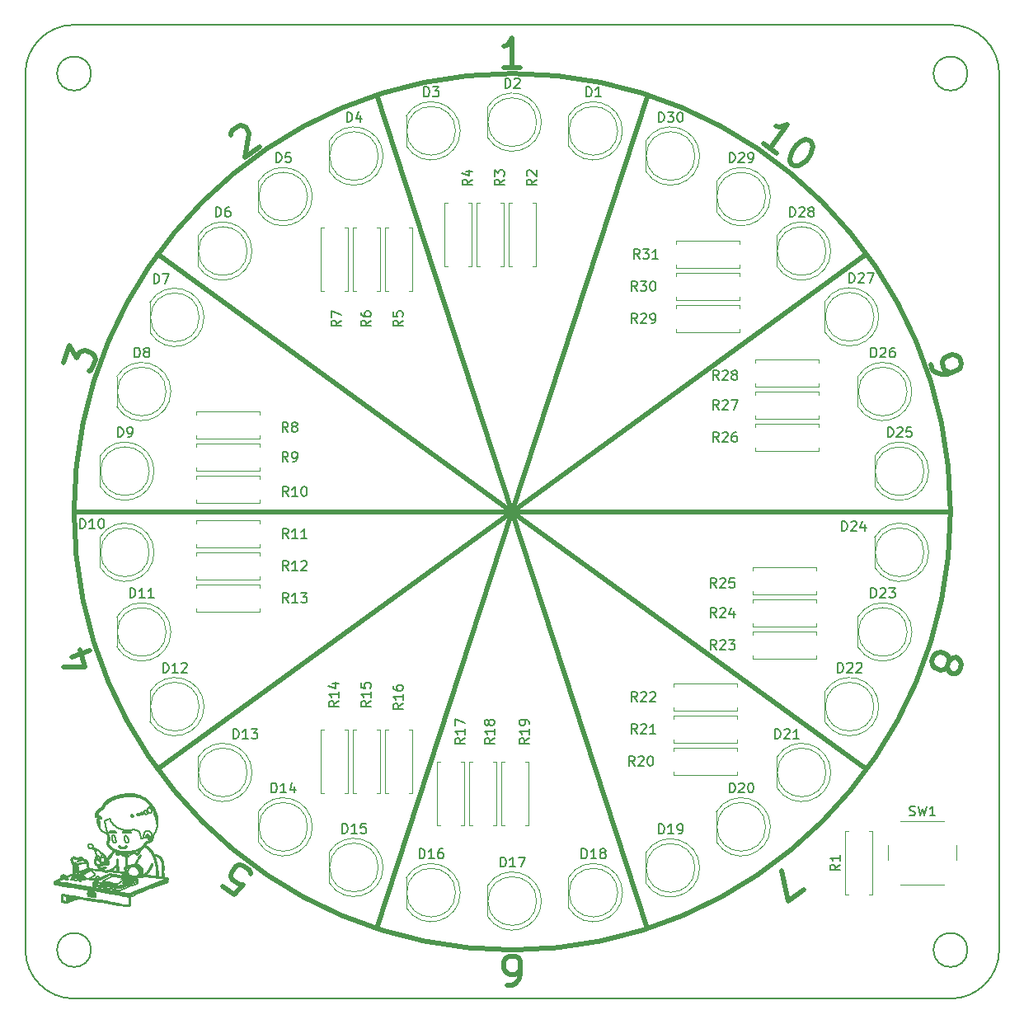
<source format=gbr>
%TF.GenerationSoftware,KiCad,Pcbnew,6.0.2+dfsg-1*%
%TF.CreationDate,2024-09-01T22:19:58+09:00*%
%TF.ProjectId,roulette,726f756c-6574-4746-952e-6b696361645f,A*%
%TF.SameCoordinates,Original*%
%TF.FileFunction,Legend,Top*%
%TF.FilePolarity,Positive*%
%FSLAX46Y46*%
G04 Gerber Fmt 4.6, Leading zero omitted, Abs format (unit mm)*
G04 Created by KiCad (PCBNEW 6.0.2+dfsg-1) date 2024-09-01 22:19:58*
%MOMM*%
%LPD*%
G01*
G04 APERTURE LIST*
%ADD10C,0.150000*%
%ADD11C,0.500000*%
%TA.AperFunction,Profile*%
%ADD12C,0.200000*%
%TD*%
%ADD13C,0.120000*%
G04 APERTURE END LIST*
D10*
X87313664Y-135942391D02*
X87302346Y-135947673D01*
X87067221Y-139442447D02*
X87120485Y-139414170D01*
X87160002Y-138894296D02*
X87153987Y-138883522D01*
X83380972Y-137515004D02*
X83373856Y-137500989D01*
X80962989Y-139110226D02*
X80952536Y-139106239D01*
X89337352Y-134983625D02*
X89336335Y-134990162D01*
X89198504Y-132538993D02*
X89189666Y-132521465D01*
X83953293Y-139685230D02*
X83947569Y-139702953D01*
X83721096Y-141019139D02*
X83638837Y-141016942D01*
X84230435Y-141100264D02*
X84232907Y-141090261D01*
X88009946Y-134249001D02*
X88022708Y-134245567D01*
X83800950Y-135752647D02*
X83789953Y-135746258D01*
X87338680Y-137587133D02*
X87340354Y-137607009D01*
X87772979Y-142005737D02*
X87775902Y-142000884D01*
X89629331Y-135180833D02*
X89629867Y-135183909D01*
X87451209Y-137736720D02*
X87450714Y-137726813D01*
X86503582Y-134065236D02*
X86564769Y-134097371D01*
X87853900Y-139321797D02*
X87830894Y-139317820D01*
X82594432Y-138810431D02*
X82511555Y-138844427D01*
X86544988Y-138097693D02*
X86539636Y-137934895D01*
X86372123Y-136704486D02*
X86372116Y-136733066D01*
X87808541Y-139421338D02*
X87785171Y-139424177D01*
X88050767Y-137981168D02*
X88073015Y-137982853D01*
X87626461Y-137937235D02*
X87621043Y-137934315D01*
X82705086Y-139362222D02*
X82702054Y-139352432D01*
X85602569Y-135355540D02*
X85611352Y-135326529D01*
X86775309Y-140105238D02*
X86786731Y-140095561D01*
X86257933Y-137982545D02*
X86219322Y-138017433D01*
X84252484Y-137074173D02*
X84251344Y-137083812D01*
X89026137Y-132677265D02*
X89018938Y-132686381D01*
X83333138Y-138281613D02*
X83325818Y-138281515D01*
X81902478Y-138503153D02*
X81903929Y-138520190D01*
X84401384Y-137190287D02*
X84387375Y-137168021D01*
X87628016Y-141135566D02*
X87661133Y-141135643D01*
X87350245Y-136990235D02*
X87350245Y-136990235D01*
X80276348Y-139450121D02*
X80262183Y-139456352D01*
X89196876Y-138871594D02*
X89137673Y-138908598D01*
X83489909Y-141063013D02*
X83492374Y-141066726D01*
X89361365Y-132662361D02*
X89342691Y-132658989D01*
X83147445Y-138340984D02*
X83133846Y-138346549D01*
X84849629Y-136694337D02*
X84841787Y-136691808D01*
X88382418Y-138110714D02*
X88418293Y-138139145D01*
X83799441Y-140798336D02*
X83718047Y-140800222D01*
X85125758Y-137059658D02*
X85141906Y-137075867D01*
X85437145Y-137502633D02*
X85441937Y-137530203D01*
X89982853Y-132305512D02*
X89983016Y-132329461D01*
X82922176Y-139193228D02*
X82935473Y-139210663D01*
X82327340Y-137884444D02*
X82321421Y-137882363D01*
X87088866Y-138678616D02*
X87085192Y-138674553D01*
X86265185Y-135536595D02*
X86269736Y-135531022D01*
X84613126Y-132827638D02*
X84634420Y-132793961D01*
X87357917Y-134535629D02*
X87407393Y-134535362D01*
X85106226Y-131847273D02*
X85097832Y-131859615D01*
X84834789Y-137758377D02*
X84841065Y-137764459D01*
X88290044Y-134307785D02*
X88310238Y-134313746D01*
X88818494Y-140386611D02*
X88571425Y-140485492D01*
X88793562Y-138786085D02*
X88799193Y-138754249D01*
X86013470Y-139025787D02*
X85995660Y-139024029D01*
X84608852Y-139692095D02*
X84398082Y-139656805D01*
X87297146Y-136106584D02*
X87306200Y-136100111D01*
X82885582Y-139034527D02*
X82878166Y-139026648D01*
X84489184Y-132616043D02*
X84467232Y-132652242D01*
X87384676Y-135942757D02*
X87382338Y-135940330D01*
X84809333Y-132001077D02*
X84750257Y-132026179D01*
X85534970Y-137518944D02*
X85529058Y-137493893D01*
X89637567Y-135202876D02*
X89639213Y-135205130D01*
X84987330Y-132092337D02*
X84978956Y-132100384D01*
X89872105Y-135454113D02*
X89890307Y-135439670D01*
X88947461Y-135164556D02*
X88955107Y-135166430D01*
X84353449Y-132394638D02*
X84323167Y-132450415D01*
X85830023Y-131110557D02*
X85923159Y-131064644D01*
X85401973Y-137230230D02*
X85394511Y-137230483D01*
X88522922Y-139738218D02*
X88528617Y-139731279D01*
X88758030Y-134635187D02*
X88775060Y-134690543D01*
X82617759Y-139173399D02*
X82609023Y-139177328D01*
X86876714Y-139297571D02*
X86876122Y-139297400D01*
X84177118Y-141163518D02*
X84182413Y-141161554D01*
X85940545Y-138957064D02*
X86804145Y-139098431D01*
X83355117Y-138284046D02*
X83347789Y-138282861D01*
X89723043Y-138302740D02*
X89685155Y-138361701D01*
X84781578Y-137038641D02*
X84781578Y-137038641D01*
X80716945Y-141032068D02*
X80715546Y-141049707D01*
X88997528Y-132490394D02*
X89006491Y-132498720D01*
X82326973Y-137827768D02*
X82332296Y-137831084D01*
X89125895Y-134972959D02*
X89132240Y-134946491D01*
X88874295Y-136332469D02*
X88897763Y-136296607D01*
X80731057Y-140967208D02*
X80731057Y-140967208D01*
X85005930Y-137071879D02*
X84996880Y-137072994D01*
X89067265Y-138760508D02*
X89072782Y-138724661D01*
X88703629Y-137178720D02*
X88726978Y-137135215D01*
X82862585Y-139012202D02*
X82854387Y-139005680D01*
X89363525Y-138741497D02*
X89309828Y-138787770D01*
X85025280Y-134486892D02*
X85045293Y-134497519D01*
X89755839Y-135133847D02*
X89760438Y-135119340D01*
X89405449Y-135076115D02*
X89412096Y-135070307D01*
X85351989Y-137346308D02*
X85361577Y-137354020D01*
X87240168Y-138057229D02*
X87232918Y-138073508D01*
X87936940Y-132925230D02*
X87926001Y-132919668D01*
X88873370Y-132707893D02*
X88862769Y-132701456D01*
X89767571Y-134929589D02*
X89763960Y-134914975D01*
X89208538Y-132555939D02*
X89198504Y-132538993D01*
X89315348Y-134416180D02*
X89329611Y-134406945D01*
X89890307Y-135439670D02*
X89907890Y-135424702D01*
X84272659Y-136358534D02*
X84275549Y-136364382D01*
X84201169Y-132975504D02*
X84207364Y-132981882D01*
X85173359Y-136954547D02*
X85166451Y-136945314D01*
X91604796Y-139621770D02*
X91617694Y-139610386D01*
X81108465Y-138987462D02*
X81097329Y-138979278D01*
X88240670Y-139231608D02*
X88191941Y-139227531D01*
X88897763Y-136296607D02*
X88922122Y-136261629D01*
X89666551Y-131549166D02*
X89629473Y-131508053D01*
X81915966Y-137167198D02*
X81922689Y-137162811D01*
X86254722Y-135546601D02*
X86260187Y-135541796D01*
X83556346Y-141098619D02*
X83567321Y-141100236D01*
X85208224Y-139884406D02*
X85327105Y-139904255D01*
X86315155Y-138913785D02*
X86214756Y-138894324D01*
X86113677Y-131130356D02*
X86073197Y-131146680D01*
X87341118Y-135562660D02*
X87358135Y-135573945D01*
X86712183Y-136761160D02*
X86727393Y-136754922D01*
X80766668Y-141643575D02*
X80771134Y-141647932D01*
X82054350Y-140107298D02*
X82054350Y-140107298D01*
X90399641Y-136953715D02*
X90417148Y-136954941D01*
X84419647Y-137953602D02*
X84428576Y-137959695D01*
X89907890Y-135424702D02*
X89924804Y-135409228D01*
X87538456Y-135554081D02*
X87543661Y-135549572D01*
X85901505Y-138282608D02*
X85851197Y-138317098D01*
X83452690Y-135896269D02*
X83454103Y-135911946D01*
X80114357Y-139887369D02*
X80135676Y-139890395D01*
X83071539Y-139255361D02*
X83065046Y-139252796D01*
X87535774Y-137927144D02*
X87528058Y-137927459D01*
X89698539Y-131513605D02*
X89803286Y-131628756D01*
X86738564Y-140473385D02*
X86753729Y-140466678D01*
X86419617Y-137330251D02*
X86414409Y-137343492D01*
X81914844Y-138607126D02*
X81920483Y-138656019D01*
X84631157Y-137972121D02*
X84697797Y-137965396D01*
X81495554Y-139789766D02*
X81327823Y-139763781D01*
X83578351Y-136137947D02*
X83590132Y-136147527D01*
X87566366Y-135517874D02*
X87568900Y-135511934D01*
X82841084Y-139090459D02*
X82853845Y-139107697D01*
X83607969Y-139213133D02*
X83640396Y-139197414D01*
X86741923Y-136749852D02*
X86755683Y-136746123D01*
X81760592Y-137198618D02*
X81751454Y-137212854D01*
X80719006Y-141498500D02*
X80722005Y-141524426D01*
X90223114Y-137161281D02*
X90250918Y-137243716D01*
X89466468Y-134949088D02*
X89475235Y-134926968D01*
X89737843Y-135409677D02*
X89737843Y-135409677D01*
X90474449Y-133624731D02*
X90461744Y-133624731D01*
X89630175Y-131304279D02*
X89517986Y-131211016D01*
X86817605Y-139020672D02*
X86798222Y-139020970D01*
X86602917Y-135993941D02*
X86607792Y-136002266D01*
X89566694Y-134746780D02*
X89551101Y-134747815D01*
X87737632Y-139303178D02*
X87702735Y-139297484D01*
X89469751Y-135486379D02*
X89449401Y-135493649D01*
X90016750Y-136533039D02*
X89948036Y-136440165D01*
X87386797Y-135945399D02*
X87384676Y-135942757D01*
X87118526Y-139851714D02*
X87089937Y-139863942D01*
X86698997Y-135953855D02*
X86692209Y-135948303D01*
X87812196Y-134471569D02*
X87809005Y-134466507D01*
X86384156Y-137851565D02*
X86367750Y-137871237D01*
X82137023Y-138448085D02*
X82133594Y-138415415D01*
X87553442Y-138133232D02*
X87566147Y-138120526D01*
X89828290Y-132013875D02*
X89847847Y-132030221D01*
X84012482Y-136252110D02*
X84025904Y-136261173D01*
X85913939Y-134864633D02*
X85909203Y-134870855D01*
X84963655Y-137849853D02*
X84970805Y-137835438D01*
X81990340Y-138599259D02*
X81989339Y-138569940D01*
X81239014Y-139321880D02*
X81231880Y-139322399D01*
X82531742Y-138590772D02*
X82526899Y-138595795D01*
X82141306Y-137596244D02*
X82132433Y-137592548D01*
X88329335Y-136661345D02*
X88294413Y-136631237D01*
X90192001Y-134702588D02*
X90205852Y-134690818D01*
X86768179Y-140003971D02*
X86738027Y-140012069D01*
X83977079Y-140854681D02*
X84022171Y-140852222D01*
X85140445Y-139581035D02*
X85140445Y-139581035D01*
X88442456Y-139110328D02*
X88442456Y-139110328D01*
X81987993Y-139206369D02*
X81979335Y-139209503D01*
X83474714Y-140649422D02*
X83476328Y-140652065D01*
X84440382Y-139740526D02*
X84571688Y-139761766D01*
X89694610Y-136151466D02*
X89646681Y-136106883D01*
X83171955Y-138557677D02*
X83007088Y-138629688D01*
X87875596Y-132694113D02*
X87885543Y-132687585D01*
X82308350Y-137879234D02*
X82312675Y-137978724D01*
X85384515Y-134683127D02*
X85395689Y-134706540D01*
X85762787Y-139086277D02*
X85728966Y-139102975D01*
X81880313Y-137078996D02*
X81867254Y-137088088D01*
X86962826Y-139506560D02*
X87014729Y-139473465D01*
X81224824Y-139424054D02*
X81236253Y-139426106D01*
X89446030Y-134784670D02*
X89439195Y-134789721D01*
X82935180Y-138860022D02*
X82930409Y-138865630D01*
X87477252Y-136952133D02*
X87461629Y-136948545D01*
X87139114Y-136189241D02*
X87169899Y-136178101D01*
X84679584Y-137161839D02*
X84691851Y-137183202D01*
X82041654Y-139263532D02*
X82041654Y-139263532D01*
X87426688Y-139410218D02*
X87415634Y-139394754D01*
X86174414Y-139060795D02*
X86139861Y-139052420D01*
X82292335Y-138936119D02*
X82306624Y-138940612D01*
X81270710Y-139300345D02*
X81267808Y-139304908D01*
X88521925Y-139319322D02*
X88515236Y-139311677D01*
X82811472Y-139076114D02*
X82829050Y-139073025D01*
X84916335Y-136792452D02*
X84926663Y-136794062D01*
X91639993Y-139586007D02*
X91649227Y-139572971D01*
X85275046Y-137079178D02*
X85275046Y-137079178D01*
X88006005Y-137980921D02*
X88028424Y-137980514D01*
X87172450Y-136634632D02*
X87172450Y-136634632D01*
X87345694Y-139491271D02*
X87352588Y-139506477D01*
X89405107Y-135516973D02*
X89397607Y-135522722D01*
X87186234Y-134917110D02*
X87183720Y-134923127D01*
X82838892Y-139216153D02*
X82832429Y-139209127D01*
X82460750Y-138755527D02*
X82456838Y-138775871D01*
X87307172Y-139387076D02*
X87315060Y-139404939D01*
X84757248Y-137506626D02*
X84755241Y-137501890D01*
X85711946Y-138821239D02*
X85699158Y-138820456D01*
X88965721Y-132471242D02*
X88977130Y-132476560D01*
X89578294Y-131996798D02*
X89598822Y-131984129D01*
X86627093Y-134127456D02*
X86690488Y-134155475D01*
X85441345Y-134585763D02*
X85433219Y-134564529D01*
X82456885Y-138393381D02*
X82446622Y-138332993D01*
X84661700Y-132810642D02*
X84660709Y-132835740D01*
X83021704Y-137300626D02*
X83006130Y-137288875D01*
X82064585Y-137068619D02*
X82055753Y-137063774D01*
X85200725Y-137167322D02*
X85207090Y-137187591D01*
X86557525Y-140253353D02*
X86520225Y-140254868D01*
X88605127Y-138353557D02*
X88616866Y-138371939D01*
X87021778Y-139205393D02*
X86981944Y-139200029D01*
X88774928Y-137042551D02*
X88794058Y-137003827D01*
X85328456Y-139328188D02*
X85249454Y-139368232D01*
X85592619Y-134920561D02*
X85583797Y-134894727D01*
X84102280Y-137532215D02*
X84104939Y-137549029D01*
X87008133Y-139178515D02*
X87034515Y-139172036D01*
X83637880Y-138468702D02*
X83624668Y-138474818D01*
X91545052Y-139543111D02*
X91526980Y-139549621D01*
X84830920Y-137845764D02*
X84824982Y-137848879D01*
X84232324Y-132994864D02*
X84241605Y-132996205D01*
X86918446Y-140385493D02*
X87035677Y-140342907D01*
X84643252Y-132937678D02*
X84636793Y-132963392D01*
X87425241Y-138064883D02*
X87419944Y-138055022D01*
X84211885Y-136305364D02*
X84218309Y-136308417D01*
X81991447Y-137146514D02*
X81999642Y-137147774D01*
X80030837Y-139573656D02*
X80027100Y-139579700D01*
X88381303Y-136703057D02*
X88364037Y-136690186D01*
X91695775Y-139319241D02*
X91697897Y-139313482D01*
X84436162Y-137853295D02*
X84413575Y-137841216D01*
X88299578Y-139046370D02*
X88275830Y-139051630D01*
X84410043Y-139035314D02*
X84396452Y-139035550D01*
X83720309Y-135716907D02*
X83708337Y-135713694D01*
X86600592Y-139740654D02*
X86653507Y-139711598D01*
X83482858Y-140659030D02*
X83485525Y-140661053D01*
X84435062Y-137234505D02*
X84417356Y-137212558D01*
X89667347Y-134957524D02*
X89667823Y-134967599D01*
X85047573Y-139465951D02*
X85040188Y-139470491D01*
X87147044Y-139840427D02*
X87118526Y-139851714D01*
X90957044Y-139644680D02*
X90957044Y-139644680D01*
X84984653Y-136824754D02*
X84989887Y-136829890D01*
X82851197Y-139230714D02*
X82838892Y-139216153D01*
X81987096Y-137649243D02*
X81954422Y-137612805D01*
X82055753Y-137063774D02*
X82046739Y-137059328D01*
X90254211Y-136858997D02*
X90239099Y-136854883D01*
X87320235Y-138908164D02*
X87322377Y-138905009D01*
X89519799Y-132465371D02*
X89523363Y-132483739D01*
X80855208Y-138913944D02*
X80835920Y-138917062D01*
X84968856Y-136712651D02*
X84952966Y-136709842D01*
X84110154Y-137388409D02*
X84106946Y-137401233D01*
X83514878Y-141086115D02*
X83518814Y-141088076D01*
X82943141Y-139337053D02*
X82935757Y-139331322D01*
X80204830Y-139826862D02*
X80151243Y-139812649D01*
X82369143Y-137269328D02*
X82392228Y-137266737D01*
X85915284Y-134536902D02*
X85950380Y-134536732D01*
X83522924Y-141089867D02*
X83527204Y-141091501D01*
X85309063Y-137764938D02*
X85309063Y-137764938D01*
X85944144Y-139024640D02*
X85927844Y-139027233D01*
X88505097Y-136716352D02*
X88501547Y-136719328D01*
X83129070Y-137666222D02*
X83152099Y-137660441D01*
X87318880Y-138244030D02*
X87321688Y-138239432D01*
X84636659Y-133769991D02*
X84652917Y-133869315D01*
X83658120Y-136180457D02*
X83688714Y-136188146D01*
X88087970Y-134238214D02*
X88101786Y-134239530D01*
X87316414Y-138248614D02*
X87318880Y-138244030D01*
X82592502Y-138551804D02*
X82578992Y-138558254D01*
X82241490Y-137697321D02*
X82230723Y-137679093D01*
X84211882Y-137342016D02*
X84222521Y-137319737D01*
X88775060Y-134690543D02*
X88790869Y-134746345D01*
X82326973Y-137827768D02*
X82326973Y-137827768D01*
X91491038Y-139564200D02*
X91455738Y-139579566D01*
X87121644Y-139034930D02*
X86918445Y-139123830D01*
X87169780Y-134982454D02*
X87168330Y-134996130D01*
X89581784Y-134746912D02*
X89566694Y-134746780D01*
X85472795Y-135861771D02*
X85489451Y-135892268D01*
X86998400Y-130759121D02*
X87181397Y-130736130D01*
X87745983Y-136611111D02*
X87733780Y-136625261D01*
X85559546Y-139656216D02*
X85559546Y-139656216D01*
X88525859Y-132598890D02*
X88535110Y-132592636D01*
X84375708Y-136966685D02*
X84379159Y-136961017D01*
X85598661Y-137041030D02*
X85598661Y-137041030D01*
X84181963Y-136199032D02*
X84172357Y-136196384D01*
X81751515Y-137468744D02*
X81756984Y-137492734D01*
X87370883Y-137846504D02*
X87371590Y-137867779D01*
X91617510Y-139383154D02*
X91631104Y-139376676D01*
X89336335Y-134990162D02*
X89335432Y-134997589D01*
X81783207Y-137564525D02*
X81794118Y-137588386D01*
X80804754Y-139104665D02*
X80783232Y-139111228D01*
X91084131Y-139138690D02*
X91081265Y-139142264D01*
X80931616Y-139100010D02*
X80921143Y-139097735D01*
X88833382Y-136879233D02*
X88832618Y-136872745D01*
X83938403Y-135928486D02*
X83932352Y-135909532D01*
X84904057Y-132152835D02*
X84883815Y-132163749D01*
X87166563Y-139233109D02*
X87132488Y-139224781D01*
X88803609Y-136982954D02*
X88812556Y-136961839D01*
X87084965Y-141975853D02*
X86782366Y-141929426D01*
X84935324Y-131881324D02*
X84933791Y-131901368D01*
X89645200Y-138420032D02*
X89603205Y-138477460D01*
X87751397Y-141202400D02*
X87748585Y-141202441D01*
X88909785Y-132720363D02*
X88896894Y-132717440D01*
X88567981Y-136634630D02*
X88567981Y-136634630D01*
X85330946Y-137333132D02*
X85341784Y-137339332D01*
X88711673Y-139060713D02*
X88691280Y-139064349D01*
X86408391Y-136866243D02*
X86413506Y-136869465D01*
X87994170Y-136564487D02*
X88030255Y-136550655D01*
X83482015Y-141045354D02*
X83483689Y-141050212D01*
X83238129Y-139251060D02*
X83227615Y-139251722D01*
X87695960Y-142102061D02*
X87702476Y-142096282D01*
X87594355Y-139376923D02*
X87586566Y-139368776D01*
X83373856Y-137500989D02*
X83365759Y-137487565D01*
X82144588Y-139453991D02*
X82159410Y-139455689D01*
X87636525Y-139290702D02*
X87619123Y-139291031D01*
X84794908Y-132939214D02*
X84801142Y-132943142D01*
X84460093Y-132244456D02*
X84421848Y-132291604D01*
X84105699Y-139536455D02*
X84078028Y-139552893D01*
X84350729Y-132798018D02*
X84335231Y-132811759D01*
X80797918Y-141253365D02*
X80795318Y-141214817D01*
X81719343Y-139270654D02*
X81711554Y-139286345D01*
X87331485Y-138895406D02*
X87335447Y-138892181D01*
X89877930Y-138020927D02*
X89857233Y-138062061D01*
X88352298Y-134323683D02*
X88373972Y-134327895D01*
X84329306Y-136850527D02*
X84328893Y-136854642D01*
X80823036Y-140924597D02*
X80796835Y-140927395D01*
X81036195Y-139155953D02*
X81036195Y-139155953D01*
X85693609Y-131060576D02*
X85600146Y-131116951D01*
X87492364Y-138194095D02*
X87484861Y-138196717D01*
X80821726Y-139700962D02*
X80484373Y-139659353D01*
X83883136Y-136050423D02*
X83921236Y-136139323D01*
X84010515Y-136120822D02*
X84004376Y-136112854D01*
X84240615Y-140763997D02*
X84238444Y-140759049D01*
X84667602Y-137806466D02*
X84658821Y-137819137D01*
X87370811Y-135933083D02*
X87367385Y-135931964D01*
X84660709Y-132835740D02*
X84658112Y-132861023D01*
X87240168Y-138057229D02*
X87240168Y-138057229D01*
X88680237Y-137021459D02*
X88666478Y-137054200D01*
X85158398Y-137877607D02*
X85170533Y-137880640D01*
X88483956Y-132672041D02*
X88486088Y-132661430D01*
X90258464Y-134633644D02*
X90283016Y-134600111D01*
X85394511Y-137230483D02*
X85394511Y-137230483D01*
X84279998Y-136376610D02*
X84281513Y-136382974D01*
X88142051Y-136662260D02*
X88159145Y-136662445D01*
X89516350Y-132209340D02*
X89512257Y-132184020D01*
X88514836Y-138234825D02*
X88541379Y-138266719D01*
X82107779Y-137948302D02*
X82133330Y-138002581D01*
X85061866Y-138472804D02*
X85024300Y-138462076D01*
X84251575Y-136228775D02*
X84234145Y-136220281D01*
X82357167Y-137778655D02*
X82340600Y-137785854D01*
X82437068Y-137832235D02*
X82456270Y-137827685D01*
X80049338Y-139867138D02*
X80053674Y-139869588D01*
X84143949Y-139279056D02*
X84133803Y-139285236D01*
X87693204Y-141486021D02*
X87693204Y-141486021D01*
X85378962Y-137371487D02*
X85386791Y-137381161D01*
X88476108Y-137576370D02*
X88500002Y-137531576D01*
X87535645Y-139308270D02*
X87529217Y-139311644D01*
X85355389Y-137220750D02*
X85350144Y-137217603D01*
X84104939Y-137549029D02*
X84110167Y-137575040D01*
X86424564Y-136874190D02*
X86436650Y-136876768D01*
X88660734Y-136513760D02*
X88629425Y-136555165D01*
X89163849Y-140582768D02*
X89331072Y-140512096D01*
X87850156Y-137908693D02*
X87839322Y-137913361D01*
X91203963Y-138237986D02*
X91201742Y-138028307D01*
X84723886Y-137304850D02*
X84722904Y-137310349D01*
X87210553Y-138933325D02*
X87193667Y-138924266D01*
X84750436Y-137486989D02*
X84749255Y-137481805D01*
X81813994Y-139142247D02*
X81790771Y-139169468D01*
X86880810Y-139297619D02*
X86880254Y-139297717D01*
X87349979Y-138353001D02*
X87345960Y-138349859D01*
X84987028Y-131721441D02*
X84977303Y-131741172D01*
X89881964Y-135279731D02*
X89864211Y-135301657D01*
X83325818Y-138281515D02*
X83318504Y-138281746D01*
X87555183Y-142126353D02*
X87580449Y-142127171D01*
X87604237Y-136972771D02*
X87723947Y-136880788D01*
X82494498Y-137816885D02*
X82530638Y-137805277D01*
X85800458Y-134371889D02*
X85760359Y-134382244D01*
X87174919Y-139781906D02*
X87190408Y-139782698D01*
X88535110Y-132592636D02*
X88545257Y-132587303D01*
X84708557Y-133097626D02*
X84703937Y-133090972D01*
X87032745Y-139327036D02*
X87045450Y-139314330D01*
X86084075Y-135543410D02*
X86101282Y-135552900D01*
X82084206Y-141101208D02*
X81925079Y-141074615D01*
X90636550Y-136912442D02*
X90610239Y-136901386D01*
X81698661Y-139319015D02*
X81693730Y-139336068D01*
X85127751Y-134533506D02*
X85127751Y-134533506D01*
X83795683Y-140845960D02*
X83806691Y-140848543D01*
X84356635Y-137027306D02*
X84359118Y-137012956D01*
X87785171Y-139424177D02*
X87761664Y-139425937D01*
X84302249Y-138334451D02*
X83502149Y-138247531D01*
X85738811Y-131160075D02*
X85830023Y-131110557D01*
X85085836Y-139573003D02*
X85105951Y-139576034D01*
X88514464Y-136297148D02*
X88465005Y-136315917D01*
X82355193Y-137903299D02*
X82351386Y-137899466D01*
X86249183Y-134441334D02*
X86238095Y-134432718D01*
X85924752Y-134853301D02*
X85919116Y-134858773D01*
X83969109Y-136231009D02*
X83984040Y-136237108D01*
X87601699Y-134324305D02*
X87656031Y-134321971D01*
X85513252Y-135611098D02*
X85515403Y-135597579D01*
X84824982Y-137848879D02*
X84818620Y-137851768D01*
X85031481Y-136737627D02*
X85023765Y-136732871D01*
X81999642Y-137147774D02*
X82007658Y-137149641D01*
X84519957Y-139095740D02*
X84513670Y-139085462D01*
X87513235Y-138180070D02*
X87506581Y-138185821D01*
X83298954Y-137587126D02*
X83205174Y-137609841D01*
X83500913Y-141076362D02*
X83504133Y-141079109D01*
X84981811Y-137802869D02*
X84985553Y-137784602D01*
X89737843Y-135409677D02*
X89718915Y-135419762D01*
X87245836Y-138047341D02*
X87242821Y-138052178D01*
X90677646Y-139856071D02*
X90677646Y-139856071D01*
X88612836Y-136256495D02*
X88563788Y-136277366D01*
X88700874Y-138632551D02*
X88700394Y-138658150D01*
X82791065Y-137221832D02*
X82800098Y-137228010D01*
X87451739Y-137799652D02*
X87451481Y-137772557D01*
X87326586Y-136987695D02*
X87350245Y-136990235D01*
X82441983Y-139384409D02*
X82452104Y-139397397D01*
X81686054Y-139390532D02*
X81686054Y-139390532D01*
X90068466Y-137739165D02*
X90068042Y-137714124D01*
X87344819Y-138885733D02*
X87350249Y-138882524D01*
X82021429Y-139375134D02*
X82022957Y-139378607D01*
X87334257Y-138668230D02*
X87364639Y-138651160D01*
X84123307Y-139290268D02*
X84088354Y-139302895D01*
X83202123Y-137648119D02*
X83214858Y-137645565D01*
X82916071Y-138927749D02*
X82917506Y-138931459D01*
X81720063Y-137352017D02*
X81724730Y-137364133D01*
X87152296Y-138837672D02*
X87156779Y-138825741D01*
X91096946Y-139105969D02*
X91094448Y-139116478D01*
X83845054Y-139402079D02*
X83845054Y-139402079D01*
X83654657Y-140814972D02*
X83681219Y-140813686D01*
X80842974Y-141687475D02*
X80858755Y-141693196D01*
X81495554Y-139789766D02*
X81495554Y-139789766D01*
X85372979Y-134660613D02*
X85384515Y-134683127D01*
X81873993Y-139404998D02*
X81884757Y-139402392D01*
X87108946Y-138717439D02*
X87108946Y-138717439D01*
X84293353Y-132984243D02*
X84304485Y-132978698D01*
X89910436Y-136391907D02*
X89870829Y-136343070D01*
X84657439Y-138120826D02*
X84643564Y-138110320D01*
X82054351Y-138184036D02*
X82054351Y-138184036D01*
X82358703Y-137907377D02*
X82355193Y-137903299D01*
X85453621Y-137209208D02*
X85446349Y-137213992D01*
X81828432Y-137404974D02*
X81824198Y-137385374D01*
X87309661Y-135533611D02*
X87324963Y-135549155D01*
X86963677Y-136108377D02*
X86945828Y-136104549D01*
X86276477Y-139982323D02*
X86070406Y-139931204D01*
X80970265Y-138920638D02*
X80951238Y-138916588D01*
X83340963Y-138315821D02*
X83345838Y-138310312D01*
X85180281Y-133362456D02*
X85182586Y-133331362D01*
X80111251Y-139695332D02*
X81089151Y-139825948D01*
X84580687Y-138021345D02*
X84574169Y-138001817D01*
X84819409Y-137745908D02*
X84827579Y-137752191D01*
X87286831Y-139759797D02*
X87321482Y-139741974D01*
X80658385Y-139038657D02*
X80644910Y-139059834D01*
X80889650Y-139094077D02*
X80879120Y-139093859D01*
X90815161Y-137151688D02*
X90849858Y-137189877D01*
X84300605Y-136775966D02*
X84309061Y-136788416D01*
X88790869Y-134746345D02*
X88805723Y-134802438D01*
X85202569Y-131439963D02*
X85173753Y-131470058D01*
X80826140Y-139099538D02*
X80804754Y-139104665D01*
X89051176Y-138373692D02*
X89042256Y-138347566D01*
X89031960Y-138321584D02*
X89020342Y-138295785D01*
X85628999Y-134532869D02*
X85633119Y-134534682D01*
X85534154Y-140488178D02*
X85534154Y-140488178D01*
X84191787Y-136297953D02*
X84198603Y-136300124D01*
X86881993Y-139293241D02*
X86882667Y-139293325D01*
X87128017Y-139774379D02*
X87143603Y-139777694D01*
X87404254Y-139595950D02*
X87392369Y-139598132D01*
X84536465Y-133006864D02*
X84548030Y-132969751D01*
X80718182Y-139108176D02*
X80730283Y-139090840D01*
X87692979Y-140823485D02*
X87667755Y-140827548D01*
X86702702Y-138600348D02*
X86651626Y-138595365D01*
X82942075Y-138965445D02*
X82992007Y-139010636D01*
X83770899Y-138446785D02*
X83763581Y-138444756D01*
X82237028Y-137175664D02*
X82227200Y-137172887D01*
X82156347Y-138057690D02*
X82176936Y-138113627D01*
X83478226Y-141028852D02*
X83479282Y-141034685D01*
X82338021Y-137889570D02*
X82332868Y-137886851D01*
X82992007Y-139010636D02*
X82992007Y-139010636D01*
X87517973Y-137021206D02*
X87541721Y-137008368D01*
X85505743Y-137292459D02*
X85540170Y-137262679D01*
X86602343Y-136458045D02*
X86471399Y-136423654D01*
X82943356Y-137378379D02*
X82943356Y-137378379D01*
X86596027Y-135977787D02*
X86598965Y-135985768D01*
X82133594Y-138415415D02*
X82129078Y-138383055D01*
X87499190Y-137923564D02*
X87495904Y-137922241D01*
X84342945Y-132649140D02*
X84360184Y-132601927D01*
X82034973Y-138423853D02*
X82039211Y-138506405D01*
X86648393Y-135923324D02*
X86644692Y-135922499D01*
X83272522Y-139320162D02*
X83320366Y-139323991D01*
X87334130Y-137363177D02*
X87333561Y-137437946D01*
X87698114Y-134397469D02*
X87673804Y-134390130D01*
X89749088Y-140213326D02*
X89293953Y-140412547D01*
X85222275Y-137298627D02*
X85222418Y-137321704D01*
X87266528Y-134855294D02*
X87259516Y-134856586D01*
X87580438Y-135432249D02*
X87580253Y-135418343D01*
X87229665Y-135996209D02*
X87210122Y-136012200D01*
X85895727Y-139034956D02*
X85863057Y-139044970D01*
X91210787Y-139668213D02*
X91033549Y-139732314D01*
X90017255Y-139120394D02*
X90017255Y-139120394D01*
X90410329Y-137918557D02*
X90438910Y-138084399D01*
X84054482Y-139834614D02*
X84051404Y-139831346D01*
X87942439Y-139345897D02*
X87931617Y-139341955D01*
X84268233Y-139126708D02*
X84199353Y-139223337D01*
X84773807Y-138165052D02*
X84755546Y-138161592D01*
X85199490Y-137717740D02*
X85200310Y-137725764D01*
X90300091Y-137411123D02*
X90321877Y-137495819D01*
X89563449Y-136186729D02*
X89590040Y-136211841D01*
X88224493Y-138020889D02*
X88265834Y-138039265D01*
X89348924Y-134934376D02*
X89344344Y-134950925D01*
X87292545Y-139360888D02*
X87297854Y-139369502D01*
X83901880Y-140799419D02*
X83875787Y-140798316D01*
X80719931Y-141288344D02*
X80717906Y-141337644D01*
X85151561Y-137784862D02*
X85143322Y-137782011D01*
X81695058Y-138884134D02*
X81665970Y-138894934D01*
X83511134Y-138436580D02*
X83514527Y-138429411D01*
X87782507Y-137941235D02*
X87770924Y-137946720D01*
X85395689Y-134706540D02*
X85406499Y-134730547D01*
X84182377Y-132863247D02*
X84180269Y-132887831D01*
X90028564Y-136550414D02*
X90016750Y-136533039D01*
X82382435Y-137487551D02*
X82391318Y-137488685D01*
X89082218Y-136091324D02*
X89091441Y-136081644D01*
X90695146Y-139112147D02*
X90688484Y-139110611D01*
X85741944Y-136033537D02*
X85700616Y-135993756D01*
X82399880Y-137838537D02*
X82418179Y-137835925D01*
X87664239Y-138897448D02*
X87647309Y-138880171D01*
X87743587Y-142033997D02*
X87748840Y-142030639D01*
X84850083Y-138170840D02*
X84811420Y-138169475D01*
X84412734Y-136322496D02*
X84377932Y-136300615D01*
X86960066Y-138863622D02*
X86952443Y-138872915D01*
X85159903Y-136935754D02*
X85159903Y-136935754D01*
X88671481Y-132605086D02*
X88678967Y-132612970D01*
X87305926Y-136850357D02*
X87296268Y-136838130D01*
X82442326Y-139317967D02*
X82422298Y-139299115D01*
X89497064Y-140437723D02*
X89661646Y-140358888D01*
X85034018Y-132011200D02*
X85030256Y-132022370D01*
X86074732Y-134839189D02*
X86057130Y-134832442D01*
X82308350Y-138869826D02*
X82308350Y-138869826D01*
X89010225Y-135162660D02*
X89020489Y-135158276D01*
X85016557Y-139542950D02*
X85019399Y-139546126D01*
X85796480Y-139070878D02*
X85762787Y-139086277D01*
X84929409Y-134425766D02*
X84947985Y-134438938D01*
X83503379Y-138450359D02*
X83507414Y-138443561D01*
X87118779Y-139591803D02*
X87106812Y-139593510D01*
X81905848Y-138809788D02*
X81902392Y-138813437D01*
X84182305Y-137232987D02*
X84155677Y-137280313D01*
X85522384Y-137790094D02*
X85528647Y-137773527D01*
X84649128Y-132912024D02*
X84643252Y-132937678D01*
X83738792Y-140820525D02*
X83746982Y-140826080D01*
X83214858Y-137645565D02*
X83227480Y-137643456D01*
X84600133Y-133117198D02*
X84596757Y-133142459D01*
X83300384Y-138348199D02*
X83312983Y-138339941D01*
X82059613Y-138831236D02*
X82071240Y-138965342D01*
X88831034Y-136867057D02*
X88828574Y-136862243D01*
X87346986Y-135931286D02*
X87342251Y-135932242D01*
X84567103Y-137874944D02*
X84549549Y-137877064D01*
X88482842Y-136730772D02*
X88478907Y-136732250D01*
X88785350Y-136291731D02*
X88777232Y-136314970D01*
X91638341Y-139231521D02*
X91628792Y-139229291D01*
X80001029Y-139722128D02*
X80001660Y-139743490D01*
X89503532Y-134880875D02*
X89510773Y-134874073D01*
X88405689Y-139811958D02*
X88444679Y-139790786D01*
X85132997Y-131810999D02*
X85123847Y-131822965D01*
X85535123Y-137125371D02*
X85522502Y-137141257D01*
X85184167Y-137129942D02*
X85184167Y-137129942D01*
X88530215Y-138109991D02*
X88530215Y-138109991D01*
X90593017Y-137000164D02*
X90644364Y-137024706D01*
X84347472Y-139050424D02*
X84336401Y-139057136D01*
X80063368Y-139543893D02*
X80050762Y-139553448D01*
X88365842Y-136746061D02*
X88393900Y-136763569D01*
X87002549Y-136874818D02*
X87023710Y-136886262D01*
X90463965Y-138250045D02*
X90485176Y-138415792D01*
X87322377Y-138905009D02*
X87324960Y-138901827D01*
X85581834Y-135411382D02*
X85592604Y-135383781D01*
X87586566Y-139368776D02*
X87579250Y-139359879D01*
X82855248Y-137141220D02*
X82838713Y-137128996D01*
X89167470Y-132448343D02*
X89165512Y-132430015D01*
X87507665Y-139333749D02*
X87505941Y-139339282D01*
X89100957Y-136071178D02*
X89120784Y-136048841D01*
X83494909Y-135769764D02*
X83484680Y-135781821D01*
X90107855Y-132293277D02*
X90020380Y-132113431D01*
X84832892Y-139811793D02*
X85089660Y-139862919D01*
X87214312Y-138753602D02*
X87241864Y-138730398D01*
X87166546Y-139589439D02*
X87142681Y-139589817D01*
X85200597Y-137733489D02*
X85200317Y-137740887D01*
X87439134Y-137269624D02*
X87438522Y-137248081D01*
X87388701Y-135948242D02*
X87386797Y-135945399D01*
X87811189Y-134529501D02*
X87814798Y-134525371D01*
X88921783Y-138935858D02*
X88912229Y-138950720D01*
X85184945Y-133517632D02*
X85182192Y-133486643D01*
X81261716Y-139253448D02*
X81265216Y-139258952D01*
X86403583Y-130772400D02*
X86298058Y-130803118D01*
X85242046Y-137587138D02*
X85242046Y-137587138D01*
X81380497Y-139312820D02*
X81380296Y-139304145D01*
X90349102Y-134487321D02*
X90368455Y-134447774D01*
X87506012Y-137925560D02*
X87502561Y-137924665D01*
X88241645Y-136591218D02*
X88232807Y-136585838D01*
X84251389Y-137279336D02*
X84269789Y-137261528D01*
X88435831Y-137920538D02*
X88459112Y-137928374D01*
X83447797Y-138509630D02*
X83460894Y-138498900D01*
X84868420Y-136801673D02*
X84877455Y-136797733D01*
X89955381Y-135157366D02*
X89929161Y-135208588D01*
X80758949Y-138942285D02*
X80751044Y-138946392D01*
X87451845Y-139581030D02*
X87439939Y-139585778D01*
X88634897Y-134387663D02*
X88639378Y-134390215D01*
X84311454Y-137752369D02*
X84293796Y-137730004D01*
X84238446Y-137129928D02*
X84238446Y-137129928D01*
X82377749Y-138768177D02*
X82377749Y-138768177D01*
X83090897Y-139260077D02*
X83080931Y-139258129D01*
X85203421Y-136989272D02*
X85188022Y-136972245D01*
X86469923Y-140102514D02*
X86505821Y-140107282D01*
X84518151Y-132786532D02*
X84485780Y-132890054D01*
X89770536Y-134944485D02*
X89767571Y-134929589D01*
X82548834Y-139269809D02*
X82549957Y-139276086D01*
X87609955Y-137929230D02*
X87604242Y-137927194D01*
X82585064Y-137449838D02*
X82600455Y-137445778D01*
X87339329Y-138755717D02*
X87319425Y-138766316D01*
X86884737Y-139295564D02*
X86884530Y-139295817D01*
X81097329Y-138979278D02*
X81086188Y-138971438D01*
X81998175Y-137044769D02*
X81987609Y-137043726D01*
X82762756Y-137207637D02*
X82767615Y-137209471D01*
X87232918Y-138073508D02*
X87226702Y-138089720D01*
X87578851Y-136812432D02*
X87477252Y-136952133D01*
X85135820Y-136891790D02*
X85115474Y-136847020D01*
X86877910Y-139297777D02*
X86877311Y-139297696D01*
X88862255Y-139001747D02*
X88846088Y-139012416D01*
X87380487Y-139599784D02*
X87356733Y-139601674D01*
X81978154Y-139263532D02*
X82041654Y-139263532D01*
X87328445Y-138332781D02*
X87325506Y-138329115D01*
X84236447Y-136319209D02*
X84242042Y-136323323D01*
X88537223Y-136827790D02*
X88542509Y-136823931D01*
X84222897Y-137802231D02*
X84239844Y-137821463D01*
X84048251Y-141160720D02*
X84048251Y-141160720D01*
X85470643Y-133179315D02*
X85673843Y-133154827D01*
X81809301Y-139338790D02*
X81800349Y-139339727D01*
X88707801Y-138962638D02*
X88728710Y-138935360D01*
X88835797Y-132676621D02*
X88828469Y-132666812D01*
X84319532Y-136807141D02*
X84322308Y-136813381D01*
X89625933Y-138601745D02*
X89652641Y-138568360D01*
X82484833Y-137746175D02*
X82442340Y-137754767D01*
X89439195Y-134789721D02*
X89432597Y-134795072D01*
X90112151Y-134959622D02*
X90115183Y-134916165D01*
X88978100Y-138219865D02*
X88961737Y-138195178D01*
X81862902Y-139406995D02*
X81873993Y-139404998D01*
X85851197Y-138317098D02*
X85800001Y-138349353D01*
X84094068Y-136178301D02*
X84084655Y-136175187D01*
X84516973Y-139191197D02*
X84521800Y-139178637D01*
X83253396Y-137399293D02*
X83232424Y-137390205D01*
X86434137Y-137778926D02*
X86428182Y-137790339D01*
X81233013Y-139220867D02*
X81243703Y-139231518D01*
X89182083Y-132503495D02*
X89175816Y-132485224D01*
X81329710Y-139395755D02*
X81339948Y-139387882D01*
X85208600Y-138080869D02*
X85195871Y-138084189D01*
X84085780Y-138939136D02*
X84096358Y-138930401D01*
X84105240Y-141169026D02*
X84117651Y-141169877D01*
X82510677Y-138618555D02*
X82507500Y-138624973D01*
X82366558Y-138987658D02*
X82371398Y-138995299D01*
X85073853Y-136999617D02*
X85080182Y-137009041D01*
X89046516Y-132622821D02*
X89044477Y-132634573D01*
X86400342Y-140245515D02*
X86358706Y-140238845D01*
X88124496Y-136663481D02*
X88142051Y-136662260D01*
X90264580Y-132420353D02*
X90314952Y-132565081D01*
X81765020Y-141050372D02*
X81127305Y-140963667D01*
X85995660Y-139024029D02*
X85978122Y-139023167D01*
X81958872Y-139219959D02*
X81952822Y-139224009D01*
X85323297Y-134585642D02*
X85336241Y-134601513D01*
X89915741Y-132110664D02*
X89929672Y-132133618D01*
X85421336Y-137874449D02*
X85421336Y-137874449D01*
X87807451Y-139314337D02*
X87789971Y-139311777D01*
X87034343Y-139616195D02*
X87020258Y-139623868D01*
X84800027Y-138330632D02*
X84788557Y-138317111D01*
X83295105Y-137646725D02*
X83301681Y-137650088D01*
X87690691Y-141333821D02*
X87690198Y-141349216D01*
X85526782Y-135188535D02*
X85524603Y-135214798D01*
X86707685Y-140018539D02*
X86677144Y-140023184D01*
X85313942Y-137447999D02*
X85317743Y-137432127D01*
X91074623Y-139148371D02*
X91068731Y-139152103D01*
X87328040Y-138943727D02*
X87325342Y-138941520D01*
X82383133Y-138793039D02*
X82377749Y-138768177D01*
X87580449Y-142127171D02*
X87605268Y-142126767D01*
X87489954Y-138907926D02*
X87477248Y-138907926D01*
X81192687Y-139410839D02*
X81203075Y-139416305D01*
X89274527Y-132626998D02*
X89259420Y-132615078D01*
X89014612Y-132507857D02*
X89021877Y-132517710D01*
X83778067Y-140979919D02*
X83949409Y-141003184D01*
X84087714Y-139854124D02*
X84078207Y-139850241D01*
X82017299Y-138851565D02*
X82011192Y-138796214D01*
X87789389Y-141962544D02*
X87790486Y-141956557D01*
X89456796Y-132645958D02*
X89439623Y-132653447D01*
X87214403Y-138247370D02*
X87221164Y-138277734D01*
X85238771Y-137877731D02*
X85248846Y-137873161D01*
X89667007Y-135565750D02*
X89688655Y-135557538D01*
X88275830Y-139051630D02*
X88251876Y-139055963D01*
X84642628Y-136522523D02*
X84603314Y-136478718D01*
X87385725Y-134350261D02*
X87361200Y-134351621D01*
X82530780Y-137465992D02*
X82568142Y-137454759D01*
X89397841Y-134832684D02*
X89392831Y-134839732D01*
X85539249Y-135771029D02*
X85539249Y-135771029D01*
X87870949Y-138007372D02*
X87870949Y-138007372D01*
X89443031Y-134368443D02*
X89460593Y-134366319D01*
X82036832Y-139277043D02*
X82031413Y-139291138D01*
X89018938Y-132686381D02*
X89010666Y-132694682D01*
X87763871Y-134423484D02*
X87758789Y-134420441D01*
X90206876Y-132278569D02*
X90264580Y-132420353D01*
X89942939Y-134588520D02*
X89951214Y-134602628D01*
X88530996Y-139334042D02*
X88526578Y-139326008D01*
X82992007Y-139010636D02*
X83022199Y-139041206D01*
X87909604Y-132677788D02*
X87923109Y-132674867D01*
X80722096Y-140998290D02*
X80719094Y-141014894D01*
X83498047Y-140667833D02*
X83505111Y-140670533D01*
X87604237Y-136972771D02*
X87604237Y-136972771D01*
X85510785Y-135638501D02*
X85511697Y-135624734D01*
X86884888Y-139294342D02*
X86884987Y-139294571D01*
X90849858Y-137189877D02*
X90881613Y-137230341D01*
X91672973Y-139349455D02*
X91677818Y-139344903D01*
X87163806Y-134546273D02*
X87188610Y-134541953D01*
X86520463Y-137609537D02*
X86505636Y-137446329D01*
X86211878Y-139776739D02*
X86243294Y-139784607D01*
X82566195Y-139208989D02*
X82561144Y-139215620D01*
X85212264Y-137208710D02*
X85216306Y-137230526D01*
X91700425Y-139301289D02*
X91700425Y-139301289D01*
X82637079Y-138961798D02*
X82633321Y-138959337D01*
X90239099Y-136854883D02*
X90232312Y-136852361D01*
X87533480Y-138586542D02*
X87532632Y-138553754D01*
X84942045Y-131841142D02*
X84938096Y-131861241D01*
X83214100Y-139211730D02*
X83248153Y-139238111D01*
X89495435Y-135988723D02*
X89442916Y-135956121D01*
X89466359Y-138766955D02*
X89502459Y-138734699D01*
X87312413Y-138305630D02*
X87311051Y-138301498D01*
X82556831Y-139222639D02*
X82553306Y-139230046D01*
X84305462Y-139082895D02*
X84295792Y-139093029D01*
X82675282Y-137207878D02*
X82686935Y-137205557D01*
X84773067Y-137863995D02*
X84764494Y-137865121D01*
X85200317Y-137740887D02*
X85199437Y-137747929D01*
X85143636Y-138104186D02*
X85118715Y-138115484D01*
X84683243Y-132168043D02*
X84683243Y-132168043D01*
X90641594Y-139068130D02*
X90637260Y-139053277D01*
X83502147Y-140927224D02*
X83502147Y-140927224D01*
X88807977Y-132539338D02*
X88811990Y-132528405D01*
X89001255Y-139092858D02*
X89001255Y-139092858D01*
X85829939Y-139057027D02*
X85796480Y-139070878D01*
X83177365Y-141418741D02*
X83488413Y-141466352D01*
X84713169Y-137335218D02*
X84710175Y-137339521D01*
X84323167Y-132450415D02*
X84295411Y-132508960D01*
X87010975Y-136112561D02*
X86996725Y-136112306D01*
X85137456Y-138488898D02*
X85099708Y-138481722D01*
X82448361Y-138686576D02*
X82453971Y-138683327D01*
X89677111Y-135436102D02*
X89654699Y-135442760D01*
X83232424Y-137390205D02*
X83210995Y-137381805D01*
X83473079Y-138487656D02*
X83484274Y-138475849D01*
X87692457Y-139422722D02*
X87670541Y-139418146D01*
X85248846Y-137873161D02*
X85258398Y-137867262D01*
X88699086Y-138329310D02*
X88661962Y-138268916D01*
X86916176Y-140029050D02*
X86948863Y-140017588D01*
X88800105Y-138623137D02*
X88795358Y-138589842D01*
X82295650Y-138819026D02*
X82308350Y-138869826D01*
X88205024Y-137834281D02*
X88193512Y-137840113D01*
X83591051Y-141102875D02*
X83706325Y-141114453D01*
X86104146Y-139043532D02*
X86067832Y-139035155D01*
X88862769Y-132701456D02*
X88852962Y-132694037D01*
X87744087Y-140811134D02*
X87718438Y-140817960D01*
X80778170Y-139197591D02*
X80785259Y-139197567D01*
X85649714Y-131213343D02*
X85738811Y-131160075D01*
X85593743Y-134480078D02*
X85593255Y-134487402D01*
X90314952Y-132565081D02*
X90358137Y-132712326D01*
X82344497Y-137836032D02*
X82351306Y-137837718D01*
X88077057Y-132786133D02*
X88080642Y-132798251D01*
X83437362Y-138375019D02*
X83435325Y-138385160D01*
X84370954Y-139040396D02*
X84358978Y-139044811D01*
X81974119Y-137750008D02*
X81978152Y-137739534D01*
X85080182Y-137009041D02*
X85087007Y-137018072D01*
X89390264Y-135084178D02*
X89398192Y-135080773D01*
X86853902Y-140054815D02*
X86884365Y-140041355D01*
X84261934Y-137681929D02*
X84247903Y-137656531D01*
X83480422Y-140656862D02*
X83482858Y-140659030D01*
X83098293Y-137443569D02*
X83108455Y-137447417D01*
X87315877Y-138920381D02*
X87316354Y-138917401D01*
X84009490Y-140033079D02*
X84027337Y-140039635D01*
X82273437Y-137180685D02*
X82257548Y-137179350D01*
X88740777Y-136902571D02*
X88735314Y-136910677D01*
X85228229Y-137881032D02*
X85238771Y-137877731D01*
X88843966Y-132685727D02*
X88835797Y-132676621D01*
X88024233Y-137878143D02*
X87973713Y-137883060D01*
X83641071Y-140815341D02*
X83654657Y-140814972D01*
X87454419Y-137841315D02*
X87453075Y-137827544D01*
X87360567Y-130604221D02*
X87227559Y-130619250D01*
X83876164Y-139403377D02*
X83907108Y-139403124D01*
X84242257Y-140915831D02*
X84245253Y-140886909D01*
X82969205Y-139414304D02*
X82980929Y-139418788D01*
X86448550Y-138577727D02*
X85750051Y-138501528D01*
X84675791Y-138334844D02*
X84687169Y-138351663D01*
X86113678Y-138875957D02*
X86012390Y-138859074D01*
X84698659Y-137715190D02*
X84696003Y-137731737D01*
X82502326Y-138638769D02*
X82500365Y-138646171D01*
X82252428Y-139228439D02*
X82205109Y-139217371D01*
X87461138Y-138199108D02*
X87452927Y-138198244D01*
X90007159Y-134991461D02*
X89994536Y-135048260D01*
X89354205Y-135564175D02*
X89333910Y-135587553D01*
X88215098Y-136576665D02*
X88206227Y-136572980D01*
X88719801Y-136427819D02*
X88705773Y-136449682D01*
X84966871Y-134451672D02*
X84986057Y-134463933D01*
X91074623Y-139148371D02*
X91074623Y-139148371D01*
X87241864Y-138730398D02*
X87271771Y-138708200D01*
X85075629Y-139571085D02*
X85085836Y-139573003D01*
X84583523Y-137871168D02*
X84567103Y-137874944D01*
X85890172Y-140542448D02*
X85534154Y-140488178D01*
X88499185Y-138082277D02*
X88483079Y-138069351D01*
X85630212Y-135218946D02*
X85631929Y-135191589D01*
X89996065Y-137760074D02*
X89993150Y-137764759D01*
X81259043Y-139313420D02*
X81259043Y-139313420D01*
X85775443Y-134539118D02*
X85775443Y-134539118D01*
X86768834Y-140459451D02*
X86798899Y-140443925D01*
X84236417Y-141069645D02*
X84237558Y-141059116D01*
X87751788Y-140916023D02*
X87759096Y-140911075D01*
X84614802Y-137473679D02*
X84626578Y-137483647D01*
X84731648Y-137961654D02*
X84765248Y-137957057D01*
X87225959Y-134869681D02*
X87220631Y-134873118D01*
X83186856Y-138397918D02*
X83215715Y-138386971D01*
X85874465Y-134361357D02*
X85850289Y-134363675D01*
X88643820Y-132586511D02*
X88653906Y-132591769D01*
X86250491Y-134560560D02*
X86256212Y-134558967D01*
X85920738Y-136639031D02*
X85858192Y-136723157D01*
X85528647Y-137773527D02*
X85533925Y-137758272D01*
X87260737Y-139266897D02*
X87245857Y-139260181D01*
X85086587Y-131570501D02*
X85058930Y-131606771D01*
X83303894Y-138283122D02*
X83289318Y-138285605D01*
X90342075Y-137580993D02*
X90378539Y-137752223D01*
X82536954Y-137736849D02*
X82484833Y-137746175D01*
X88990849Y-132708461D02*
X88979278Y-132713747D01*
X85242046Y-137587138D02*
X85242046Y-137574433D01*
X87082846Y-139598573D02*
X87070845Y-139602019D01*
X83364045Y-138473439D02*
X83347464Y-138483446D01*
X87726266Y-134553020D02*
X87737356Y-134553004D01*
X86926784Y-139306825D02*
X86927030Y-139306623D01*
X88563602Y-139570574D02*
X88563981Y-139536360D01*
X87316756Y-138928938D02*
X87316087Y-138926156D01*
X87521662Y-139553984D02*
X87520393Y-139549673D01*
X86736064Y-136485544D02*
X86602343Y-136458045D01*
X84316378Y-136800898D02*
X84319532Y-136807141D01*
X87822025Y-134507053D02*
X87822200Y-134502137D01*
X82624270Y-138902454D02*
X82629179Y-138896132D01*
X83346260Y-137462795D02*
X83346260Y-137462795D01*
X84611937Y-137359147D02*
X84600254Y-137355750D01*
X85285272Y-137660124D02*
X85279439Y-137649099D01*
X84459269Y-137863112D02*
X84436162Y-137853295D01*
X85900972Y-134884280D02*
X85897439Y-134891432D01*
X90637260Y-139053277D02*
X90634086Y-139037300D01*
X84733476Y-132141040D02*
X84753364Y-132132888D01*
X85618015Y-134526068D02*
X85621432Y-134528573D01*
X82016597Y-139199921D02*
X82006654Y-139201601D01*
X84209628Y-141142930D02*
X84213242Y-141138546D01*
X85089646Y-140221277D02*
X85617437Y-140308113D01*
X83480880Y-140612932D02*
X83476606Y-140618871D01*
X87077301Y-138667374D02*
X87073097Y-138664226D01*
X81165269Y-139027179D02*
X81153643Y-139020001D01*
X81693730Y-139336068D02*
X81689928Y-139353648D01*
X88832618Y-136872745D02*
X88831034Y-136867057D01*
X83993486Y-136096337D02*
X83988671Y-136087813D01*
X81825618Y-139335555D02*
X81817713Y-139337390D01*
X85412931Y-137843554D02*
X85413225Y-137848459D01*
X82397343Y-139337030D02*
X82409362Y-139347907D01*
X86406283Y-137407537D02*
X86406837Y-137425781D01*
X87330450Y-139308562D02*
X87317119Y-139299055D01*
X80484373Y-139659353D02*
X80316449Y-139634927D01*
X87011418Y-134536344D02*
X87015016Y-134539725D01*
X88651816Y-134399341D02*
X88655645Y-134402829D01*
X83146682Y-139260624D02*
X83134985Y-139261446D01*
X89666248Y-134947702D02*
X89667347Y-134957524D01*
X81203075Y-139416305D02*
X81213776Y-139420748D01*
X87433268Y-138082206D02*
X87429672Y-138073938D01*
X91096751Y-138984123D02*
X91097392Y-139001957D01*
X87464799Y-139118395D02*
X87350464Y-139101238D01*
X85368262Y-134370344D02*
X85338989Y-134270240D01*
X85634234Y-138825677D02*
X85607959Y-138831461D01*
X86057623Y-136424090D02*
X86033176Y-136467446D01*
X85630437Y-135109149D02*
X85627840Y-135081701D01*
X84037631Y-139800480D02*
X84036700Y-139792879D01*
X85919116Y-134858773D02*
X85913939Y-134864633D01*
X83227480Y-137643456D02*
X83239887Y-137641910D01*
X82538565Y-138650507D02*
X82579299Y-138644046D01*
X84261589Y-136342152D02*
X84265657Y-136347411D01*
X82065660Y-139426037D02*
X82077170Y-139432850D01*
X82616001Y-138921972D02*
X82617603Y-138915381D01*
X88050506Y-136680913D02*
X88069484Y-136674822D01*
X91652330Y-139235734D02*
X91647737Y-139234202D01*
X89970480Y-132231281D02*
X89976494Y-132256238D01*
X89132240Y-134946491D02*
X89152036Y-134856630D01*
X85565468Y-139940818D02*
X85804051Y-139976167D01*
X87555400Y-134537761D02*
X87604244Y-134539626D01*
X85611352Y-135326529D02*
X85617934Y-135300002D01*
X86884147Y-139293739D02*
X86884472Y-139293923D01*
X88696162Y-134466939D02*
X88700460Y-134477253D01*
X83260306Y-138293337D02*
X83245887Y-138298312D01*
X86143745Y-138084585D02*
X86143745Y-138084585D01*
X87418600Y-138128027D02*
X87422947Y-138128007D01*
X89371554Y-132277794D02*
X89388171Y-132285209D01*
X84037076Y-139769114D02*
X84038011Y-139761049D01*
X84687790Y-133023862D02*
X84688478Y-133014834D01*
X84187521Y-141159290D02*
X84192422Y-141156709D01*
X84947110Y-131821047D02*
X84942045Y-131841142D01*
X86033176Y-136467446D02*
X86007088Y-136510658D01*
X88002797Y-136605333D02*
X87976048Y-136619166D01*
X86038737Y-134827821D02*
X86019542Y-134825455D01*
X88206227Y-136572980D02*
X88197344Y-136569968D01*
X85567312Y-134852548D02*
X85558311Y-134831771D01*
X85604083Y-134459064D02*
X85599269Y-134465901D01*
X83489475Y-138469720D02*
X83494400Y-138463433D01*
X81153708Y-139281282D02*
X81137746Y-139266388D01*
X83527204Y-141091501D02*
X83531653Y-141092989D01*
X83743908Y-138441912D02*
X83737637Y-138441761D01*
X86984450Y-138838231D02*
X86976128Y-138846369D01*
X84588522Y-137351576D02*
X84576770Y-137346666D01*
X82923136Y-138942231D02*
X82925404Y-138945707D01*
X87427805Y-138191349D02*
X87419369Y-138187780D01*
X83337930Y-137708657D02*
X83345539Y-137734054D01*
X87008792Y-139631862D02*
X86999821Y-139640123D01*
X87510456Y-139529492D02*
X87505177Y-139521904D01*
X88237764Y-134287359D02*
X88264112Y-134298414D01*
X91096751Y-138488822D02*
X91096751Y-138984123D01*
X85238291Y-138077643D02*
X85232667Y-138077611D01*
X83966711Y-141042376D02*
X83926263Y-141036194D01*
X83930451Y-139328900D02*
X83887928Y-139330162D01*
X82710689Y-139469666D02*
X82712436Y-139460749D01*
X83133846Y-138346549D02*
X83019851Y-138390568D01*
X82327558Y-137793487D02*
X82322614Y-137797456D01*
X82449518Y-137485694D02*
X82469979Y-137481857D01*
X88594851Y-139073032D02*
X88594851Y-139060327D01*
X82321461Y-137823193D02*
X82326973Y-137827768D01*
X85166451Y-136945314D02*
X85159903Y-136935754D01*
X84040274Y-139811398D02*
X84039214Y-139807832D01*
X81850091Y-137707047D02*
X81859255Y-137730631D01*
X89870033Y-134501828D02*
X89881864Y-134512929D01*
X90630226Y-138984362D02*
X90630397Y-138965626D01*
X82391821Y-138031633D02*
X82391821Y-138031633D01*
X88464597Y-136822508D02*
X88471332Y-136827532D01*
X81159444Y-139741141D02*
X80821726Y-139700962D01*
X80708148Y-139161929D02*
X80708148Y-139161929D01*
X82579105Y-137115507D02*
X82514989Y-137134521D01*
X81992739Y-138334649D02*
X81993138Y-138275851D01*
X87114425Y-134396135D02*
X87096829Y-134403060D01*
X80751044Y-138946392D02*
X80742805Y-138951480D01*
X82453748Y-138815026D02*
X82454449Y-138833804D01*
X84848351Y-137574378D02*
X84842973Y-137573392D01*
X80717906Y-141337644D02*
X80716178Y-141390511D01*
X88398508Y-136714323D02*
X88389913Y-136708918D01*
X81950885Y-137150005D02*
X81958214Y-137148119D01*
X87168529Y-138904707D02*
X87160002Y-138894296D01*
X83321076Y-137439712D02*
X83312098Y-137432897D01*
X84197914Y-136636857D02*
X84199863Y-136642574D01*
X90207735Y-136836045D02*
X90200162Y-136828934D01*
X81724148Y-138874063D02*
X81695058Y-138884134D01*
X84279293Y-136424141D02*
X84276835Y-136431424D01*
X81972985Y-139309330D02*
X81975642Y-139295236D01*
X87060126Y-139211153D02*
X87021778Y-139205393D01*
X90232312Y-136852361D02*
X90226088Y-136849501D01*
X82481823Y-138578527D02*
X82479887Y-138565255D01*
X81908777Y-138560736D02*
X81914844Y-138607126D01*
X82321421Y-137882363D02*
X82315096Y-137880621D01*
X87604244Y-134539626D02*
X87614960Y-134540304D01*
X88923407Y-132721928D02*
X88909785Y-132720363D01*
X89149730Y-140377806D02*
X89753819Y-140136984D01*
X89702235Y-131591795D02*
X89666551Y-131549166D01*
X87439395Y-137384275D02*
X87439134Y-137269624D01*
X85930866Y-134848241D02*
X85924752Y-134853301D01*
X83010690Y-139210721D02*
X82999581Y-139197898D01*
X87221164Y-138277734D02*
X87230403Y-138307641D01*
X86857586Y-139971885D02*
X86827949Y-139983681D01*
X84417603Y-136930510D02*
X84423850Y-136929046D01*
X82777156Y-137213819D02*
X82781844Y-137216305D01*
X82270251Y-138653931D02*
X82143251Y-138666636D01*
X83940941Y-139968101D02*
X83944749Y-139976987D01*
X87685259Y-139294890D02*
X87667751Y-139292573D01*
X85305769Y-137783655D02*
X85309063Y-137764938D01*
X87404309Y-139380135D02*
X87392709Y-139366333D01*
X89152036Y-134856630D02*
X89161827Y-134812459D01*
X89165512Y-132430015D02*
X89165110Y-132411949D01*
X85564335Y-135818630D02*
X85539249Y-135771029D01*
X84113147Y-139709213D02*
X84178284Y-139712314D01*
X85414435Y-131529615D02*
X85369560Y-131565445D01*
X86927882Y-139309246D02*
X86927534Y-139309011D01*
X82854453Y-138788234D02*
X82854453Y-138788234D01*
X81903099Y-140176401D02*
X82118689Y-140212717D01*
X84197974Y-132785468D02*
X84191551Y-132811647D01*
X84124458Y-141079632D02*
X84085754Y-141068241D01*
X86012390Y-138859074D02*
X85911360Y-138844066D01*
X80691933Y-139164762D02*
X80708148Y-139161929D01*
X86816842Y-130789320D02*
X86816842Y-130789320D01*
X85548441Y-135491645D02*
X85570633Y-135438473D01*
X86138328Y-136473942D02*
X86146965Y-136467339D01*
X87056004Y-140944460D02*
X86981949Y-140934503D01*
X88756928Y-136186609D02*
X88709547Y-136211191D01*
X84281219Y-136946156D02*
X84276571Y-136953986D01*
X81210032Y-141753296D02*
X81265067Y-141747109D01*
X84302243Y-132837332D02*
X84307879Y-132790893D01*
X84604493Y-133826056D02*
X84580306Y-133751509D01*
X87822200Y-134502137D02*
X87821792Y-134497132D01*
X88466653Y-138056935D02*
X88449962Y-138044946D01*
X81268212Y-139264426D02*
X81270651Y-139269852D01*
X87909045Y-140850405D02*
X87909045Y-140850405D01*
X87526663Y-135562321D02*
X87526663Y-135562321D01*
X87439105Y-138116527D02*
X87439846Y-138112519D01*
X85060115Y-137086010D02*
X85060115Y-137086010D01*
X86376767Y-136807535D02*
X86381342Y-136825610D01*
X87217501Y-138870896D02*
X87214338Y-138880529D01*
X84594511Y-137040901D02*
X84613945Y-137065189D01*
X87583419Y-139294586D02*
X87566188Y-139297960D01*
X90453271Y-134234339D02*
X90484339Y-134135943D01*
X86435844Y-139805774D02*
X86464061Y-139797701D01*
X85309494Y-137463599D02*
X85313942Y-137447999D01*
X87896340Y-130591409D02*
X87828939Y-130587776D01*
X89662728Y-135020562D02*
X89658191Y-135042311D01*
X84143428Y-136397498D02*
X84152197Y-136410220D01*
X85909203Y-134870855D02*
X85904887Y-134877412D01*
X87371590Y-137867779D02*
X87371423Y-137888573D01*
X82087893Y-137197556D02*
X82115696Y-137220352D01*
X91451521Y-139703664D02*
X91489790Y-139688290D01*
X84561416Y-132933219D02*
X84576686Y-132897320D01*
X84247855Y-140857000D02*
X84248722Y-140842097D01*
X83614502Y-140814591D02*
X83627605Y-140815277D01*
X87302776Y-136984219D02*
X87326586Y-136987695D01*
X89853333Y-135468014D02*
X89872105Y-135454113D01*
X80796835Y-140927395D02*
X80784897Y-140929720D01*
X88261745Y-136488827D02*
X88301359Y-136478713D01*
X85877044Y-139888963D02*
X85877044Y-139888963D01*
X87731306Y-141129489D02*
X87770044Y-141122393D01*
X82245460Y-138928342D02*
X82261720Y-138930213D01*
X88412370Y-137711804D02*
X88432048Y-137666478D01*
X87215633Y-134876892D02*
X87210954Y-134880985D01*
X87363443Y-137943584D02*
X87361073Y-137948240D01*
X84560801Y-133997339D02*
X84613494Y-134087645D01*
X82460750Y-138755527D02*
X82460750Y-138755527D01*
X85180247Y-133455628D02*
X85179213Y-133424591D01*
X89704123Y-138499884D02*
X89728914Y-138464868D01*
X88035506Y-134242655D02*
X88048343Y-134240360D01*
X81965637Y-137146813D02*
X81965637Y-137146813D01*
X87801567Y-134537062D02*
X87806790Y-134533405D01*
X80921143Y-139097735D02*
X80910659Y-139095999D01*
X82452104Y-139397397D02*
X82471923Y-139423757D01*
X88058096Y-139054818D02*
X88034257Y-139049894D01*
X88703337Y-132661132D02*
X88705590Y-132671900D01*
X83046443Y-138786299D02*
X83016490Y-138801930D01*
X86293458Y-135320116D02*
X86289378Y-135283350D01*
X84841616Y-134354601D02*
X84858457Y-134369423D01*
X82619072Y-138942182D02*
X82616658Y-138935380D01*
X80435752Y-139378590D02*
X80276348Y-139450121D01*
X85248299Y-137568418D02*
X85254239Y-137562262D01*
X89982779Y-137784905D02*
X89978144Y-137795694D01*
X84309120Y-139723594D02*
X84440382Y-139740526D01*
X91100282Y-139058965D02*
X91100236Y-139071117D01*
X83570650Y-135721066D02*
X83552041Y-135729065D01*
X83346260Y-137462795D02*
X83338175Y-137454634D01*
X83248153Y-139238111D02*
X83248153Y-139250816D01*
X84358978Y-139044811D02*
X84347472Y-139050424D01*
X87349166Y-136064247D02*
X87356888Y-136056311D01*
X87853623Y-132719115D02*
X87859675Y-132709969D01*
X84845926Y-137835125D02*
X84841419Y-137838880D01*
X82260938Y-137789016D02*
X82270251Y-137790332D01*
X82708458Y-139478230D02*
X82710689Y-139469666D01*
X87191971Y-134905630D02*
X87188981Y-134911271D01*
X86708023Y-140484749D02*
X86723332Y-140479450D01*
X84238871Y-141037829D02*
X84239147Y-141027154D01*
X89977225Y-135103742D02*
X89955381Y-135157366D01*
X80259201Y-139839699D02*
X80204830Y-139826862D01*
X82506020Y-138962626D02*
X82517306Y-138975803D01*
X89764311Y-135104573D02*
X89767513Y-135089747D01*
X87356425Y-139513653D02*
X87360581Y-139520509D01*
X91669575Y-139243341D02*
X91665470Y-139241200D01*
X83705129Y-138445447D02*
X83691754Y-138448699D01*
X89987739Y-137774569D02*
X89982779Y-137784905D01*
X83296407Y-137578940D02*
X83298954Y-137587126D01*
X86839323Y-140062075D02*
X86853902Y-140054815D01*
X88575578Y-138931324D02*
X88567825Y-138932713D01*
X87915540Y-132913058D02*
X87905597Y-132905491D01*
X82800098Y-137228010D02*
X82808960Y-137234730D01*
X82264252Y-137753891D02*
X82258377Y-137735004D01*
X87302935Y-138687361D02*
X87334257Y-138668230D01*
X85284283Y-138108910D02*
X85283170Y-138104547D01*
X85414648Y-137857831D02*
X85415812Y-137862271D01*
X84600919Y-133468585D02*
X84610178Y-133569364D01*
X85118715Y-138115484D02*
X85096106Y-138125567D01*
X84759445Y-138272939D02*
X84814787Y-138272304D01*
X89248031Y-135971846D02*
X89254117Y-135973008D01*
X88877201Y-138990009D02*
X88869890Y-138996014D01*
X80882294Y-139180644D02*
X80896746Y-139177872D01*
X84967930Y-137584393D02*
X84962651Y-137574378D01*
X87002554Y-134479368D02*
X87001045Y-134483217D01*
X91200087Y-139111131D02*
X91204790Y-139077995D01*
X88492223Y-136838371D02*
X88495785Y-136839353D01*
X87543596Y-137926562D02*
X87535774Y-137927144D01*
X89359834Y-134391426D02*
X89375696Y-134385082D01*
X89628606Y-135171218D02*
X89628699Y-135174480D01*
X87392369Y-139598132D02*
X87380487Y-139599784D01*
X86207244Y-139067635D02*
X86191080Y-139064471D01*
X83552291Y-140770655D02*
X83553325Y-140776591D01*
X82989536Y-138735106D02*
X83057559Y-138706880D01*
X83567595Y-140969955D02*
X83608465Y-140968409D01*
X82640731Y-139469215D02*
X82629545Y-139468508D01*
X82950886Y-139342418D02*
X82943141Y-139337053D01*
X84049436Y-136157251D02*
X84049436Y-136157251D01*
X85096106Y-138125567D02*
X85086023Y-138129665D01*
X86981949Y-140934503D02*
X86981949Y-140934503D01*
X87782048Y-141409821D02*
X87782371Y-141399853D01*
X85199437Y-137747929D02*
X85197922Y-137754587D01*
X90378539Y-137752223D02*
X90378539Y-137752223D01*
X81901948Y-138488829D02*
X81901948Y-138488829D01*
X87321879Y-139422882D02*
X87333756Y-139458171D01*
X84676498Y-140149628D02*
X84882991Y-140186016D01*
X89721188Y-134824118D02*
X89712659Y-134813277D01*
X81922689Y-137162811D02*
X81929551Y-137158872D01*
X82199184Y-137161397D02*
X82190261Y-137156674D01*
X87279046Y-136118900D02*
X87297146Y-136106584D01*
X88544045Y-140612182D02*
X89149730Y-140377806D01*
X88314930Y-137907406D02*
X88327337Y-137906432D01*
X86470622Y-137286032D02*
X86456698Y-137291586D01*
X83998127Y-140813604D02*
X83976135Y-140808275D01*
X87403366Y-138125274D02*
X87408778Y-138126639D01*
X88807899Y-132622425D02*
X88805020Y-132610509D01*
X85413791Y-137853223D02*
X85414648Y-137857831D01*
X85099044Y-136814102D02*
X85092842Y-136803419D01*
X86858683Y-140412015D02*
X86873605Y-140404574D01*
X83413453Y-137639215D02*
X83408139Y-137607218D01*
X86204340Y-140417926D02*
X86269943Y-140435010D01*
X82945211Y-139403389D02*
X82969205Y-139414304D01*
X82464818Y-138886737D02*
X82470827Y-138903193D01*
X87702537Y-138928017D02*
X87682702Y-138913367D01*
X88249894Y-136687161D02*
X88266688Y-136694391D01*
X84850923Y-137776287D02*
X84854559Y-137782020D01*
X81711554Y-139286345D02*
X81704631Y-139302453D01*
X87168825Y-134379892D02*
X87150461Y-134384627D01*
X86500567Y-139115759D02*
X86353380Y-139092146D01*
X85203174Y-138189703D02*
X85213958Y-138183789D01*
X87270029Y-135966421D02*
X87249556Y-135980808D01*
X84402084Y-132509090D02*
X84426443Y-132463976D01*
X89741116Y-136371334D02*
X89838789Y-136482222D01*
X84512081Y-133121155D02*
X84526660Y-133044505D01*
X87094771Y-130637339D02*
X86829540Y-130679358D01*
X90359299Y-132940431D02*
X90330545Y-132846001D01*
X84508796Y-138115489D02*
X84513114Y-138124306D01*
X87268753Y-135476573D02*
X87281566Y-135497137D01*
X87515069Y-139537323D02*
X87512856Y-139533373D01*
X84718075Y-137325879D02*
X84715798Y-137330664D01*
X82261867Y-138528171D02*
X82266801Y-138590648D01*
X88086851Y-139726888D02*
X87261351Y-140031239D01*
X86692209Y-135948303D02*
X86685196Y-135942896D01*
X87365279Y-130720763D02*
X87549497Y-130713436D01*
X84000206Y-138666705D02*
X83970958Y-138638991D01*
X84111747Y-141016129D02*
X84111747Y-141016129D01*
X85061900Y-136762962D02*
X85061900Y-136762962D01*
X83006130Y-137288875D02*
X82990907Y-137275818D01*
X87626781Y-138855352D02*
X87608378Y-138829214D01*
X81066382Y-141747503D02*
X81095918Y-141751350D01*
X89733049Y-132493004D02*
X89710615Y-132483110D01*
X82597434Y-139459534D02*
X82587145Y-139454521D01*
X86350305Y-136494464D02*
X86362452Y-136499626D01*
X81075006Y-138964122D02*
X81063748Y-138957513D01*
X88074144Y-134237995D02*
X88087970Y-134238214D01*
X82922961Y-137376603D02*
X82943356Y-137378379D01*
X89583599Y-134861719D02*
X89597897Y-134866248D01*
X88340851Y-136467700D02*
X88397736Y-136449756D01*
X86934788Y-139310272D02*
X86934191Y-139310397D01*
X82015506Y-137152070D02*
X82023202Y-137155017D01*
X82373875Y-137485851D02*
X82382435Y-137487551D01*
X89072782Y-138724661D02*
X89077109Y-138688691D01*
X88673416Y-138808224D02*
X88666055Y-138833044D01*
X84893240Y-134398255D02*
X84911157Y-134412193D01*
X88777232Y-136314970D02*
X88767834Y-136337993D01*
X87789492Y-141340137D02*
X87792600Y-141314073D01*
X87566188Y-139297960D02*
X87550085Y-139302497D01*
X82211248Y-138227976D02*
X82225180Y-138286382D01*
X88633376Y-132805302D02*
X88621434Y-132808350D01*
X88072551Y-132774160D02*
X88077057Y-132786133D01*
X83545451Y-136104455D02*
X83556180Y-136116348D01*
X88767834Y-136337993D02*
X88757273Y-136360795D01*
X85514504Y-135695217D02*
X85512375Y-135680759D01*
X84784149Y-133117525D02*
X84774290Y-133120446D01*
X83016490Y-138801930D02*
X83001274Y-138810441D01*
X86926972Y-139308518D02*
X86926765Y-139308265D01*
X82073863Y-137603933D02*
X82081480Y-137620914D01*
X87713325Y-138107927D02*
X87736676Y-138086534D01*
X87710718Y-141232542D02*
X87709129Y-141235670D01*
X84242304Y-137121066D02*
X84238446Y-137129928D01*
X80973438Y-139114817D02*
X80962989Y-139110226D01*
X83450639Y-140701589D02*
X83443078Y-140707812D01*
X88364461Y-137988472D02*
X88330337Y-137965945D01*
X82629838Y-138956575D02*
X82626652Y-138953494D01*
X87526139Y-139389516D02*
X87534437Y-139398446D01*
X82600026Y-139530305D02*
X82611149Y-139533553D01*
X82964563Y-137382649D02*
X82975076Y-137385812D01*
X90960513Y-137363856D02*
X90981789Y-137411897D01*
X82992374Y-139422473D02*
X83003469Y-139425246D01*
X82349377Y-138288817D02*
X82367884Y-138392720D01*
X83691754Y-138448699D02*
X83678272Y-138452778D01*
X86550144Y-138590439D02*
X86548188Y-138261000D01*
X89433850Y-132316986D02*
X89447493Y-132330290D01*
X90981789Y-137411897D02*
X91000769Y-137461452D01*
X86981946Y-136863086D02*
X86981946Y-136863086D01*
X83311903Y-138501623D02*
X83293390Y-138509900D01*
X83976363Y-136061325D02*
X83969616Y-136043029D01*
X83439813Y-138353233D02*
X83437362Y-138375019D01*
X89733199Y-135179683D02*
X89737113Y-135173805D01*
X80645225Y-139162604D02*
X80654327Y-139165006D01*
X82587754Y-137786640D02*
X82652265Y-137768852D01*
X82999581Y-139197898D02*
X82988813Y-139184271D01*
X87202511Y-134890060D02*
X87198726Y-134895006D01*
X85510563Y-135652417D02*
X85510785Y-135638501D01*
X84112742Y-138793146D02*
X84107071Y-138784297D01*
X85177464Y-137352480D02*
X85177333Y-137342156D01*
X83112248Y-139261870D02*
X83101361Y-139261294D01*
X84714937Y-132149543D02*
X84733476Y-132141040D01*
X84530850Y-137877433D02*
X84506699Y-137875338D01*
X82325877Y-141337671D02*
X82337538Y-141325725D01*
X80174747Y-139896045D02*
X80174747Y-139896045D01*
X88503474Y-132622342D02*
X88510043Y-132613826D01*
X82960244Y-139246388D02*
X82971352Y-139264808D01*
X82351386Y-137899466D02*
X82347265Y-137895891D01*
X90957044Y-139644680D02*
X91099748Y-139587555D01*
X87075279Y-136101178D02*
X87063246Y-136104965D01*
X85023205Y-137071536D02*
X85014716Y-137071362D01*
X86988208Y-139683590D02*
X86991690Y-139692347D01*
X81804021Y-139409216D02*
X81828090Y-139409723D01*
X85950694Y-136596491D02*
X85920738Y-136639031D01*
X83347789Y-138282861D02*
X83340462Y-138282056D01*
X90072660Y-135170608D02*
X90084579Y-135129672D01*
X87619123Y-139291031D02*
X87601242Y-139292301D01*
X87289860Y-138007504D02*
X87279701Y-138014587D01*
X84977303Y-131741172D02*
X84968388Y-131761021D01*
X80719094Y-141014894D02*
X80716945Y-141032068D01*
X90271111Y-136862000D02*
X90254211Y-136858997D01*
X81872912Y-137777629D02*
X81881186Y-137820769D01*
X85416099Y-135702254D02*
X85423577Y-135735004D01*
X84920907Y-132067199D02*
X84937890Y-132057286D01*
X90036700Y-137723525D02*
X90031458Y-137726199D01*
X82785069Y-137102168D02*
X82775423Y-137099464D01*
X81906169Y-137063533D02*
X81893312Y-137070789D01*
X84592771Y-133267406D02*
X84594956Y-133367845D01*
X89664474Y-134938168D02*
X89666248Y-134947702D01*
X86623102Y-135924117D02*
X86619660Y-135925657D01*
X85114910Y-131835057D02*
X85106226Y-131847273D01*
X85182586Y-133331362D02*
X85186206Y-133300252D01*
X88482336Y-132693682D02*
X88482706Y-132682819D01*
X83551862Y-140764164D02*
X83552291Y-140770655D01*
X82262682Y-138027139D02*
X82243817Y-137977900D01*
X87347964Y-138136594D02*
X87334532Y-138122710D01*
X83608465Y-140968409D02*
X83650115Y-140968978D01*
X87773999Y-134430439D02*
X87768952Y-134426824D01*
X88662864Y-134410397D02*
X88666263Y-134414451D01*
X83159246Y-138409059D02*
X83159246Y-138409059D01*
X91699470Y-139280329D02*
X91698250Y-139275788D01*
X81888326Y-139294036D02*
X81879262Y-139303715D01*
X85672140Y-134542523D02*
X85683018Y-134543024D01*
X87794738Y-141879723D02*
X87794738Y-141879723D01*
X84720419Y-138151976D02*
X84703673Y-138145739D01*
X89510257Y-132134709D02*
X89512542Y-132111113D01*
X83660373Y-135706360D02*
X83648495Y-135706003D01*
X82312863Y-141349091D02*
X82325877Y-141337671D01*
X85033494Y-139556748D02*
X85037599Y-139558930D01*
X89217154Y-139010229D02*
X89217154Y-139010229D01*
X89764887Y-131976817D02*
X89786718Y-131986988D01*
X87888696Y-141088332D02*
X87928717Y-141073652D01*
X84533943Y-137416652D02*
X84574068Y-137443886D01*
X82102437Y-139443868D02*
X82116011Y-139448088D01*
X89803286Y-131628756D02*
X89899830Y-131749414D01*
X88852962Y-132694037D02*
X88843966Y-132685727D01*
X86777186Y-139019569D02*
X86754816Y-139016700D01*
X80037428Y-139858564D02*
X80041201Y-139861636D01*
X87578855Y-138982083D02*
X87743955Y-139062968D01*
X85485620Y-135361329D02*
X85478492Y-135376875D01*
X82610898Y-137107306D02*
X82579105Y-137115507D01*
X84043036Y-140833625D02*
X84035418Y-140828776D01*
X84772182Y-136981113D02*
X84772796Y-136970260D01*
X85247865Y-134548319D02*
X85259800Y-134550259D01*
X89057320Y-135971545D02*
X89018740Y-136007396D01*
X82981367Y-139283689D02*
X82985908Y-139293323D01*
X84822954Y-138494400D02*
X84822954Y-138494400D01*
X84824827Y-132972865D02*
X84828032Y-132980367D01*
X87809234Y-140886157D02*
X87827935Y-140879012D01*
X83497879Y-141073390D02*
X83500913Y-141076362D01*
X84622252Y-133669920D02*
X84636659Y-133769991D01*
X80879120Y-139093859D02*
X80868571Y-139094114D01*
X87896866Y-132682113D02*
X87909604Y-132677788D01*
X88953525Y-132467119D02*
X88965721Y-132471242D01*
X84699558Y-137646865D02*
X84700770Y-137664074D01*
X89081852Y-138616496D02*
X89082098Y-138580329D01*
X85350144Y-137217603D02*
X85345216Y-137214084D01*
X82842240Y-138703000D02*
X82677149Y-138775339D01*
X90047200Y-137862537D02*
X90054101Y-137838149D01*
X83627605Y-140815277D02*
X83641071Y-140815341D01*
X84365615Y-132783689D02*
X84350729Y-132798018D01*
X84094381Y-138766582D02*
X84080206Y-138748955D01*
X81195294Y-139041465D02*
X81189162Y-139039116D01*
X82450628Y-138954845D02*
X82428127Y-138910082D01*
X90026507Y-140194981D02*
X90213093Y-140121580D01*
X87813877Y-138033011D02*
X87841876Y-138019110D01*
X87280753Y-134853920D02*
X87273612Y-134854410D01*
X91677258Y-139248156D02*
X91673510Y-139245657D01*
X90528228Y-136875259D02*
X90499851Y-136869090D01*
X82059613Y-138831236D02*
X82059613Y-138831236D01*
X84518699Y-137312512D02*
X84496322Y-137295133D01*
X84916943Y-138418357D02*
X84884167Y-138399714D01*
X87394301Y-138173944D02*
X87386125Y-138168452D01*
X85558311Y-134831771D02*
X85548910Y-134811159D01*
X82645344Y-138965878D02*
X82641094Y-138963973D01*
X88759035Y-138457147D02*
X88746049Y-138424519D01*
X87166104Y-135035847D02*
X87165524Y-135059829D01*
X87338466Y-134862428D02*
X87324117Y-134858432D01*
X86599642Y-135942163D02*
X86596181Y-135948583D01*
X84239147Y-141027154D02*
X84239199Y-141005954D01*
X89033786Y-132539180D02*
X89038402Y-132550607D01*
X81882496Y-137519997D02*
X81870558Y-137501118D01*
X87909791Y-139334968D02*
X87898776Y-139331884D01*
X84784287Y-136914299D02*
X84792524Y-136892285D01*
X85023765Y-136732871D02*
X85016012Y-136728665D01*
X82676646Y-138519616D02*
X82620543Y-138540229D01*
X90002394Y-137751193D02*
X89999141Y-137755549D01*
X84967522Y-138159811D02*
X84928619Y-138165686D01*
X83439099Y-138304786D02*
X83440309Y-138329713D01*
X88935860Y-138361827D02*
X88946990Y-138392207D01*
X87896126Y-134287799D02*
X87908718Y-134283919D01*
X89661389Y-134769830D02*
X89649457Y-134763587D01*
X84423745Y-133202372D02*
X84415617Y-133306102D01*
X82057749Y-138752217D02*
X82059224Y-138792010D01*
X91160246Y-139792572D02*
X91221114Y-139773782D01*
X88482846Y-132704546D02*
X88482336Y-132693682D01*
X83964799Y-139659051D02*
X83959277Y-139670162D01*
X87396125Y-135976348D02*
X87395955Y-135972456D01*
X84484064Y-139058529D02*
X84470355Y-139051086D01*
X88380852Y-137587126D02*
X88374140Y-137599390D01*
X85280205Y-141631288D02*
X85280205Y-141631288D01*
X86642916Y-136044754D02*
X86660319Y-136061403D01*
X86738290Y-140150336D02*
X86746127Y-140138025D01*
X84755546Y-138161592D02*
X84737730Y-138157247D01*
X82144178Y-137241535D02*
X82151509Y-137246247D01*
X80973252Y-139263928D02*
X80987545Y-139262924D01*
D11*
X127000000Y-101600000D02*
X113100000Y-58810000D01*
D10*
X83556180Y-136116348D02*
X83567165Y-136127531D01*
X86641011Y-135921956D02*
X86637355Y-135921712D01*
X89703546Y-134803098D02*
X89693856Y-134793621D01*
X82536864Y-138585990D02*
X82531742Y-138590772D01*
X83552958Y-140681627D02*
X83711210Y-140718261D01*
X82176936Y-138113627D02*
X82195201Y-138170390D01*
X82368892Y-139261444D02*
X82357477Y-139256162D01*
X86444664Y-131024731D02*
X86360898Y-131048438D01*
X89527322Y-134863723D02*
X89536752Y-134860385D01*
X87161606Y-130861533D02*
X86975135Y-130892291D01*
X84379947Y-132555159D02*
X84402084Y-132509090D01*
X89301715Y-134426437D02*
X89315348Y-134416180D01*
X82313497Y-138234171D02*
X82303863Y-138181211D01*
X82943356Y-137378379D02*
X82953991Y-137380143D01*
X85246456Y-138500648D02*
X85211199Y-138498293D01*
X88817050Y-132517987D02*
X88823173Y-132508179D01*
X82747784Y-137203646D02*
X82752850Y-137204715D01*
X86918445Y-139123830D02*
X87045443Y-138907930D01*
X83293379Y-137420417D02*
X83273762Y-137409290D01*
X86928271Y-139309470D02*
X86927882Y-139309246D01*
X82498846Y-138653926D02*
X82538565Y-138650507D01*
X88264112Y-134298414D02*
X88277134Y-134303369D01*
X87475389Y-137905388D02*
X87472261Y-137900852D01*
X88048343Y-134240360D02*
X88061221Y-134238774D01*
X84264135Y-136431424D02*
X84149835Y-136291724D01*
X87586292Y-136984346D02*
X87595776Y-136978542D01*
X84506699Y-137875338D02*
X84482810Y-137870512D01*
X85330948Y-141750233D02*
X85330948Y-141750233D01*
X84036497Y-139777143D02*
X84037076Y-139769114D01*
X85529030Y-135544334D02*
X85538200Y-135517985D01*
X85323689Y-137399706D02*
X85325975Y-137383226D01*
X80841072Y-139018881D02*
X80856250Y-139017103D01*
X86721279Y-140191959D02*
X86725807Y-140177264D01*
X82052476Y-138671278D02*
X82057749Y-138752217D01*
X87320898Y-138936778D02*
X87319171Y-138934255D01*
X86872037Y-136506351D02*
X86736064Y-136485544D01*
X84324676Y-136819613D02*
X84326604Y-136825834D01*
X86859060Y-136184157D02*
X86890207Y-136193996D01*
X85065559Y-134507529D02*
X85086065Y-134516888D01*
X86714882Y-130809419D02*
X86816842Y-130789320D01*
X80450232Y-139480684D02*
X80598774Y-139414966D01*
X89420344Y-132659120D02*
X89400252Y-132662567D01*
X87090041Y-136918399D02*
X87112931Y-136928226D01*
X89039363Y-135146259D02*
X89048014Y-135138769D01*
X85247958Y-138161804D02*
X85258392Y-138153438D01*
X81236253Y-139426106D02*
X81248094Y-139426791D01*
X88719255Y-134526429D02*
X88719255Y-134526429D01*
X83746982Y-140826080D02*
X83755742Y-140831073D01*
X87061071Y-139167680D02*
X87087781Y-139165237D01*
X88616866Y-138371939D02*
X88628103Y-138390601D01*
X82119912Y-137687519D02*
X82131490Y-137703062D01*
X88102851Y-139305414D02*
X88216262Y-139327124D01*
X88630945Y-130861671D02*
X88802061Y-130922298D01*
X91388846Y-139606441D02*
X91388846Y-139606441D01*
X82342815Y-137892588D02*
X82338021Y-137889570D01*
X91198350Y-138628541D02*
X91198350Y-138628541D01*
X88452422Y-138169473D02*
X88484654Y-138201448D01*
X84022171Y-140852222D02*
X84060948Y-140851023D01*
X85242046Y-137574433D02*
X85242046Y-137574433D01*
X91526219Y-139671436D02*
X91560130Y-139652941D01*
X89775442Y-135021725D02*
X89775442Y-135021725D01*
X83123481Y-139261891D02*
X83112248Y-139261870D01*
X84458429Y-139274248D02*
X84468900Y-139263399D01*
X86797666Y-136746286D02*
X86803878Y-136748143D01*
X87359393Y-139200182D02*
X87413744Y-139209283D01*
X82884311Y-137301549D02*
X82892551Y-137307678D01*
X88833382Y-136886451D02*
X88833382Y-136879233D01*
X81361426Y-139242700D02*
X81352101Y-139225129D01*
X87209337Y-138185389D02*
X87209466Y-138201032D01*
X87552781Y-135539841D02*
X87556731Y-135534643D01*
X85203954Y-138599489D02*
X85203954Y-138599489D01*
X84092981Y-141167747D02*
X84105240Y-141169026D01*
X84958657Y-137081589D02*
X84918699Y-137092354D01*
X87362564Y-138150022D02*
X87347964Y-138136594D01*
X85992739Y-136672574D02*
X86019552Y-136626960D01*
X85300121Y-137694113D02*
X85295711Y-137682645D01*
X89403071Y-134825835D02*
X89397841Y-134832684D01*
X87492875Y-140827570D02*
X87447735Y-140821941D01*
X88746367Y-136894888D02*
X88740777Y-136902571D01*
X86887070Y-139959251D02*
X86857586Y-139971885D01*
X83736664Y-139145366D02*
X83799931Y-139108226D01*
X85049519Y-138244412D02*
X85075091Y-138237756D01*
X87439153Y-138717425D02*
X87420160Y-138723204D01*
X84825340Y-138355919D02*
X84812303Y-138343565D01*
X84156844Y-136291912D02*
X84163875Y-136292451D01*
X84775852Y-137021326D02*
X84773985Y-137011877D01*
X82143244Y-138996828D02*
X82143244Y-138996828D01*
X86297682Y-135412093D02*
X86297468Y-135396181D01*
X80987550Y-139938603D02*
X80987550Y-139938603D01*
X81749548Y-137396630D02*
X81748131Y-137408662D01*
X84135106Y-138869613D02*
X84135106Y-138869613D01*
X86509761Y-130744801D02*
X86403583Y-130772400D01*
X91692531Y-139263702D02*
X91690001Y-139260156D01*
X87859003Y-132845122D02*
X87853779Y-132833420D01*
X85879339Y-141745699D02*
X85579556Y-141684679D01*
X80792465Y-139197232D02*
X80807166Y-139195757D01*
X82158952Y-137250637D02*
X82166522Y-137254661D01*
X86727944Y-135978526D02*
X86727944Y-135978526D01*
X91455738Y-139579566D02*
X91421525Y-139594165D01*
X91089021Y-139130609D02*
X91086713Y-139134798D01*
X84527624Y-139117822D02*
X84524583Y-139106550D01*
X87794217Y-136718165D02*
X87806920Y-136701168D01*
X86471399Y-136423654D02*
X86343757Y-136382171D01*
X81965637Y-137146813D02*
X81974458Y-137145989D01*
X83527554Y-138336424D02*
X83527554Y-138336424D01*
X90021115Y-135287614D02*
X90041161Y-135249705D01*
X81748232Y-137444728D02*
X81749579Y-137456739D01*
X84418823Y-137336820D02*
X84437345Y-137350914D01*
X85169734Y-138093234D02*
X85156609Y-138098569D01*
X83362628Y-137822972D02*
X83370296Y-137885935D01*
X82511670Y-139089536D02*
X82503397Y-139066628D01*
X84265657Y-136347411D02*
X84269354Y-136352874D01*
X87518277Y-139319410D02*
X87513900Y-139323822D01*
X85151082Y-137590103D02*
X85160454Y-137608596D01*
X84804735Y-137856843D02*
X84797265Y-137859015D01*
X82234118Y-137782029D02*
X82242871Y-137784845D01*
X83033930Y-139426964D02*
X83042904Y-139424962D01*
X84693476Y-133067967D02*
X84691145Y-133059528D01*
X85542711Y-137726831D02*
X85542711Y-137726831D01*
X83518427Y-140595401D02*
X83509022Y-140597431D01*
X87199275Y-139242751D02*
X87166563Y-139233109D01*
X88279419Y-140921282D02*
X88315446Y-140907231D01*
X82377914Y-137947186D02*
X82374373Y-137936225D01*
X82712436Y-139460749D02*
X82713706Y-139451527D01*
X89949986Y-132434953D02*
X89935969Y-132451913D01*
X90054101Y-137838149D02*
X90059819Y-137813605D01*
X82070322Y-138980918D02*
X82069303Y-138988531D01*
X85450007Y-134606763D02*
X85441345Y-134585763D01*
X84217140Y-136212492D02*
X84200650Y-136205495D01*
X87871787Y-132867487D02*
X87865019Y-132856509D01*
X86928254Y-139306138D02*
X86928835Y-139306025D01*
X88525086Y-136695164D02*
X88518669Y-136702743D01*
X84694325Y-137612767D02*
X84697406Y-137629731D01*
X91033549Y-139732314D02*
X90856159Y-139795886D01*
X89648943Y-131966040D02*
X89672731Y-131962237D01*
X85884821Y-134930558D02*
X85881768Y-134947299D01*
X84857498Y-136696511D02*
X84849629Y-136694337D01*
X85232667Y-138077611D02*
X85226868Y-138077942D01*
X83384729Y-138031626D02*
X83427737Y-138224853D01*
X82220137Y-139454315D02*
X82235225Y-139451970D01*
X84691851Y-137183202D02*
X84702014Y-137202376D01*
X89418767Y-135658906D02*
X89432533Y-135642924D01*
X87211541Y-138153829D02*
X87210018Y-138169653D01*
X86032957Y-131164044D02*
X85992968Y-131182555D01*
X87896797Y-137894963D02*
X87870942Y-137901402D01*
X85830891Y-136108045D02*
X85785484Y-136071645D01*
X88869890Y-138996014D02*
X88862255Y-139001747D01*
X87573058Y-135499605D02*
X87574720Y-135493240D01*
X84697797Y-137965396D02*
X84731648Y-137961654D01*
X89408523Y-134819198D02*
X89403071Y-134825835D01*
X85424283Y-137225024D02*
X85416866Y-137227460D01*
X88699008Y-137939075D02*
X88647109Y-137906275D01*
X85172724Y-134542277D02*
X85223028Y-134545789D01*
X89794101Y-135506282D02*
X89814281Y-135494116D01*
X84395895Y-136942027D02*
X84400841Y-136938365D01*
X87493269Y-139507193D02*
X87480625Y-139492656D01*
X82337538Y-141325725D02*
X82347742Y-141313236D01*
X82775423Y-137099464D02*
X82765548Y-137097349D01*
X89614784Y-135582228D02*
X89623549Y-135579991D01*
X87505655Y-136745800D02*
X87483009Y-136750419D01*
X85242046Y-137574433D02*
X85248299Y-137568418D01*
X83006850Y-139365126D02*
X82996222Y-139362631D01*
X84987379Y-138449470D02*
X84951470Y-138434920D01*
X87404865Y-134895852D02*
X87392634Y-134887762D01*
X89895915Y-136550432D02*
X89948948Y-136620774D01*
X81207778Y-139045239D02*
X81201498Y-139043513D01*
X82588277Y-139525932D02*
X82600026Y-139530305D01*
X81827246Y-137300785D02*
X81832142Y-137284899D01*
X84701031Y-137681262D02*
X84700331Y-137698333D01*
X87697939Y-140996259D02*
X87700512Y-140986509D01*
X91185645Y-139174642D02*
X91185645Y-139174642D01*
X84194901Y-136625554D02*
X84196267Y-136631185D01*
X89837033Y-131507977D02*
X89736678Y-131403312D01*
X89951214Y-134602628D02*
X89964216Y-134627689D01*
X88507010Y-134350055D02*
X88528788Y-134354337D01*
X88785599Y-138817374D02*
X88793562Y-138786085D01*
X87819785Y-134516526D02*
X87821231Y-134511857D01*
X83028007Y-139227986D02*
X83022147Y-139222529D01*
X80714597Y-141085966D02*
X80714847Y-141104378D01*
X89037371Y-132656973D02*
X89032277Y-132667430D01*
X84709847Y-137218826D02*
X84709847Y-137218826D01*
X86542457Y-136849359D02*
X86576810Y-136832149D01*
X84412367Y-139311670D02*
X84424354Y-139303352D01*
X87681042Y-137965081D02*
X87675236Y-137963367D01*
X83408139Y-137607218D02*
X83405007Y-137591264D01*
X85074854Y-137836167D02*
X85097899Y-137851008D01*
X84065320Y-139843234D02*
X84061457Y-139840550D01*
X87221488Y-138105862D02*
X87217245Y-138121930D01*
X88442451Y-139606434D02*
X88086851Y-139726888D01*
X84049866Y-140838935D02*
X84043036Y-140833625D01*
X88193512Y-137840113D02*
X88181911Y-137845359D01*
X88895918Y-135125049D02*
X88900291Y-135131095D01*
X84814787Y-138272304D02*
X84868537Y-138270126D01*
X88816405Y-132645462D02*
X88811699Y-132634107D01*
X85133629Y-137195134D02*
X85125335Y-137178556D01*
X81954422Y-137612805D02*
X81923592Y-137575987D01*
X90190012Y-132475125D02*
X90107855Y-132293277D01*
X88912229Y-138950720D02*
X88901898Y-138964511D01*
X81859653Y-139088170D02*
X81837187Y-139115245D01*
X89628873Y-135164561D02*
X89628663Y-135167909D01*
X81319057Y-141736836D02*
X81372226Y-141722995D01*
X84523657Y-133517945D02*
X84511734Y-133438203D01*
X85507658Y-135922234D02*
X85527321Y-135951640D01*
X89513121Y-132586171D02*
X89505602Y-132600641D01*
X82494084Y-139043999D02*
X82483939Y-139021578D01*
X84894931Y-138268330D02*
X84921067Y-138265994D01*
X84209290Y-139357136D02*
X84238969Y-139352382D01*
X85008526Y-139527873D02*
X85009992Y-139532017D01*
X85186033Y-137776588D02*
X85180204Y-137781592D01*
X80090931Y-139526722D02*
X80076794Y-139535007D01*
X87041476Y-140732883D02*
X86998569Y-140724224D01*
X87165524Y-135059829D02*
X87166073Y-135093927D01*
X84801142Y-132943142D02*
X84806884Y-132947830D01*
X84871643Y-131979343D02*
X84809333Y-132001077D01*
X88772295Y-139045247D02*
X88752334Y-139051204D01*
X87922558Y-137889970D02*
X87896797Y-137894963D01*
X81724148Y-138874063D02*
X81724148Y-138874063D01*
X85173792Y-137784817D02*
X85166847Y-137786368D01*
X86143745Y-140403996D02*
X86143745Y-140403996D01*
X84172357Y-136196384D02*
X84162624Y-136194016D01*
X86800474Y-136032975D02*
X86785638Y-136022384D01*
X83557093Y-140786893D02*
X83559765Y-140791306D01*
X81201655Y-139314736D02*
X81193788Y-139310715D01*
X87249556Y-135980808D02*
X87229665Y-135996209D01*
X87082991Y-139760235D02*
X87097591Y-139765597D01*
X88890772Y-138977160D02*
X88890772Y-138977160D01*
X89845197Y-134480896D02*
X89857802Y-134491151D01*
X82862900Y-139245743D02*
X82851197Y-139230714D01*
X84574317Y-137017633D02*
X84594511Y-137040901D01*
X87478816Y-137909571D02*
X87475389Y-137905388D01*
X84665436Y-137138822D02*
X84679584Y-137161839D01*
X87255298Y-138365967D02*
X87270443Y-138394328D01*
X80165696Y-139894477D02*
X80174747Y-139896045D01*
X89678849Y-135218412D02*
X89682417Y-135217592D01*
X87758236Y-142023204D02*
X87762407Y-142019148D01*
X80974905Y-141726866D02*
X80974905Y-141726866D01*
X81768218Y-139197197D02*
X81747031Y-139225726D01*
X88684046Y-138988859D02*
X88707801Y-138962638D01*
X87391857Y-135954466D02*
X87390388Y-135951269D01*
X87457159Y-134944499D02*
X87436792Y-134922479D01*
X82682490Y-137422746D02*
X82726023Y-137409825D01*
X89483842Y-134764453D02*
X89475786Y-134767775D01*
X90226088Y-136849501D02*
X90220468Y-136846284D01*
X89207597Y-135975450D02*
X89213265Y-135973471D01*
X83205421Y-139253944D02*
X83158498Y-139259513D01*
X87190408Y-139782698D02*
X87205624Y-139782544D01*
X84898696Y-137096699D02*
X84888798Y-137098289D01*
X81936545Y-137155408D02*
X81943659Y-137152443D01*
X87773810Y-141213362D02*
X87771077Y-141210785D01*
X87210553Y-138933325D02*
X87210553Y-138933325D01*
X86383068Y-136516405D02*
X86381299Y-136525132D01*
X88980338Y-138722254D02*
X88975535Y-138765773D01*
X88686176Y-138758588D02*
X88680164Y-138783420D01*
X84205192Y-132759593D02*
X84197974Y-132785468D01*
X85310074Y-137741039D02*
X85309632Y-137735100D01*
X82329646Y-139414015D02*
X82340447Y-139405612D01*
X86870461Y-139001530D02*
X86866670Y-139004578D01*
X84498869Y-136379733D02*
X84475926Y-136363519D01*
X88611260Y-134377489D02*
X88630240Y-134385376D01*
X83684318Y-135708885D02*
X83672323Y-135707327D01*
X82787149Y-139172583D02*
X82778200Y-139167727D01*
X90520925Y-136973343D02*
X90537952Y-136978806D01*
X86004057Y-140162102D02*
X84607058Y-139939755D01*
X81125023Y-141753788D02*
X81153724Y-141754882D01*
X91651392Y-139527217D02*
X91642833Y-139526446D01*
X87450714Y-137726813D02*
X87450714Y-137726813D01*
X85275045Y-137536303D02*
X85283800Y-137522585D01*
X81991988Y-138628536D02*
X81991988Y-138628536D01*
X83406693Y-140816737D02*
X83406923Y-140828811D01*
X87479581Y-139640201D02*
X87494096Y-139627313D01*
X84319082Y-132824876D02*
X84302243Y-132837332D01*
X89629867Y-135183909D02*
X89630546Y-135186909D01*
X87437568Y-137113870D02*
X87439879Y-137102840D01*
X84264135Y-136431424D02*
X84264135Y-136431424D01*
X85082063Y-131884673D02*
X85074765Y-131897390D01*
X84141183Y-139866464D02*
X84130146Y-139864726D01*
X82829050Y-139073025D02*
X82841084Y-139090459D01*
X85060115Y-137086010D02*
X85053576Y-137080993D01*
X84613494Y-134087645D02*
X84674946Y-134174976D01*
X82014881Y-137790468D02*
X82048660Y-137842243D01*
X87793361Y-141931714D02*
X87794084Y-141918890D01*
X87413867Y-138127564D02*
X87418600Y-138128027D01*
X89934074Y-134574845D02*
X89942939Y-134588520D01*
X82885591Y-139276174D02*
X82862900Y-139245743D01*
X83921236Y-136139323D02*
X83921236Y-136139323D01*
X84778068Y-136936773D02*
X84784287Y-136914299D01*
X84239199Y-141005954D02*
X84238750Y-140965331D01*
X91686347Y-139335238D02*
X91689969Y-139330112D01*
X82971909Y-138828862D02*
X82958381Y-138838777D01*
X87343482Y-139318713D02*
X87330450Y-139308562D01*
X89381605Y-135086224D02*
X89390264Y-135084178D01*
X88354582Y-137639523D02*
X88341527Y-137667911D01*
X81265216Y-139258952D02*
X81268212Y-139264426D01*
X81961734Y-137946118D02*
X81959552Y-137917518D01*
X85055397Y-136962676D02*
X85061452Y-136976417D01*
X86862747Y-139007370D02*
X86858688Y-139009891D01*
X82652193Y-139468647D02*
X82640731Y-139469215D01*
X80778136Y-138934031D02*
X80758949Y-138942285D01*
X87169899Y-136178101D02*
X87200545Y-136164592D01*
X84803841Y-137558459D02*
X84799503Y-137555767D01*
X84186245Y-132837713D02*
X84182377Y-132863247D01*
X85996104Y-134361602D02*
X85971792Y-134359949D01*
X86290710Y-135483753D02*
X86292386Y-135476124D01*
X90426337Y-133228417D02*
X90407439Y-133131602D01*
X87550085Y-139302497D02*
X87542624Y-139305224D01*
X86647142Y-139142058D02*
X86574034Y-139128349D01*
X84200650Y-136205495D02*
X84200650Y-136205495D01*
X86405502Y-139810735D02*
X86420863Y-139808926D01*
X89636054Y-135200494D02*
X89637567Y-135202876D01*
X87563931Y-135187463D02*
X87557857Y-135157966D01*
X86252161Y-135107439D02*
X86237145Y-135061425D01*
X89667823Y-134967599D02*
X89667730Y-134977893D01*
X91068731Y-139152103D02*
X91062026Y-139155245D01*
X80833305Y-139312452D02*
X80864798Y-139298005D01*
X81851206Y-141522999D02*
X81851206Y-141522999D01*
X88050167Y-140685436D02*
X88025780Y-140695504D01*
X81947105Y-139228299D02*
X81941688Y-139232803D01*
X87051400Y-134556023D02*
X87057428Y-134556942D01*
X89616113Y-136237460D02*
X89641738Y-136263534D01*
X84979076Y-136819877D02*
X84984653Y-136824754D01*
X89537754Y-135589680D02*
X89547553Y-135588920D01*
X80216540Y-139474152D02*
X80184579Y-139485936D01*
X84818454Y-136681676D02*
X84810751Y-136677314D01*
X82473175Y-138999293D02*
X82450628Y-138954845D01*
X91160246Y-139792572D02*
X91160246Y-139792572D01*
X89344344Y-134950925D02*
X89340493Y-134967381D01*
X88028531Y-132710557D02*
X88037678Y-132719716D01*
X88803472Y-136160640D02*
X88756928Y-136186609D01*
X87357189Y-140977783D02*
X87281823Y-140968986D01*
X84705963Y-132965347D02*
X84711169Y-132958561D01*
X89951214Y-134602628D02*
X89951214Y-134602628D01*
X89551101Y-134747815D02*
X89535013Y-134750057D01*
X86525698Y-136856924D02*
X86542457Y-136849359D01*
X87439153Y-138717425D02*
X87439153Y-138717425D01*
X87114629Y-139164499D02*
X87141595Y-139165258D01*
X80803132Y-141068565D02*
X80811260Y-141035140D01*
X87437104Y-137224591D02*
X87435507Y-137199866D01*
X84122318Y-137351261D02*
X84113804Y-137375825D01*
X89094082Y-135933787D02*
X89057320Y-135971545D01*
X82919186Y-138883169D02*
X82916604Y-138889255D01*
X83022199Y-139041206D02*
X83052853Y-139071142D01*
X81375504Y-139277908D02*
X81372696Y-139269116D01*
X88486204Y-137830950D02*
X88459197Y-137822163D01*
X84670546Y-133967630D02*
X84670546Y-133967630D01*
X81922374Y-139252431D02*
X81913677Y-139262850D01*
X86193455Y-130837092D02*
X86090040Y-130874458D01*
X87006215Y-134471801D02*
X87004283Y-134475560D01*
X84481227Y-132377632D02*
X84511349Y-132336913D01*
X87275299Y-139274113D02*
X87260737Y-139266897D01*
X85160454Y-137608596D02*
X85169460Y-137627385D01*
X84937890Y-132057286D02*
X84952880Y-132046630D01*
X82562465Y-137794611D02*
X82587754Y-137786640D01*
X87693036Y-141303431D02*
X87691613Y-141318545D01*
X82106830Y-139200386D02*
X82082913Y-139198269D01*
X81893312Y-137070789D02*
X81880313Y-137078996D01*
X90042264Y-137721104D02*
X90036700Y-137723525D01*
X91098750Y-139023320D02*
X91099979Y-139046833D01*
X89082098Y-138580329D02*
X89080814Y-138544152D01*
X86265266Y-134455889D02*
X86260041Y-134450853D01*
X81470907Y-140108932D02*
X81903099Y-140176401D01*
X89604056Y-134373977D02*
X89638972Y-134381646D01*
X83838392Y-138489263D02*
X83825678Y-138478156D01*
X88901898Y-138964511D02*
X88890772Y-138977160D01*
X85280205Y-141631288D02*
X84558439Y-141523818D01*
X89165110Y-132411949D02*
X89166325Y-132394287D01*
X84688819Y-132291280D02*
X84688819Y-132291280D01*
X82023202Y-137155017D02*
X82030759Y-137158438D01*
X84160434Y-136422888D02*
X84168008Y-136435410D01*
X85045293Y-134497519D02*
X85065559Y-134507529D01*
X80716288Y-141141247D02*
X80718316Y-141177483D01*
X86927229Y-139308768D02*
X86926972Y-139308518D01*
X84861108Y-137803594D02*
X84860881Y-137808615D01*
X80830812Y-141519621D02*
X80822032Y-141446492D01*
X85176705Y-137381765D02*
X85177310Y-137362498D01*
X83015005Y-137648726D02*
X82919156Y-137666144D01*
X87015680Y-134457444D02*
X87013084Y-134460914D01*
X87520393Y-139549673D02*
X87518858Y-139545465D01*
X87682702Y-138913367D02*
X87664239Y-138897448D01*
X88323371Y-140581892D02*
X88074154Y-140676129D01*
X82034832Y-138342147D02*
X82034273Y-138382851D01*
X83527497Y-138382110D02*
X83528336Y-138373456D01*
X90041161Y-135249705D02*
X90058265Y-135210661D01*
X87505611Y-142122203D02*
X87530044Y-142124601D01*
X89861889Y-131821892D02*
X89832253Y-131774165D01*
X87363741Y-135931152D02*
X87359879Y-135930663D01*
X84656937Y-137519958D02*
X84665365Y-137533878D01*
X82298598Y-141360008D02*
X82312863Y-141349091D01*
X88896394Y-138284594D02*
X88910778Y-138309404D01*
X84874357Y-137927733D02*
X84888111Y-137921112D01*
X87786987Y-138048960D02*
X87813877Y-138033011D01*
X85618015Y-134526068D02*
X85618015Y-134526068D01*
X88580428Y-138317730D02*
X88592958Y-138335478D01*
X85888937Y-134914338D02*
X85886737Y-134922370D01*
X89598568Y-138634512D02*
X89625933Y-138601745D01*
X89152195Y-136015370D02*
X89163026Y-136005168D01*
X84828032Y-132980367D02*
X84830715Y-132988234D01*
X88558415Y-139635590D02*
X88561767Y-139603897D01*
X87331580Y-138336368D02*
X87328445Y-138332781D01*
X87371423Y-137888573D02*
X87370261Y-137908793D01*
X84025904Y-136261173D02*
X84038732Y-136271385D01*
X84353046Y-139419023D02*
X84353046Y-139419023D01*
X85670565Y-136114822D02*
X85725660Y-136163514D01*
X83705347Y-140812923D02*
X83552947Y-140749422D01*
X82803650Y-138979319D02*
X82798508Y-138977800D01*
X87171134Y-136044253D02*
X87151219Y-136059464D01*
X84050922Y-136282826D02*
X84062430Y-136295578D01*
X89046737Y-132586505D02*
X89047632Y-132598691D01*
X86042159Y-140013860D02*
X86042159Y-140013860D01*
X85508345Y-131461144D02*
X85460775Y-131494854D01*
X84113363Y-136183463D02*
X84103649Y-136181032D01*
X82518691Y-139112796D02*
X82511670Y-139089536D01*
X85345216Y-137214084D02*
X85340586Y-137210216D01*
X83599044Y-138487498D02*
X83552953Y-138511111D01*
X88095149Y-137985536D02*
X88138998Y-137993777D01*
X84835575Y-133039441D02*
X84834467Y-133048029D01*
X84046519Y-141058301D02*
X84006817Y-141049712D01*
X87709129Y-141235670D02*
X87707672Y-141238874D01*
X85547033Y-137595079D02*
X85544049Y-137569511D01*
X82365672Y-137483548D02*
X82373875Y-137485851D01*
X87227559Y-130619250D02*
X87094771Y-130637339D01*
X87577604Y-139431913D02*
X87590467Y-139438969D01*
X80039085Y-139563736D02*
X80039085Y-139563736D01*
X89329611Y-134406945D02*
X89344456Y-134398704D01*
X84528026Y-139153703D02*
X84529268Y-139141469D01*
X82725421Y-139340798D02*
X82731533Y-139337962D01*
X85069648Y-137095344D02*
X85060115Y-137086010D01*
X87285492Y-139599234D02*
X87261737Y-139596900D01*
X90417148Y-136954941D02*
X90434605Y-136956594D01*
X89363944Y-135085420D02*
X89367883Y-135086295D01*
X83578351Y-136137947D02*
X83578351Y-136137947D01*
X87364840Y-138957457D02*
X87359755Y-138956554D01*
X87689006Y-136664706D02*
X87671707Y-136676707D01*
X85287299Y-134558176D02*
X85292282Y-134560423D01*
X85850289Y-134363675D02*
X85826244Y-134366763D01*
X91576080Y-139399893D02*
X91603643Y-139389148D01*
X81036195Y-139155953D02*
X81025718Y-139147398D01*
X86410590Y-137357949D02*
X86408042Y-137373513D01*
X88859731Y-135028555D02*
X88863467Y-135044259D01*
X87362946Y-138361825D02*
X87358479Y-138358987D01*
X84128209Y-138891461D02*
X84130608Y-138886147D01*
X82674663Y-138972529D02*
X82664297Y-138971115D01*
X88661469Y-136234462D02*
X88612836Y-136256495D01*
X87848842Y-141101535D02*
X87888696Y-141088332D01*
X87896351Y-139403235D02*
X87896351Y-139403235D01*
X87289547Y-139281860D02*
X87275299Y-139274113D01*
X86172026Y-136311966D02*
X86123215Y-136288539D01*
X85414915Y-137817376D02*
X85413503Y-137828124D01*
X82704717Y-137093320D02*
X82673745Y-137095762D01*
X90401539Y-140052296D02*
X91160246Y-139792572D01*
X80644910Y-139059834D02*
X80639080Y-139070368D01*
X81169799Y-139294657D02*
X81153708Y-139281282D01*
X81089151Y-139825948D02*
X81089151Y-139825948D01*
X88083623Y-136573613D02*
X88056700Y-136582194D01*
X86659554Y-135927297D02*
X86655830Y-135925741D01*
X87241866Y-138337062D02*
X87255298Y-138365967D01*
X90669833Y-139103802D02*
X90667007Y-139102270D01*
X83971296Y-139648201D02*
X83964799Y-139659051D01*
X86842881Y-139016533D02*
X86835016Y-139018444D01*
X89414198Y-134812788D02*
X89408523Y-134819198D01*
X85785484Y-136071645D02*
X85741944Y-136033537D01*
X84383434Y-139037277D02*
X84370954Y-139040396D01*
X82392228Y-137266737D02*
X82438271Y-137260137D01*
X82266735Y-141380408D02*
X82298598Y-141360008D01*
X82613151Y-139263537D02*
X82613151Y-139263537D01*
X89426233Y-134800711D02*
X89420101Y-134806621D01*
X86181845Y-139770506D02*
X86181845Y-139770506D01*
X85985388Y-134537233D02*
X86020233Y-134538662D01*
X85540170Y-137262679D02*
X85573919Y-137231258D01*
X83651265Y-138462906D02*
X83637880Y-138468702D01*
X84165088Y-137718785D02*
X84178010Y-137740607D01*
X90516505Y-132794316D02*
X90486561Y-132694370D01*
X84078028Y-139552893D02*
X84051893Y-139570153D01*
X91046387Y-139159876D02*
X91037556Y-139161421D01*
X82400491Y-137489291D02*
X82409919Y-137489405D01*
X89344456Y-134398704D02*
X89359834Y-134391426D01*
X86986688Y-139665982D02*
X86986501Y-139674784D01*
X90298996Y-132752292D02*
X90264894Y-132659268D01*
X83803497Y-141023585D02*
X83721096Y-141019139D01*
X90522573Y-138916605D02*
X90525236Y-139085723D01*
X83411786Y-138432679D02*
X83406180Y-138439101D01*
X83636715Y-135706276D02*
X83625059Y-135707197D01*
X80835207Y-141587628D02*
X80835207Y-141587628D01*
X88320928Y-137710643D02*
X88313591Y-137724467D01*
X84010064Y-140776452D02*
X84079918Y-140789334D01*
X87961013Y-137985041D02*
X87983528Y-137982419D01*
X86935265Y-138898775D02*
X86925564Y-138916992D01*
X86448550Y-138577727D02*
X86448550Y-138577727D01*
X83007088Y-138629688D02*
X82842240Y-138703000D01*
X84088354Y-139302895D02*
X84051297Y-139312895D01*
X86652107Y-135924411D02*
X86648393Y-135923324D01*
X83168403Y-137468583D02*
X83182980Y-137474322D01*
X88432734Y-136730320D02*
X88424201Y-136727272D01*
X80797370Y-138927088D02*
X80778136Y-138934031D01*
X81840035Y-139330682D02*
X81833048Y-139333311D01*
X85507365Y-137824585D02*
X85515252Y-137807329D01*
X86999770Y-134487098D02*
X86998745Y-134491001D01*
X85008655Y-139505223D02*
X85007686Y-139508739D01*
X81940095Y-139371768D02*
X81947382Y-139363800D01*
X88514915Y-138095795D02*
X88499185Y-138082277D01*
X90407439Y-133131602D02*
X90385012Y-133035619D01*
X84123307Y-139290268D02*
X84123307Y-139290268D01*
X84821104Y-132965795D02*
X84824827Y-132972865D01*
X84598818Y-137865834D02*
X84583523Y-137871168D01*
X84135106Y-138869613D02*
X84135733Y-138861595D01*
X82720071Y-137093129D02*
X82704717Y-137093320D01*
X82151945Y-141431596D02*
X82192578Y-141416041D01*
X84505027Y-138106343D02*
X84508796Y-138115489D01*
X88305936Y-137737888D02*
X88297914Y-137750792D01*
X90647216Y-139081686D02*
X90644236Y-139075081D01*
X87896351Y-139403235D02*
X87854008Y-139413232D01*
X86441819Y-137752124D02*
X86438643Y-137766152D01*
X83420150Y-140913180D02*
X83426838Y-140935497D01*
X86103671Y-134549118D02*
X86129563Y-134554329D01*
X87814798Y-134525371D02*
X87817652Y-134521038D01*
X90644236Y-139075081D02*
X90641594Y-139068130D01*
X86719681Y-139157334D02*
X86647142Y-139142058D01*
X85492361Y-135345664D02*
X85485620Y-135361329D01*
X87151219Y-136059464D02*
X87130707Y-136073566D01*
X85265215Y-137549540D02*
X85275045Y-137536303D01*
X87817814Y-134304216D02*
X87870945Y-134294194D01*
X82278769Y-138077541D02*
X82262682Y-138027139D01*
X81987863Y-138158635D02*
X81982431Y-138111492D01*
X87625131Y-140831535D02*
X87581695Y-140832667D01*
X82731533Y-139337962D02*
X82737733Y-139335252D01*
X81121049Y-139955911D02*
X80987550Y-139938603D01*
X87578255Y-135473502D02*
X87579585Y-135459930D01*
X86157220Y-135568997D02*
X86177317Y-135569802D01*
X84832797Y-133056459D02*
X84830561Y-133064662D01*
X89030195Y-135152785D02*
X89039363Y-135146259D01*
X80743478Y-141605907D02*
X80748220Y-141615931D01*
X83885536Y-141031067D02*
X83803497Y-141023585D01*
X84238969Y-139352382D02*
X84268583Y-139348361D01*
X84593520Y-132429574D02*
X84510367Y-132579092D01*
X89737113Y-135173805D02*
X89740788Y-135167663D01*
X88116281Y-130844441D02*
X87925280Y-130828198D01*
X82377749Y-138768177D02*
X82369247Y-138716734D01*
X85485098Y-137863590D02*
X85489785Y-137856584D01*
X84328241Y-136858740D02*
X84327365Y-136862823D01*
X87877816Y-136630686D02*
X87893334Y-136619177D01*
X83259660Y-137520792D02*
X83264829Y-137526034D01*
X87827935Y-140879012D02*
X87909045Y-140850405D01*
X85498838Y-137841219D02*
X85507365Y-137824585D01*
X88330337Y-137965945D02*
X88313512Y-137954361D01*
X84518081Y-138132730D02*
X84529309Y-138149431D01*
X82854453Y-138788234D02*
X82921712Y-138762218D01*
X88471187Y-139280243D02*
X88449458Y-139270510D01*
X88085446Y-132834555D02*
X88084923Y-132846332D01*
X86798903Y-140086445D02*
X86811764Y-140077851D01*
X89893268Y-134524456D02*
X89904218Y-134536409D01*
X87311005Y-138262262D02*
X87312484Y-138257734D01*
X87494096Y-139627313D02*
X87505942Y-139615046D01*
X87693141Y-137967029D02*
X87690049Y-137966747D01*
X85524297Y-135081512D02*
X85526565Y-135108293D01*
X87391700Y-138121310D02*
X87403366Y-138125274D01*
X85927844Y-139027233D02*
X85895727Y-139034956D01*
X87153987Y-138883522D02*
X87150346Y-138872428D01*
X82333679Y-138184516D02*
X82349377Y-138288817D01*
X89719959Y-135195474D02*
X89724629Y-135190542D01*
X87797511Y-134451832D02*
X87793152Y-134447187D01*
X86715941Y-140224005D02*
X86717970Y-140207526D01*
X89508440Y-136138238D02*
X89536272Y-136162178D01*
X87920412Y-139442031D02*
X87932694Y-139433812D01*
X91062289Y-137328213D02*
X91039910Y-137284975D01*
X86881222Y-139293188D02*
X86881993Y-139293241D01*
X84184885Y-136296092D02*
X84191787Y-136297953D01*
X83527554Y-138336424D02*
X84822954Y-138494400D01*
X87547362Y-134325105D02*
X87601699Y-134324305D01*
X88484654Y-138201448D02*
X88514836Y-138234825D01*
X88552578Y-138936510D02*
X88537629Y-138941512D01*
X85631929Y-135191589D02*
X85632516Y-135164140D01*
X84588438Y-138039464D02*
X84580687Y-138021345D01*
X89993150Y-137764759D02*
X89990380Y-137769594D01*
X84400197Y-139319178D02*
X84412367Y-139311670D01*
X89636386Y-135125613D02*
X89632144Y-135144134D01*
X84132477Y-138836661D02*
X84129836Y-138828110D01*
X87801629Y-134456616D02*
X87797511Y-134451832D01*
X83567321Y-141100236D02*
X83578896Y-141101625D01*
X84008366Y-140816803D02*
X83998127Y-140813604D01*
X86441884Y-137666925D02*
X86444548Y-137703586D01*
X87309942Y-138297311D02*
X87309093Y-138293074D01*
X88159145Y-136662445D02*
X88175736Y-136664110D01*
X82270251Y-137790332D02*
X82269508Y-137781477D01*
X85856137Y-131253212D02*
X85756465Y-131307781D01*
X90030413Y-137910797D02*
X90039257Y-137886757D01*
X85768284Y-133348305D02*
X85804292Y-133409237D01*
X82261720Y-138930213D02*
X82277356Y-138932729D01*
X83545989Y-141096684D02*
X83556346Y-141098619D01*
X81838271Y-137268919D02*
X81845557Y-137253053D01*
X80742837Y-139075533D02*
X80755817Y-139062179D01*
X86372773Y-136611799D02*
X86372443Y-136629437D01*
X84122209Y-138901793D02*
X84125401Y-138896677D01*
X87220187Y-136700179D02*
X87206059Y-136686306D01*
X83553325Y-140776591D02*
X83554936Y-140781996D01*
X87629062Y-142124850D02*
X87651257Y-142121132D01*
X89698541Y-135211297D02*
X89704320Y-135207977D01*
X88008401Y-132694709D02*
X88018757Y-132702191D01*
X84132682Y-137649606D02*
X84142407Y-137673276D01*
X86169012Y-134561348D02*
X86182104Y-134563045D01*
X82750492Y-137095087D02*
X82735331Y-137093699D01*
X89712659Y-134813277D02*
X89703546Y-134803098D01*
X87456552Y-135590649D02*
X87478978Y-135584768D01*
X80041201Y-139861636D02*
X80045176Y-139864491D01*
X87296268Y-136838130D02*
X87286752Y-136825133D01*
X88023356Y-139152415D02*
X88023356Y-139152415D01*
X82705860Y-138609537D02*
X82748924Y-138594032D01*
X85000746Y-137764938D02*
X85000746Y-137764938D01*
X81987863Y-138158635D02*
X81987863Y-138158635D01*
X84062859Y-138955397D02*
X84074548Y-138947469D01*
X82391052Y-139331913D02*
X82397343Y-139337030D01*
X90630698Y-139002669D02*
X90630226Y-138984362D01*
X84696003Y-137731737D02*
X84692354Y-137747879D01*
X85911360Y-138844066D02*
X85811056Y-138831324D01*
X88264650Y-137917327D02*
X88277315Y-137913903D01*
X84256243Y-137025279D02*
X84255431Y-137035067D01*
X86596181Y-135948583D02*
X86594178Y-135955396D01*
X87715789Y-140952965D02*
X87720770Y-140945808D01*
X91081265Y-139142264D02*
X91078100Y-139145498D01*
X87046187Y-134429443D02*
X87046187Y-134429443D01*
X84482810Y-137870512D02*
X84459269Y-137863112D01*
X84062430Y-136295578D02*
X84096244Y-136336260D01*
X87748354Y-139478456D02*
X87782443Y-139478678D01*
X87361765Y-137758426D02*
X87367339Y-137802876D01*
X82326690Y-138949923D02*
X82332998Y-138953826D01*
X87870942Y-137901402D02*
X87860711Y-137904659D01*
X88678967Y-132612970D02*
X88685585Y-132621553D01*
X88101786Y-134239530D02*
X88115584Y-134241827D01*
X89509244Y-131395470D02*
X89509244Y-131395470D01*
X84902263Y-132076479D02*
X84920907Y-132067199D01*
X90459409Y-133524221D02*
X90452566Y-133424690D01*
X88910778Y-138309404D02*
X88923958Y-138335135D01*
X84804980Y-133105478D02*
X84798644Y-133110266D01*
X87312142Y-138095136D02*
X87312142Y-138095136D01*
X80771134Y-141647932D02*
X80776041Y-141652152D01*
X89961410Y-132416369D02*
X89949986Y-132434953D01*
X84163321Y-139263643D02*
X84153777Y-139271826D01*
X87793812Y-141263941D02*
X87792350Y-141252583D01*
X81014589Y-139061419D02*
X81046238Y-139079934D01*
X88398849Y-138010700D02*
X88364461Y-137988472D01*
X85538105Y-137744974D02*
X85541072Y-137734279D01*
X88129356Y-134244988D02*
X88143096Y-134248896D01*
X87230656Y-139253937D02*
X87199275Y-139242751D01*
X87415634Y-139394754D02*
X87404309Y-139380135D01*
X87580264Y-135446145D02*
X87580438Y-135432249D01*
X86205435Y-136444834D02*
X86211613Y-136444909D01*
X88581101Y-132577667D02*
X88594854Y-132576855D01*
X85842452Y-133468363D02*
X85882696Y-133525666D01*
X88751318Y-130780216D02*
X88612260Y-130731149D01*
X87611251Y-139391070D02*
X87602593Y-139384347D01*
X89334728Y-135005712D02*
X89334305Y-135014337D01*
X80717303Y-139173660D02*
X80722330Y-139178513D01*
X89686092Y-135216517D02*
X89692467Y-135214152D01*
X84933791Y-131901368D02*
X84933559Y-131921350D01*
X87733439Y-130822216D02*
X87541631Y-130826065D01*
X85877426Y-134998579D02*
X85877067Y-135015339D01*
X85267653Y-138144741D02*
X85271708Y-138140304D01*
X80966616Y-139038367D02*
X80982636Y-139045322D01*
X82076634Y-137585464D02*
X82067051Y-137587131D01*
X88556304Y-132582974D02*
X88568252Y-132579734D01*
X83060480Y-137323665D02*
X83040662Y-137312798D01*
X84325732Y-139064851D02*
X84315431Y-139073470D01*
X83849732Y-140797873D02*
X83799441Y-140798336D01*
X89623549Y-135579991D02*
X89645288Y-135573240D01*
X85191228Y-137769703D02*
X85186033Y-137776588D01*
X82492601Y-141294147D02*
X82554491Y-141308580D01*
X83596058Y-140811985D02*
X83602004Y-140813095D01*
X90283016Y-134600111D02*
X90306336Y-134564123D01*
X90586775Y-138336424D02*
X90561956Y-138159017D01*
X82143251Y-138666636D02*
X82143251Y-138666636D01*
X87542624Y-139305224D02*
X87535645Y-139308270D01*
X87783065Y-141985313D02*
X87784964Y-141979817D01*
X88563206Y-136805269D02*
X88573266Y-136794325D01*
X84430438Y-136928217D02*
X84439951Y-136928167D01*
X81063748Y-138957513D02*
X81063748Y-138957513D01*
X82765553Y-138972120D02*
X82685407Y-138973310D01*
X88378940Y-137803026D02*
X88394586Y-137757318D01*
X84171652Y-141165195D02*
X84177118Y-141163518D01*
X82765553Y-138972120D02*
X82765553Y-138972120D01*
X89077913Y-138507995D02*
X89073312Y-138471886D01*
X85186206Y-133300252D02*
X85191243Y-133269129D01*
X89792521Y-138184025D02*
X89758841Y-138243424D01*
X87206059Y-136686306D02*
X87193324Y-136670787D01*
X87788112Y-141968423D02*
X87789389Y-141962544D01*
X84770125Y-137528410D02*
X84767185Y-137524319D01*
X88507780Y-139304508D02*
X88499603Y-139297798D01*
X90200162Y-136828934D02*
X90185527Y-136813422D01*
X87073097Y-138664226D02*
X87068729Y-138661350D01*
X86397750Y-140729420D02*
X87578850Y-140927231D01*
X87070845Y-139602019D02*
X87051165Y-139608894D01*
X81881186Y-137820769D02*
X81888007Y-137864340D01*
X83058646Y-139249738D02*
X83052338Y-139246214D01*
X90647216Y-139081686D02*
X90647216Y-139081686D01*
X88064480Y-132898625D02*
X88056530Y-132907119D01*
X87921530Y-139191886D02*
X87693169Y-139155323D01*
X84976876Y-137819796D02*
X84981811Y-137802869D01*
X84959522Y-132040989D02*
X84965541Y-132035121D01*
X84618481Y-138085764D02*
X84607396Y-138071633D01*
X82990907Y-137275818D02*
X82975949Y-137261708D01*
X86874128Y-138998244D02*
X86870461Y-139001530D01*
X83482098Y-136006269D02*
X83489508Y-136021487D01*
X89917792Y-137937902D02*
X89898129Y-137979543D01*
X88550198Y-134359102D02*
X88571144Y-134364470D01*
X89304765Y-135992697D02*
X89317616Y-135999801D01*
X86357700Y-139809451D02*
X86373865Y-139810863D01*
X83755758Y-135729540D02*
X83744046Y-135724849D01*
X88481791Y-139768095D02*
X88516765Y-139743733D01*
X84540906Y-138165623D02*
X84552812Y-138181392D01*
X83286779Y-137556612D02*
X83290307Y-137563696D01*
X84341953Y-136278752D02*
X84305516Y-136257609D01*
X89432597Y-134795072D02*
X89426233Y-134800711D01*
X82097124Y-138261196D02*
X82084909Y-138233747D01*
X89408684Y-134375074D02*
X89425711Y-134371352D01*
X87661133Y-141135643D02*
X87693146Y-141133989D01*
X83436434Y-138278782D02*
X83439099Y-138304786D01*
X87047470Y-139985151D02*
X87078950Y-139973949D01*
X82919156Y-137666144D02*
X82727277Y-137700043D01*
X87106725Y-138710666D02*
X87104279Y-138704330D01*
X87394146Y-135961307D02*
X87393110Y-135957817D01*
X90661673Y-139098805D02*
X90659181Y-139096856D01*
X90910554Y-137272926D02*
X90936811Y-137317482D01*
X82431564Y-139371737D02*
X82441983Y-139384409D01*
X87870942Y-137901402D02*
X87870942Y-137901402D01*
X86546154Y-138962995D02*
X86512045Y-138954423D01*
X84108318Y-139860283D02*
X84097796Y-139857450D01*
X83046120Y-139242250D02*
X83039993Y-139237873D01*
X87523674Y-139572422D02*
X87523670Y-139567617D01*
X86478169Y-136873367D02*
X86493464Y-136869102D01*
X86343757Y-136382171D02*
X86219943Y-136333396D01*
X89230335Y-135970557D02*
X89236130Y-135970602D01*
X87792308Y-138975724D02*
X87768628Y-138965251D01*
X84682030Y-136566065D02*
X84642628Y-136522523D01*
X89563907Y-132334701D02*
X89551104Y-132310451D01*
X82174232Y-137258275D02*
X82182095Y-137261435D01*
X88594851Y-139060327D02*
X88627657Y-139037788D01*
X87463087Y-139470007D02*
X87460588Y-139466027D01*
X81849904Y-137463019D02*
X81841382Y-137443793D01*
X89430440Y-135501995D02*
X89413098Y-135511619D01*
X87308510Y-138288790D02*
X87308202Y-138284461D01*
X87339779Y-137972787D02*
X87330649Y-137980033D01*
X85055127Y-139461740D02*
X85047573Y-139465951D01*
X85555247Y-138848026D02*
X85528942Y-138858321D01*
X84199863Y-136642574D02*
X84202136Y-136648338D01*
X86199576Y-134974197D02*
X86176827Y-134935054D01*
X85583797Y-134894727D02*
X85583797Y-134894727D01*
X82020813Y-138962079D02*
X82021452Y-138934441D01*
D11*
X127000000Y-101600000D02*
X171991000Y-101603152D01*
D10*
X91204790Y-139077995D02*
X91208049Y-139044118D01*
X85386989Y-137230067D02*
X85379892Y-137229138D01*
X86137475Y-134884840D02*
X86122914Y-134870886D01*
X88556994Y-139435771D02*
X88552160Y-139405389D01*
X89337352Y-134983625D02*
X89337352Y-134983625D01*
D11*
X127000000Y-101600000D02*
X82009000Y-101596848D01*
D10*
X83792207Y-138455653D02*
X83785210Y-138452260D01*
X89821957Y-138320492D02*
X89864930Y-138246243D01*
X87304854Y-138449297D02*
X87323609Y-138475848D01*
X86594178Y-135955396D02*
X86593544Y-135962561D01*
X82318857Y-137801523D02*
X82316390Y-137805684D01*
X81144272Y-139372174D02*
X81163067Y-139389447D01*
X85242844Y-133864227D02*
X85223954Y-133764429D01*
X87449063Y-137078157D02*
X87451723Y-137073800D01*
X82491966Y-139449689D02*
X82502366Y-139462142D01*
X82566015Y-138565277D02*
X82553718Y-138572972D01*
X87842633Y-132750326D02*
X87845141Y-132739385D01*
X88820803Y-136855521D02*
X88815381Y-136853757D01*
X85127751Y-134533506D02*
X85138090Y-134536673D01*
X82617463Y-137223128D02*
X82640281Y-137216679D01*
X84683243Y-132168043D02*
X84698081Y-132158508D01*
X84882294Y-132085234D02*
X84902263Y-132076479D01*
X87909253Y-136608427D02*
X87925553Y-136598390D01*
X84542326Y-136416410D02*
X84520961Y-136397437D01*
X83387853Y-138548355D02*
X83403816Y-138539207D01*
X86296577Y-135444438D02*
X86297437Y-135428246D01*
X87252587Y-134858301D02*
X87245755Y-134860454D01*
X84886780Y-136794779D02*
X84896378Y-136792872D01*
X82776264Y-139324373D02*
X82782818Y-139323911D01*
X87477248Y-138907926D02*
X87426448Y-138819026D01*
X87553443Y-138018930D02*
X87553443Y-138018930D01*
X85106800Y-134525559D02*
X85127751Y-134533506D01*
X91086713Y-139134798D02*
X91084131Y-139138690D01*
X88306037Y-138060527D02*
X88344949Y-138084425D01*
X88421735Y-139002357D02*
X88406836Y-139009750D01*
X87848791Y-132728951D02*
X87853623Y-132719115D01*
X88493643Y-132746333D02*
X88489633Y-132736303D01*
X87726181Y-140939087D02*
X87732005Y-140932775D01*
X82409362Y-139347907D02*
X82420730Y-139359523D01*
X83293390Y-138509900D02*
X83274701Y-138517707D01*
X83217271Y-138309791D02*
X83189010Y-138322390D01*
X82409919Y-137489405D02*
X82419570Y-137489066D01*
X87324960Y-138901827D02*
X87327992Y-138898624D01*
X88035854Y-139208584D02*
X87921530Y-139191886D01*
X84069477Y-141164377D02*
X84092981Y-141167747D01*
X89736584Y-131635775D02*
X89702235Y-131591795D01*
X87183219Y-135229149D02*
X87194394Y-135280326D01*
X86414409Y-137343492D02*
X86410590Y-137357949D01*
X87177466Y-134942080D02*
X87174262Y-134955289D01*
X87308174Y-138280091D02*
X87308433Y-138275682D01*
X82480645Y-138647015D02*
X82482077Y-138641431D01*
X82007658Y-137149641D02*
X82015506Y-137152070D01*
X84163875Y-136292451D02*
X84170907Y-136293333D01*
X88179222Y-139063196D02*
X88154884Y-139063618D01*
X85441434Y-137714131D02*
X85439927Y-137722500D01*
X87426448Y-138819026D02*
X87426448Y-138819026D01*
X86290780Y-134488438D02*
X86287459Y-134482858D01*
X84973134Y-136815277D02*
X84979076Y-136819877D01*
X89044426Y-138867030D02*
X89053002Y-138831721D01*
X87330649Y-137980033D02*
X87320871Y-137987009D01*
X85284561Y-138113332D02*
X85284283Y-138108910D01*
X86786731Y-140095561D02*
X86798903Y-140086445D01*
X84281262Y-136751285D02*
X84291256Y-136763578D01*
X88788874Y-138152671D02*
X88808955Y-138172855D01*
X82908513Y-139175990D02*
X82922176Y-139193228D01*
X84353046Y-139419023D02*
X84306354Y-139441108D01*
X82853845Y-139107697D02*
X82880818Y-139141844D01*
X89983016Y-132329461D02*
X89981044Y-132352705D01*
X82081480Y-137620914D02*
X82089898Y-137637919D01*
X90021870Y-137732265D02*
X90017493Y-137735639D01*
X86976128Y-138846369D02*
X86967981Y-138854803D01*
X88583120Y-136782553D02*
X88592758Y-136770138D01*
X87013084Y-134460914D02*
X87010630Y-134464469D01*
X85304326Y-137478893D02*
X85309494Y-137463599D01*
X87034780Y-138790643D02*
X87026635Y-138798872D01*
X87098309Y-136091709D02*
X87086956Y-136096741D01*
X84237558Y-141059116D02*
X84238358Y-141048497D01*
X88320856Y-139240196D02*
X88293661Y-139236816D01*
X82588545Y-139353490D02*
X82597743Y-139366511D01*
X80797798Y-141103476D02*
X80803132Y-141068565D01*
X87039882Y-134553233D02*
X87045545Y-134554794D01*
X82880722Y-137377364D02*
X82902057Y-137376314D01*
X91489790Y-139688290D02*
X91526219Y-139671436D01*
X83318504Y-138281746D02*
X83303894Y-138283122D01*
X84657616Y-137364150D02*
X84646411Y-137364269D01*
X81368501Y-139355335D02*
X81372820Y-139346971D01*
X80762671Y-141639077D02*
X80766668Y-141643575D01*
X84100328Y-137515930D02*
X84102280Y-137532215D01*
X89586800Y-135586295D02*
X89596356Y-135585290D01*
X83811701Y-135759411D02*
X83800950Y-135752647D01*
X80152409Y-139498273D02*
X80136518Y-139504814D01*
X89001255Y-139092858D02*
X89217154Y-139010229D01*
X89786048Y-136245567D02*
X89741103Y-136197853D01*
X84275549Y-136364382D02*
X84278003Y-136370410D01*
X82059224Y-138792010D02*
X82059613Y-138831236D01*
X90132619Y-136738138D02*
X90120471Y-136717091D01*
X84428576Y-137959695D02*
X84437122Y-137966050D01*
X84928619Y-138165686D02*
X84889311Y-138169469D01*
X87758789Y-134420441D02*
X87753741Y-134417717D01*
X87136126Y-136937532D02*
X87159576Y-136946272D01*
X86998569Y-140724224D02*
X86956555Y-140716914D01*
X84046514Y-139824776D02*
X84044635Y-139821578D01*
X84841787Y-136691808D02*
X84833976Y-136688882D01*
X82333749Y-139248483D02*
X82252428Y-139228439D01*
X83420564Y-140740189D02*
X83416731Y-140749865D01*
X87092352Y-138683018D02*
X87088866Y-138678616D01*
X86444548Y-137703586D02*
X86444654Y-137720733D01*
X84999411Y-136840879D02*
X85003743Y-136846699D01*
X87540730Y-142016099D02*
X87388542Y-142007355D01*
X85599269Y-134465901D02*
X85595785Y-134472909D01*
X82684426Y-139519679D02*
X82689741Y-139514181D01*
X86593544Y-135962561D02*
X86594190Y-135970038D01*
X88047194Y-132914742D02*
X88036430Y-132921402D01*
X85178205Y-137418317D02*
X85177143Y-137409330D01*
X88647109Y-137906275D02*
X88594053Y-137877117D01*
X87341075Y-136071916D02*
X87349166Y-136064247D01*
X84702014Y-137202376D02*
X84709847Y-137218826D01*
X86858688Y-139009891D02*
X86854485Y-139012124D01*
X88182163Y-138005643D02*
X88224493Y-138020889D01*
X83488869Y-140980771D02*
X83527674Y-140973961D01*
X81833306Y-138847233D02*
X81820323Y-138850771D01*
X87356733Y-139601674D02*
X87332985Y-139601976D01*
X88563981Y-139536360D02*
X88562966Y-139501996D01*
X87061071Y-138758690D02*
X87057585Y-138763644D01*
X87206050Y-134372074D02*
X87187367Y-134375733D01*
D11*
X127000000Y-101600000D02*
X140906000Y-58811900D01*
D10*
X87772513Y-139309010D02*
X87737632Y-139303178D01*
X88695498Y-138708676D02*
X88691329Y-138733688D01*
X84975539Y-132022650D02*
X84998312Y-131986520D01*
X81821447Y-137331435D02*
X81823655Y-137316367D01*
X82331180Y-137461692D02*
X82337096Y-137467566D01*
X84970320Y-132108029D02*
X84961439Y-132115302D01*
X87046187Y-134429443D02*
X87039789Y-134433853D01*
X84445213Y-137972711D02*
X84452775Y-137979720D01*
X84810751Y-136677314D02*
X84798993Y-136669918D01*
X80004835Y-139657888D02*
X80002605Y-139678937D01*
X87458142Y-137065362D02*
X87461856Y-137061275D01*
X89446559Y-135628647D02*
X89460829Y-135616347D01*
X87325306Y-135937681D02*
X87313664Y-135942391D01*
X89335562Y-135041277D02*
X89337101Y-135049965D01*
X87369426Y-137824838D02*
X87370883Y-137846504D01*
X86798150Y-139994442D02*
X86768179Y-140003971D01*
X83189010Y-138322390D02*
X83161178Y-138335010D01*
X84600254Y-137355750D02*
X84588522Y-137351576D01*
X87434850Y-137137316D02*
X87435917Y-137125392D01*
X82663949Y-139466727D02*
X82652193Y-139468647D01*
X85107585Y-137146940D02*
X85098288Y-137132293D01*
X85702993Y-133221086D02*
X85734495Y-133285583D01*
X87368973Y-136908706D02*
X87357668Y-136900668D01*
X82428127Y-138910082D02*
X82417420Y-138887404D01*
X83052853Y-139071142D02*
X83084000Y-139100457D01*
X87520493Y-137927383D02*
X87513129Y-137926791D01*
X81373341Y-139013044D02*
X81343723Y-139022872D01*
X89356956Y-135082467D02*
X89360305Y-135084136D01*
X85430761Y-137475720D02*
X85437145Y-137502633D01*
X87181696Y-142079775D02*
X87426448Y-142111937D01*
X89919268Y-132467062D02*
X89899792Y-132480218D01*
X84861334Y-132093574D02*
X84882294Y-132085234D01*
X87817652Y-134521038D02*
X87819785Y-134516526D01*
X82057078Y-139024531D02*
X82052941Y-139031262D01*
X90856159Y-139795886D02*
X90767104Y-139826580D01*
X84988045Y-137764938D02*
X85000746Y-137764938D01*
X83455121Y-135850481D02*
X83453144Y-135865478D01*
X90010586Y-137958285D02*
X90020809Y-137934644D01*
X86604650Y-135936176D02*
X86599642Y-135942163D01*
X91700425Y-139301289D02*
X91700813Y-139295612D01*
X80783232Y-139111228D02*
X80761557Y-139119097D01*
X84694321Y-137353804D02*
X84689329Y-137356538D01*
X82756771Y-139328368D02*
X82763231Y-139326650D01*
X89266510Y-135976313D02*
X89279134Y-135980799D01*
X91208049Y-139044118D02*
X91210039Y-139009634D01*
X80982636Y-139045322D02*
X81014589Y-139061419D01*
X83932352Y-135909532D02*
X83925374Y-135890883D01*
X84269340Y-136237886D02*
X84251575Y-136228775D01*
X86283857Y-135505527D02*
X86286465Y-135498479D01*
X82721612Y-139076798D02*
X82739646Y-139078574D01*
X86080252Y-136380631D02*
X86057623Y-136424090D01*
X88602168Y-136757265D02*
X88620268Y-136730886D01*
X83845054Y-139402079D02*
X83876164Y-139403377D01*
X83629894Y-139307354D02*
X83549862Y-139292432D01*
X85330946Y-137333132D02*
X85330946Y-137333132D01*
X80009097Y-139801977D02*
X80013388Y-139818309D01*
X89985850Y-134679808D02*
X89994521Y-134706732D01*
X82045337Y-139409762D02*
X82055018Y-139418343D01*
X87364185Y-136048100D02*
X87370996Y-136039605D01*
X87534437Y-139398446D02*
X87544289Y-139407842D01*
X89166325Y-132394287D02*
X89169218Y-132377169D01*
X87506039Y-141000634D02*
X87432040Y-140988092D01*
X87705187Y-136652102D02*
X87689006Y-136664706D01*
X80111251Y-139695332D02*
X80111251Y-139695332D01*
X82206750Y-137267745D02*
X82230003Y-137270571D01*
X90652509Y-139090058D02*
X90650580Y-139087452D01*
X82155931Y-139207538D02*
X82131250Y-139203536D01*
X81153643Y-139020001D02*
X81142184Y-139012259D01*
X89356403Y-131281634D02*
X89195735Y-131181504D01*
X85007825Y-137774242D02*
X85015644Y-137783553D01*
X83158498Y-139259513D02*
X83146682Y-139260624D01*
X85076945Y-138132874D02*
X85042170Y-138143083D01*
X87262558Y-134363332D02*
X87224835Y-134368839D01*
X80149355Y-139593733D02*
X80187272Y-139582343D01*
X89131509Y-131078093D02*
X89288737Y-131174094D01*
X84038011Y-139761049D02*
X84039227Y-139753001D01*
X88863467Y-135044259D02*
X88867687Y-135060006D01*
X83744046Y-135724849D02*
X83732221Y-135720632D01*
X82422298Y-139299115D02*
X82412039Y-139290341D01*
X87439944Y-138107855D02*
X87439368Y-138102514D01*
X84193324Y-136505065D02*
X84194169Y-136516238D01*
X82023594Y-139313009D02*
X82021398Y-139320410D01*
X88262422Y-140819328D02*
X88118299Y-140870047D01*
X85219281Y-137252886D02*
X85221250Y-137275637D01*
X87451723Y-137073800D02*
X87454757Y-137069536D01*
X84187944Y-139619128D02*
X84454644Y-139475507D01*
X90133979Y-134737200D02*
X90148866Y-134730576D01*
X85750051Y-138501528D02*
X85750051Y-138501528D01*
X87148942Y-138861059D02*
X87149638Y-138849459D01*
X84336401Y-139057136D02*
X84325732Y-139064851D01*
X81687340Y-139371790D02*
X81686054Y-139390532D01*
X91201742Y-138028307D02*
X91196674Y-137922672D01*
X89460593Y-134366319D02*
X89496255Y-134364304D01*
X88770544Y-138490078D02*
X88759035Y-138457147D01*
X87381309Y-139544212D02*
X87387742Y-139549077D01*
X84746751Y-137866534D02*
X84810251Y-137739534D01*
X86666986Y-135931007D02*
X86663275Y-135929058D01*
X83456536Y-135927734D02*
X83459936Y-135943572D01*
X87675236Y-137963367D02*
X87669562Y-137961244D01*
X88810710Y-139030716D02*
X88791805Y-139038432D01*
X89948036Y-136440165D02*
X89910436Y-136391907D01*
X84820406Y-133087266D02*
X84815857Y-133093912D01*
X90007667Y-134761967D02*
X90012181Y-134790142D01*
X88036430Y-132921402D02*
X88024196Y-132927007D01*
X89719592Y-131963937D02*
X89742481Y-131969072D01*
X87198726Y-134895006D02*
X87195216Y-134900202D01*
X83406961Y-140804832D02*
X83406693Y-140816737D01*
X81898590Y-138816907D02*
X81894461Y-138820205D01*
X82792670Y-139324201D02*
X82795954Y-139324584D01*
X91000769Y-137461452D02*
X91017580Y-137512370D01*
X84096358Y-138930401D02*
X84106087Y-138921264D01*
X85318243Y-131466868D02*
X85318243Y-131466868D01*
X87361073Y-137948240D02*
X87358320Y-137952710D01*
X83352122Y-137762034D02*
X83357783Y-137791904D01*
X82332868Y-137886851D02*
X82327340Y-137884444D01*
X83102112Y-137342372D02*
X83081012Y-137333449D01*
X82036885Y-138301827D02*
X82034832Y-138342147D01*
X82133330Y-138002581D02*
X82156347Y-138057690D01*
X87108946Y-138717439D02*
X87106725Y-138710666D01*
X80690523Y-138998117D02*
X80673787Y-139017870D01*
X90039257Y-137886757D02*
X90047200Y-137862537D01*
X87575964Y-136990206D02*
X87586292Y-136984346D01*
X82823289Y-138986923D02*
X82818515Y-138984798D01*
X84133803Y-139285236D02*
X84123307Y-139290268D01*
X88366244Y-136350711D02*
X88366244Y-136350711D01*
X88537629Y-138941512D02*
X88522919Y-138947530D01*
X91096751Y-138984123D02*
X91096751Y-138984123D01*
X90712467Y-136951837D02*
X90687660Y-136937725D01*
X82978383Y-139170053D02*
X82906517Y-139060510D01*
X87693141Y-137967029D02*
X87693141Y-137967029D01*
X85425698Y-137773009D02*
X85419568Y-137795253D01*
X87379782Y-135938133D02*
X87377009Y-135936183D01*
X87775902Y-142000884D02*
X87778548Y-141995857D01*
X86705728Y-139679974D02*
X86757437Y-139646446D01*
X87567215Y-137924455D02*
X87559364Y-137925093D01*
X87261344Y-139771410D02*
X87261344Y-139771410D01*
X82727277Y-137700043D02*
X82631787Y-137717771D01*
X85539249Y-135771029D02*
X85532263Y-135755343D01*
X82577030Y-139448628D02*
X82567069Y-139441935D01*
X84764494Y-137865121D02*
X84755713Y-137865969D01*
X86754886Y-134181413D02*
X86820219Y-134205253D01*
X86754948Y-140126431D02*
X86764695Y-140115515D01*
X88995570Y-140650499D02*
X89163849Y-140582768D01*
X87536110Y-138145177D02*
X87531013Y-138155782D01*
X88768099Y-138133110D02*
X88788874Y-138152671D01*
X83502149Y-138247531D02*
X83501504Y-138213420D01*
X87593947Y-141133942D02*
X87628016Y-141135566D01*
X89053002Y-138831721D02*
X89060643Y-138796204D01*
X85203954Y-138599489D02*
X85686554Y-138578860D01*
X84166033Y-141166602D02*
X84171652Y-141165195D01*
X82906517Y-139060510D02*
X82899741Y-139051480D01*
X86816279Y-136752697D02*
X86828640Y-136758259D01*
X88327337Y-137906432D02*
X88339677Y-137906020D01*
X89428988Y-135047035D02*
X89433805Y-135037677D01*
X85515403Y-135597579D02*
X85521306Y-135570822D01*
X88150351Y-139223455D02*
X88035854Y-139208584D01*
X81089151Y-139825948D02*
X82409951Y-140054244D01*
X86381299Y-136525132D02*
X86379732Y-136533823D01*
X82193173Y-137761425D02*
X82200984Y-137766351D01*
X84848351Y-137574378D02*
X84848351Y-137574378D01*
X86931248Y-139310417D02*
X86930692Y-139310319D01*
X85800001Y-138349353D02*
X85747799Y-138379146D01*
X82305363Y-137180968D02*
X82289377Y-137181205D01*
X89536752Y-134860385D02*
X89547034Y-134858411D01*
X84413575Y-137841216D02*
X84391594Y-137827031D01*
X82575050Y-137234005D02*
X82585113Y-137231776D01*
X87383825Y-140206686D02*
X87845544Y-140018527D01*
X87362945Y-138539639D02*
X87362945Y-138539639D01*
X82046739Y-137059328D02*
X82037521Y-137055329D01*
X87667755Y-140827548D02*
X87667755Y-140827548D01*
X84111747Y-141016129D02*
X84099046Y-140939929D01*
X87390388Y-135951269D02*
X87388701Y-135948242D01*
X87489613Y-137918867D02*
X87486620Y-137916785D01*
X88418131Y-134335400D02*
X88462733Y-134342471D01*
X86399761Y-137831535D02*
X86384156Y-137851565D01*
X90264894Y-132659268D02*
X90228484Y-132566891D01*
X82917506Y-138931459D02*
X82919172Y-138935109D01*
X89568373Y-134368372D02*
X89604056Y-134373977D01*
X85511079Y-135290246D02*
X85504185Y-135313831D01*
X87833861Y-136670208D02*
X87848059Y-136656157D01*
X83507414Y-138443561D02*
X83511134Y-138436580D01*
X80826124Y-139022089D02*
X80841072Y-139018881D01*
X89419376Y-132304945D02*
X89433850Y-132316986D01*
X81923692Y-139385093D02*
X81932184Y-139378853D01*
X85845110Y-134538220D02*
X85915284Y-134536902D01*
X85366900Y-137225830D02*
X85360968Y-137223500D01*
X88545257Y-132587303D02*
X88556304Y-132582974D01*
X86235329Y-135558382D02*
X86242313Y-135554920D01*
X88456302Y-130812001D02*
X88630945Y-130861671D01*
X85028046Y-136892046D02*
X85033697Y-136906003D01*
X87162950Y-138813711D02*
X87170671Y-138801625D01*
X83526264Y-138390533D02*
X83527497Y-138382110D01*
X87121644Y-139034930D02*
X87121644Y-139034930D01*
X84830715Y-132988234D02*
X84832871Y-132996401D01*
X86887663Y-138983044D02*
X86881110Y-138991023D01*
X82129796Y-137231322D02*
X82144178Y-137241535D01*
X81686054Y-139390532D02*
X81731411Y-139399979D01*
X88315446Y-140907231D02*
X88656556Y-140780183D01*
X85417589Y-135517648D02*
X85413475Y-135534070D01*
X87765520Y-141206724D02*
X87762708Y-141205217D01*
X85428285Y-135485534D02*
X85422567Y-135501482D01*
X82585240Y-139191422D02*
X82578295Y-139196891D01*
X87788588Y-134442702D02*
X87783851Y-134438400D01*
X80924048Y-139187340D02*
X80924048Y-139187340D01*
X89170704Y-135833537D02*
X89152416Y-135860344D01*
X83506705Y-135758401D02*
X83494909Y-135769764D01*
X88805020Y-132610509D02*
X88803078Y-132598452D01*
X84594956Y-133367845D02*
X84600919Y-133468585D01*
X90258552Y-136952123D02*
X90329242Y-136951886D01*
X90062915Y-136609317D02*
X90051581Y-136588770D01*
X85699158Y-138820456D02*
X85686293Y-138820322D01*
X84730851Y-132942169D02*
X84738791Y-132938271D01*
X86884985Y-139295058D02*
X86884890Y-139295310D01*
X80316449Y-139634927D02*
X80149355Y-139606439D01*
X88735314Y-136910677D02*
X88724775Y-136927946D01*
X87794738Y-141879723D02*
X87782048Y-141409821D01*
X83345838Y-138310312D02*
X83350438Y-138304550D01*
X84439080Y-139039706D02*
X84424241Y-139036667D01*
X84220730Y-132710426D02*
X84205192Y-132759593D01*
X81165351Y-139166184D02*
X81165351Y-139166184D01*
X87983528Y-137982419D02*
X88006005Y-137980921D01*
X82308350Y-138869826D02*
X82168650Y-138869826D01*
X80714847Y-141104378D02*
X80716288Y-141141247D01*
X88098643Y-130743869D02*
X88278684Y-130772873D01*
X82976970Y-137694244D02*
X83042566Y-137681968D01*
X89641738Y-136263534D02*
X89691914Y-136316838D01*
X84192606Y-137441349D02*
X84194104Y-137415297D01*
X87361200Y-134351621D02*
X87337544Y-134354024D01*
X82649262Y-138877807D02*
X82657480Y-138871935D01*
X82182095Y-137261435D02*
X82190127Y-137264096D01*
X88724757Y-138095683D02*
X88746702Y-138114128D01*
X80811260Y-141035140D02*
X80816473Y-141019056D01*
X87407393Y-134535362D02*
X87456870Y-134535629D01*
X85173505Y-137307306D02*
X85170308Y-137293065D01*
X84468900Y-139263399D02*
X84478798Y-139252094D01*
X86112968Y-140027237D02*
X86183999Y-140042753D01*
X84449694Y-136929376D02*
X84459639Y-136931775D01*
X85661367Y-139139275D02*
X85594533Y-139177797D01*
X87909045Y-140850405D02*
X88226700Y-140731704D01*
X90586691Y-133205662D02*
X90576365Y-133101552D01*
X84195447Y-140717106D02*
X84184259Y-140711055D01*
X83432563Y-138252029D02*
X83436434Y-138278782D01*
X83273420Y-138362821D02*
X83287157Y-138355797D01*
X82168650Y-138869826D02*
X82168650Y-138869826D01*
X83231540Y-138303843D02*
X83217271Y-138309791D01*
X88594854Y-132810678D02*
X88581357Y-132809846D01*
X86224287Y-136446128D02*
X86230761Y-136447226D01*
X81908050Y-139018261D02*
X81899607Y-139032642D01*
X85336237Y-137206022D02*
X85332150Y-137201527D01*
X85049765Y-136948636D02*
X85055397Y-136962676D01*
X86796960Y-136157605D02*
X86827971Y-136172024D01*
X90715534Y-139115349D02*
X90701920Y-139113410D01*
X91693122Y-139324782D02*
X91695775Y-139319241D01*
X87134347Y-141055897D02*
X87134347Y-141055897D01*
X89825792Y-135342418D02*
X89805165Y-135361117D01*
X85747799Y-138379146D02*
X85694477Y-138406248D01*
X89336584Y-132268570D02*
X89354340Y-132272201D01*
X80924048Y-139187340D02*
X80841502Y-139216093D01*
X88591693Y-137998281D02*
X88632951Y-138026424D01*
X89291912Y-135986312D02*
X89304765Y-135992697D01*
X91236372Y-139177708D02*
X91185645Y-139174642D01*
X84387919Y-139325807D02*
X84400197Y-139319178D01*
X89756072Y-132500317D02*
X89733049Y-132493004D01*
X88024196Y-132927007D02*
X88010449Y-132931465D01*
X82897126Y-139291062D02*
X82885591Y-139276174D01*
X88632871Y-132582303D02*
X88643820Y-132586511D01*
X84205706Y-140723601D02*
X84195447Y-140717106D01*
X85454787Y-139821973D02*
X85031595Y-139758030D01*
X81936621Y-138941543D02*
X81933017Y-138957649D01*
X88570490Y-137984713D02*
X88591693Y-137998281D01*
X89639213Y-135205130D02*
X89640990Y-135207247D01*
X89064755Y-140284927D02*
X88818494Y-140386611D01*
X82986310Y-138819418D02*
X82971909Y-138828862D01*
X84314951Y-137231478D02*
X84331298Y-137252352D01*
X87465876Y-137057272D02*
X87470179Y-137053351D01*
X84558440Y-133675025D02*
X84539392Y-133597028D01*
X82587145Y-139454521D02*
X82577030Y-139448628D01*
X87984707Y-132935165D02*
X87972242Y-132934711D01*
X89044477Y-132634573D02*
X89041433Y-132645989D01*
X89064735Y-136107387D02*
X89064735Y-136107387D01*
X84099055Y-137500145D02*
X84100328Y-137515930D01*
X86932403Y-139310519D02*
X86931819Y-139310485D01*
X80672637Y-139382865D02*
X80746255Y-139352432D01*
X82793021Y-138809633D02*
X82854453Y-138788234D01*
X85010101Y-132064734D02*
X85003236Y-132074507D01*
X82460045Y-138869676D02*
X82464818Y-138886737D01*
X87985252Y-139365138D02*
X87974609Y-139359767D01*
X87095642Y-138687774D02*
X87092352Y-138683018D01*
X84205309Y-136302597D02*
X84211885Y-136305364D01*
X90017721Y-134876089D02*
X90014939Y-134933890D01*
X89644935Y-135211043D02*
X89647099Y-135212707D01*
X84355419Y-137082240D02*
X84354509Y-137069405D01*
X86176827Y-134935054D02*
X86164419Y-134917053D01*
X82185552Y-137756136D02*
X82193173Y-137761425D01*
X85282825Y-138122295D02*
X85284056Y-138117798D01*
X84107596Y-140056544D02*
X84149916Y-140061308D01*
X84177918Y-136294549D02*
X84184885Y-136296092D01*
X86177317Y-135569802D02*
X86198145Y-135568110D01*
X87188610Y-134541953D02*
X87200002Y-134540457D01*
X87705776Y-136501849D02*
X87567314Y-136516998D01*
X83528771Y-138364567D02*
X83528792Y-138355436D01*
X81369377Y-139260312D02*
X81361426Y-139242700D01*
X87727349Y-141211682D02*
X87724950Y-141213776D01*
X87170671Y-138801625D02*
X87179805Y-138789527D01*
X89152416Y-135860344D02*
X89133634Y-135886151D01*
X87278865Y-136979851D02*
X87302776Y-136984219D01*
X82524512Y-139485316D02*
X82536493Y-139495755D01*
X88804997Y-132550692D02*
X88807977Y-132539338D01*
X84180635Y-136459655D02*
X84185423Y-136471196D01*
X84048620Y-139827866D02*
X84048620Y-139827866D01*
X84859689Y-136806537D02*
X84868420Y-136801673D01*
X80639080Y-139070368D02*
X80633954Y-139080759D01*
X87360581Y-139520509D02*
X87365103Y-139527019D01*
X88493982Y-138961866D02*
X88479638Y-138969808D01*
X86296953Y-135380714D02*
X86295644Y-135351926D01*
X82347742Y-141313236D02*
X82356385Y-141300181D01*
X89509248Y-135593656D02*
X89518548Y-135591957D01*
X83933563Y-141142304D02*
X83990676Y-141151027D01*
X91287240Y-139182329D02*
X91236372Y-139177708D01*
X83480545Y-141040183D02*
X83482015Y-141045354D01*
X82417420Y-138887404D02*
X82407357Y-138864432D01*
X89628699Y-135174480D02*
X89628942Y-135177688D01*
X84252426Y-136332280D02*
X84257171Y-136337106D01*
X85186091Y-137445215D02*
X85184185Y-137440710D01*
X84229981Y-140068871D02*
X84247739Y-140071142D01*
X86420863Y-139808926D02*
X86428404Y-139807526D01*
X89578165Y-132358144D02*
X89563907Y-132334701D01*
X89742481Y-131969072D02*
X89764887Y-131976817D01*
X82073968Y-137186436D02*
X82087893Y-137197556D01*
X85310010Y-134572194D02*
X85316696Y-134578596D01*
X84131674Y-140690891D02*
X84101707Y-140682947D01*
X89190696Y-135983998D02*
X89196310Y-135980743D01*
X86820219Y-134205253D02*
X86886419Y-134226978D01*
X89929161Y-135208588D02*
X89898719Y-135256866D01*
X87008336Y-134468101D02*
X87006215Y-134471801D01*
X83171955Y-138557677D02*
X83171955Y-138557677D01*
X87352593Y-134867475D02*
X87338466Y-134862428D01*
X82859037Y-137379606D02*
X82880722Y-137377364D01*
X88867687Y-135060006D02*
X88872512Y-135075559D01*
X87466847Y-137890818D02*
X87464534Y-137885367D01*
X84084655Y-136175187D02*
X84075449Y-136171608D01*
X80794215Y-141176833D02*
X80794934Y-141139642D01*
X85180569Y-136963506D02*
X85173359Y-136954547D01*
X86286465Y-135498479D02*
X86288742Y-135491213D01*
X91526980Y-139549621D02*
X91508957Y-139556715D01*
X82818515Y-138984798D02*
X82813651Y-138982821D01*
X81957907Y-137861529D02*
X81958809Y-137834608D01*
X83917213Y-135872639D02*
X83912041Y-135862770D01*
X80874488Y-138912066D02*
X80855208Y-138913944D01*
X86073853Y-136263149D02*
X86024288Y-136235835D01*
X82268250Y-137772429D02*
X82264252Y-137753891D01*
X89510194Y-132159077D02*
X89510257Y-132134709D01*
X87616949Y-138031626D02*
X87616949Y-138057025D01*
X81869460Y-139312690D02*
X81864202Y-139316848D01*
X84265532Y-136977527D02*
X84262658Y-136986835D01*
X80001340Y-139700480D02*
X80001029Y-139722128D01*
X90461744Y-133624731D02*
X90459409Y-133524221D01*
X84860616Y-137798417D02*
X84861108Y-137803594D01*
X88791805Y-139038432D02*
X88772295Y-139045247D01*
X89877448Y-132491196D02*
X89852145Y-132499812D01*
X85317743Y-137432127D02*
X85320968Y-137416017D01*
X84116545Y-137600479D02*
X84124055Y-137625337D01*
X84748292Y-137476518D02*
X84747550Y-137471132D01*
X85263775Y-133965328D02*
X85242844Y-133864227D01*
X87915944Y-137993775D02*
X87938479Y-137988816D01*
X86033035Y-138304274D02*
X86075413Y-138268258D01*
X85433219Y-134564529D02*
X85433219Y-134564529D01*
X87315178Y-136093417D02*
X87324023Y-136086493D01*
X87386125Y-138168452D02*
X87378090Y-138162602D01*
X85065605Y-139076680D02*
X84826643Y-139187860D01*
X90031458Y-137726199D02*
X90026520Y-137729115D01*
X88560616Y-139468219D02*
X88556994Y-139435771D01*
X87104279Y-138704330D02*
X87101612Y-138698413D01*
X86273859Y-135525104D02*
X86277574Y-135518865D01*
X85006824Y-139516078D02*
X85006971Y-139519903D01*
X84888798Y-137098289D02*
X84879010Y-137099366D01*
X85887843Y-130959914D02*
X85789597Y-131008276D01*
X82040666Y-138261978D02*
X82036885Y-138301827D01*
X83692377Y-140971315D02*
X83735083Y-140975077D01*
X88497935Y-136722099D02*
X88494258Y-136724647D01*
X88583427Y-138930308D02*
X88575578Y-138931324D01*
X89397607Y-135522722D02*
X89375395Y-135542483D01*
X83718327Y-138443147D02*
X83705129Y-138445447D01*
X89857233Y-138062061D02*
X89836073Y-138102951D01*
X84745414Y-134259042D02*
X84784110Y-134299761D01*
X89638972Y-134381646D02*
X89672735Y-134391138D01*
X84322308Y-136813381D02*
X84324676Y-136819613D01*
X81216208Y-141676528D02*
X80835207Y-141587628D01*
X84224558Y-136311747D02*
X84230612Y-136315347D01*
X85947437Y-134359105D02*
X85923074Y-134359064D01*
X86242313Y-135554920D02*
X86248770Y-135550984D01*
X88843409Y-138056257D02*
X88797593Y-138014372D01*
X82537903Y-139417841D02*
X82518855Y-139399222D01*
X84206450Y-137549523D02*
X84200185Y-137522198D01*
X82611149Y-139533553D02*
X82621653Y-139535722D01*
X86550144Y-138590439D02*
X86550144Y-138590439D01*
X82189667Y-139456620D02*
X82204920Y-139455868D01*
X84841065Y-137764459D02*
X84846434Y-137770431D01*
X83549862Y-139292432D02*
X83476753Y-139276212D01*
X84106946Y-137401233D02*
X84104204Y-137414325D01*
X85597386Y-134502483D02*
X85602226Y-134510224D01*
X82313499Y-138943344D02*
X82320189Y-138946438D01*
X85242045Y-139101358D02*
X85686544Y-138914309D01*
X90741151Y-139118472D02*
X90728789Y-139116884D01*
X90637499Y-138747471D02*
X90633203Y-138688586D01*
X85256897Y-131385924D02*
X85256897Y-131385924D01*
X86220441Y-134564705D02*
X86232723Y-134563758D01*
X80896554Y-139284767D02*
X80912347Y-139278933D01*
X87109365Y-136086133D02*
X87098309Y-136091709D01*
X86379732Y-136533823D02*
X86378356Y-136542487D01*
X86764695Y-140115515D02*
X86775309Y-140105238D01*
X88828574Y-136862243D02*
X88825182Y-136858374D01*
X87187367Y-134375733D02*
X87168825Y-134379892D01*
X83033955Y-139233110D02*
X83028007Y-139227986D01*
X91015362Y-137243174D02*
X90988547Y-137202910D01*
X88697282Y-138580469D02*
X88699878Y-138606671D01*
X89665676Y-135219288D02*
X89668801Y-135219415D01*
X83964853Y-140005661D02*
X83971202Y-140011137D01*
X84626578Y-137483647D02*
X84637533Y-137494746D01*
X85593255Y-134487402D02*
X85594432Y-134494873D01*
X84841592Y-137096700D02*
X84832827Y-137093827D01*
X88937746Y-132722041D02*
X88923407Y-132721928D01*
X83435325Y-138385160D02*
X83432705Y-138394744D01*
X81061376Y-139291136D02*
X81070897Y-139298877D01*
X88691921Y-132756967D02*
X88686231Y-132766152D01*
X84258626Y-137005865D02*
X84257276Y-137015537D01*
X88883133Y-132467358D02*
X88897144Y-132464434D01*
X85417303Y-137866530D02*
X85419138Y-137870594D01*
X85011833Y-139535905D02*
X85014028Y-139539546D01*
X83469413Y-135975169D02*
X83475382Y-135990810D01*
X90433262Y-136865059D02*
X90350358Y-136866076D01*
X82011192Y-138796214D02*
X82004020Y-138740661D01*
X84194169Y-136516238D02*
X84194368Y-136527283D01*
X89201945Y-135977884D02*
X89207597Y-135975450D01*
X85373202Y-137227718D02*
X85366900Y-137225830D01*
X81227122Y-139048254D02*
X81220586Y-139047632D01*
X80149355Y-139606439D02*
X80149355Y-139593733D01*
X86269943Y-140435010D02*
X86338921Y-140453263D01*
X89232901Y-134517309D02*
X89243106Y-134496998D01*
X91210148Y-138903878D02*
X91207092Y-138832793D01*
X87873593Y-140763024D02*
X87821720Y-140784428D01*
X84657616Y-137364150D02*
X84657616Y-137364150D01*
X84479029Y-138019972D02*
X84482432Y-138029150D01*
X88313512Y-137954361D02*
X88296919Y-137942453D01*
X88732075Y-139056345D02*
X88711673Y-139060713D01*
X84207736Y-136660027D02*
X84207736Y-136660027D01*
X81491004Y-138967404D02*
X81432319Y-138991217D01*
X80797031Y-139033089D02*
X80811435Y-139026799D01*
X87579391Y-135390902D02*
X87578843Y-135364629D01*
X90068889Y-132005541D02*
X90141694Y-132140156D01*
X80023619Y-139586403D02*
X80017421Y-139601589D01*
X89509244Y-131395470D02*
X89433856Y-131336812D01*
X91665470Y-139241200D02*
X91661216Y-139239224D01*
X86289647Y-134540448D02*
X86293279Y-134535925D01*
X88227770Y-137820697D02*
X88216444Y-137827822D01*
X82039358Y-139270204D02*
X82036832Y-139277043D01*
X84048247Y-140526370D02*
X85813548Y-140843868D01*
X84331298Y-137252352D02*
X84348058Y-137271674D01*
X86219943Y-136333396D02*
X86219943Y-136333396D01*
X91156391Y-137612202D02*
X91132032Y-137513528D01*
X82748924Y-138594032D02*
X82792138Y-138577047D01*
X83436317Y-140714842D02*
X83430330Y-140722620D01*
X83515345Y-136065109D02*
X83524979Y-136078777D01*
X85521306Y-135570822D02*
X85529030Y-135544334D01*
X88060943Y-132751022D02*
X88067165Y-132762426D01*
X84276571Y-136953986D02*
X84272335Y-136961820D01*
X90937122Y-139157454D02*
X90911971Y-139153472D01*
X82018109Y-139335253D02*
X82017180Y-139342654D01*
X87806920Y-136701168D02*
X87820141Y-136685197D01*
X89379113Y-136040698D02*
X89420335Y-136070619D01*
X89597897Y-134866248D02*
X89597897Y-134866248D01*
X86155854Y-134559258D02*
X86169012Y-134561348D01*
X88749314Y-137975209D02*
X88699008Y-137939075D01*
X84298142Y-139345264D02*
X84327654Y-139343282D01*
X86463542Y-136876182D02*
X86478169Y-136873367D01*
X88653906Y-132591769D02*
X88663126Y-132597990D01*
X84238750Y-140965331D02*
X84238750Y-140965331D01*
X86611293Y-135930662D02*
X86604650Y-135936176D01*
X85925926Y-136175574D02*
X85877820Y-136142700D01*
X82003551Y-139073036D02*
X82010416Y-139045210D01*
X87018404Y-134454070D02*
X87015680Y-134457444D01*
X87879015Y-139461506D02*
X87893498Y-139455861D01*
X85534154Y-140488178D02*
X85027499Y-140411200D01*
X90158079Y-136777994D02*
X90145133Y-136758511D01*
X82018235Y-139364519D02*
X82019078Y-139368087D01*
X86915680Y-138936374D02*
X86905232Y-138955872D01*
X85617934Y-135300002D02*
X85623249Y-135273199D01*
X87761242Y-138066839D02*
X87786987Y-138048960D01*
X87019473Y-134543256D02*
X87024205Y-134546351D01*
X83842914Y-140963073D02*
X83804159Y-140959141D01*
X82769732Y-139325302D02*
X82776264Y-139324373D01*
X89342360Y-135065736D02*
X89344191Y-135069203D01*
X89772849Y-134959621D02*
X89770536Y-134944485D01*
X80718316Y-141177483D02*
X80720123Y-141212252D01*
X89753084Y-138429383D02*
X89776642Y-138393467D01*
X83520297Y-138414484D02*
X83522654Y-138406715D01*
X82606401Y-138545828D02*
X82592502Y-138551804D01*
X83957078Y-140966704D02*
X83919517Y-140967191D01*
X81314682Y-139405686D02*
X81329710Y-139395755D01*
X90068042Y-137714124D02*
X90068042Y-137714124D01*
X85029602Y-139554386D02*
X85033494Y-139556748D01*
X80801692Y-141292246D02*
X80797918Y-141253365D01*
X84330149Y-137773411D02*
X84311454Y-137752369D01*
X85109784Y-137857650D02*
X85121833Y-137863691D01*
X82454449Y-138833804D02*
X82456569Y-138852026D01*
X85793303Y-136805743D02*
X85727480Y-136886465D01*
X83354750Y-138298522D02*
X83358757Y-138292219D01*
X85526632Y-138469138D02*
X85467673Y-138483204D01*
X82472500Y-138514233D02*
X82472500Y-138514233D01*
X87694553Y-130585518D02*
X87627549Y-130586685D01*
X85286764Y-134067111D02*
X85263775Y-133965328D01*
X85671025Y-137128808D02*
X85701991Y-137092482D01*
X87365896Y-138109052D02*
X87379124Y-138115845D01*
X84328380Y-132696541D02*
X84342945Y-132649140D01*
X88808860Y-136853153D02*
X88802096Y-136853650D01*
X89675389Y-135218984D02*
X89678849Y-135218412D01*
X91684116Y-139253737D02*
X91680800Y-139250846D01*
X87893498Y-139455861D02*
X87907322Y-139449376D01*
X86644692Y-135922499D02*
X86641011Y-135921956D01*
X85511138Y-135002957D02*
X85516567Y-135028709D01*
X89383459Y-134854362D02*
X89374935Y-134869607D01*
X87768628Y-138965251D02*
X87745663Y-138953869D01*
X81432319Y-138991217D02*
X81402871Y-139002447D01*
X89084196Y-135089384D02*
X89090157Y-135077622D01*
X81756984Y-137492734D02*
X81764309Y-137516697D01*
X87590467Y-139438969D02*
X87618385Y-139451523D01*
X82461833Y-139338035D02*
X82442326Y-139317967D01*
X85107563Y-137759054D02*
X85088711Y-137742093D01*
X82045513Y-137166524D02*
X82059879Y-137175975D01*
X86214756Y-138894324D02*
X86113678Y-138875957D01*
X85728966Y-139102975D02*
X85695124Y-139120724D01*
X84046295Y-140045123D02*
X84066140Y-140049681D01*
X88714761Y-136946264D02*
X88705288Y-136965204D01*
X85089765Y-131872081D02*
X85082063Y-131884673D01*
X85213958Y-138183789D02*
X85225307Y-138177093D01*
X83227615Y-139251722D02*
X83205421Y-139253944D01*
X86850134Y-139014054D02*
X86842881Y-139016533D01*
X87507042Y-135018010D02*
X87492199Y-134992388D01*
X87350464Y-139101238D02*
X87235951Y-139085726D01*
X89380573Y-132663600D02*
X89361365Y-132662361D01*
X84968388Y-131761021D02*
X84960343Y-131780965D01*
X83403816Y-138539207D02*
X83419180Y-138529735D01*
X84142372Y-141169813D02*
X84154405Y-141168660D01*
X87783226Y-141389053D02*
X87786037Y-141365478D01*
X85879621Y-134964353D02*
X85878225Y-134981515D01*
X89339339Y-135058182D02*
X89340747Y-135062054D01*
X83619654Y-140458158D02*
X84048247Y-140526370D01*
X87282107Y-138790649D02*
X87265300Y-138804432D01*
X82803711Y-137109218D02*
X82794494Y-137105430D01*
X87578842Y-138069731D02*
X87578842Y-138069731D01*
X86975135Y-130892291D02*
X86792190Y-130931158D01*
X83820042Y-141127239D02*
X83876742Y-141134420D01*
X85009992Y-139532017D02*
X85011833Y-139535905D01*
X88388341Y-137909590D02*
X88412237Y-137914223D01*
X84387375Y-137168021D02*
X84375556Y-137146087D01*
X87887685Y-139329045D02*
X87876512Y-139326431D01*
X87357668Y-136900668D02*
X87346733Y-136891982D01*
X87260972Y-138029842D02*
X87256782Y-138033969D01*
X87472261Y-137900852D02*
X87469419Y-137895988D01*
X86804149Y-139098426D02*
X86791444Y-139174626D01*
X84953230Y-131800981D02*
X84947110Y-131821047D01*
X87602593Y-139384347D02*
X87594355Y-139376923D01*
X87200545Y-136164592D02*
X87231034Y-136148706D01*
X85062823Y-131920917D02*
X85058324Y-131931846D01*
X87150461Y-134384627D02*
X87132315Y-134390016D01*
X84687720Y-133032919D02*
X84687790Y-133023862D01*
X87004283Y-134475560D02*
X87002554Y-134479368D01*
X85116822Y-137766319D02*
X85107563Y-137759054D01*
X85480322Y-137870037D02*
X85485098Y-137863590D01*
X84221585Y-136681227D02*
X84230261Y-136692308D01*
X86846307Y-136062555D02*
X86830787Y-136053141D01*
X90228181Y-132086618D02*
X90195953Y-132025097D01*
X89517145Y-132088487D02*
X89524163Y-132067027D01*
X87723578Y-138941488D02*
X87702537Y-138928017D01*
X83273762Y-137409290D02*
X83253396Y-137399293D01*
X82909149Y-139305387D02*
X82897126Y-139291062D01*
X86051801Y-135519030D02*
X86067583Y-135532077D01*
X89496268Y-132613995D02*
X89485061Y-132626093D01*
X80623542Y-139110265D02*
X80621973Y-139119278D01*
X85126491Y-138221693D02*
X85152413Y-138212183D01*
X85410349Y-135550785D02*
X85408337Y-135567830D01*
X82507500Y-138624973D02*
X82504710Y-138631707D01*
X87201763Y-138765471D02*
X87214312Y-138753602D01*
X87550533Y-135128807D02*
X87541873Y-135100108D01*
X86187665Y-136447038D02*
X86193450Y-136445875D01*
X86403565Y-136862419D02*
X86408391Y-136866243D01*
X86434671Y-137307844D02*
X86426331Y-137318332D01*
X85005534Y-138152170D02*
X84967522Y-138159811D01*
X85804292Y-133409237D02*
X85842452Y-133468363D01*
X82475724Y-138539069D02*
X82473895Y-138526417D01*
X84568945Y-137980837D02*
X84568945Y-137980837D01*
X84594369Y-137458378D02*
X84614802Y-137473679D01*
X89295501Y-135638391D02*
X89277134Y-135665362D01*
X81874470Y-139308304D02*
X81869460Y-139312690D01*
X84104939Y-137549029D02*
X84104939Y-137549029D01*
X83507535Y-141081643D02*
X83511117Y-141083975D01*
X84400613Y-137322018D02*
X84418823Y-137336820D01*
X90741151Y-139118472D02*
X90741151Y-139118472D01*
X83406180Y-138439101D02*
X83400120Y-138445313D01*
X88803078Y-132598452D02*
X88802089Y-132586348D01*
X85673361Y-138820808D02*
X85660368Y-138821883D01*
X83790503Y-140735498D02*
X83830369Y-140743333D01*
X84780981Y-132933899D02*
X84788186Y-132936111D01*
X91097392Y-139001957D02*
X91098750Y-139023320D01*
X87079565Y-134410869D02*
X87062671Y-134419638D01*
X89550881Y-131431039D02*
X89509244Y-131395470D01*
X85332150Y-137201527D02*
X85328307Y-137196753D01*
X88846088Y-139012416D02*
X88828855Y-139022058D01*
X87413744Y-139209283D02*
X87873122Y-139269819D01*
X85181278Y-137124895D02*
X85184167Y-137129942D01*
X83484680Y-135781821D02*
X83475962Y-135794515D01*
X85055730Y-139566058D02*
X85065540Y-139568795D01*
X87322773Y-138325373D02*
X87320250Y-138321558D01*
X83832336Y-136113924D02*
X83857736Y-136050425D01*
X88878064Y-135090682D02*
X88884463Y-135105138D01*
X86881110Y-138991023D02*
X86874128Y-138998244D01*
X80874795Y-141698524D02*
X80890863Y-141703484D01*
X80910706Y-139175783D02*
X80924048Y-139174635D01*
X89743201Y-134860185D02*
X89736466Y-134847614D01*
X84396003Y-132910424D02*
X84418060Y-132889753D01*
X86660319Y-136061403D02*
X86678571Y-136077373D01*
X87582614Y-137923992D02*
X87574981Y-137924046D01*
X83405007Y-137591264D02*
X83401438Y-137575442D01*
X80974905Y-141726866D02*
X81005904Y-141735326D01*
X81209420Y-139317981D02*
X81201655Y-139314736D01*
X88830376Y-132499072D02*
X88838674Y-132490762D01*
X82225180Y-138286382D02*
X82237104Y-138345608D01*
X84316085Y-136891016D02*
X84311618Y-136898969D01*
X82732241Y-139156014D02*
X82713849Y-139155117D01*
X87762848Y-141009877D02*
X87693145Y-141041541D01*
X90015349Y-134818600D02*
X90017189Y-134847271D01*
X89570538Y-138666622D02*
X89570538Y-138666622D01*
X85215416Y-137411819D02*
X85212082Y-137433037D01*
X85686293Y-138820322D02*
X85673361Y-138820808D01*
X83615646Y-136163452D02*
X83629289Y-136169958D01*
X81216208Y-141232028D02*
X81216208Y-141232028D01*
X82325822Y-137454992D02*
X82331180Y-137461692D01*
X80763778Y-140936430D02*
X80754768Y-140940901D01*
X85584009Y-138451471D02*
X85526632Y-138469138D01*
X84596757Y-133142459D02*
X84594846Y-133167530D01*
X87834485Y-136799371D02*
X87873487Y-136773067D01*
X82484658Y-138617484D02*
X82484408Y-138604772D01*
X91599005Y-139529035D02*
X91581120Y-139532624D01*
X85193539Y-137458868D02*
X85190750Y-137454289D01*
X87815980Y-139476019D02*
X87832355Y-139473566D01*
X85217278Y-137883126D02*
X85228229Y-137881032D01*
X83806950Y-140642891D02*
X83778025Y-140636026D01*
X88822000Y-132656394D02*
X88816405Y-132645462D01*
X86270292Y-134461077D02*
X86265266Y-134455889D01*
X83411027Y-140770708D02*
X83409101Y-140781759D01*
X90118241Y-134828999D02*
X90118847Y-134742340D01*
X81983056Y-137145904D02*
X81991447Y-137146514D01*
X88277315Y-137913903D02*
X88289917Y-137911121D01*
X90163502Y-134722546D02*
X90177882Y-134713190D01*
X87210543Y-134539626D02*
X87210543Y-134539626D01*
X87317233Y-138914367D02*
X87318524Y-138911286D01*
X82486313Y-138934221D02*
X82495669Y-138948759D01*
X88691332Y-132630748D02*
X88696207Y-132640468D01*
X90582779Y-133624450D02*
X90590321Y-133519862D01*
X89760438Y-135119340D02*
X89764311Y-135104573D01*
X84835479Y-136826047D02*
X84843203Y-136818786D01*
X84824360Y-137089887D02*
X84816223Y-137084786D01*
X84444204Y-132687397D02*
X84419796Y-132721217D01*
X85116627Y-137162426D02*
X85107585Y-137146940D01*
X88974364Y-136195166D02*
X89002674Y-136164106D01*
X87974251Y-132678496D02*
X87986105Y-132682769D01*
X82397305Y-141164092D02*
X82397305Y-141164092D01*
X85878225Y-134981515D02*
X85877426Y-134998579D01*
X84776519Y-137536168D02*
X84773237Y-137532361D01*
X87870945Y-134294194D02*
X87883535Y-134291255D01*
X83860867Y-135798184D02*
X83851735Y-135789835D01*
X87893334Y-136619177D02*
X87909253Y-136608427D01*
X83518814Y-141088076D02*
X83522924Y-141089867D01*
X84834467Y-133048029D02*
X84832797Y-133056459D01*
X82592711Y-139186339D02*
X82585240Y-139191422D01*
X82030759Y-137158438D02*
X82038191Y-137162288D01*
X87486620Y-137916785D02*
X87486620Y-137916785D01*
X85068102Y-136989733D02*
X85068102Y-136989733D01*
X87418642Y-136934789D02*
X87405481Y-136929139D01*
X89847847Y-132030221D02*
X89866462Y-132048258D01*
X83476753Y-139276212D02*
X83476753Y-139276212D01*
X84048251Y-141160720D02*
X84069477Y-141164377D01*
X84607058Y-139939755D02*
X84607058Y-139939755D01*
X84159387Y-140700207D02*
X84131674Y-140690891D01*
X80120902Y-139511691D02*
X80105670Y-139518972D01*
X81969450Y-139322305D02*
X81972985Y-139309330D01*
X82412039Y-139290341D02*
X82401589Y-139282109D01*
X84244123Y-140774824D02*
X84242503Y-140769263D01*
X87913004Y-136748181D02*
X87952699Y-136725313D01*
X88156796Y-134253435D02*
X88170449Y-134258487D01*
X87393732Y-135996430D02*
X87394643Y-135992381D01*
X87483009Y-136750419D02*
X87460292Y-136754001D01*
X89450541Y-136092407D02*
X89479886Y-136114964D01*
X90441461Y-133326101D02*
X90426337Y-133228417D01*
X84296403Y-137875105D02*
X84317106Y-137891606D01*
X84841419Y-137838880D02*
X84836408Y-137842429D01*
X87532632Y-138553754D02*
X87533560Y-138520808D01*
X87348429Y-137670005D02*
X87361765Y-137758426D01*
X82961167Y-137246797D02*
X82902045Y-137184200D01*
X91386325Y-139476187D02*
X91457610Y-139447450D01*
X87324847Y-138082431D02*
X87338502Y-138092172D01*
X87574981Y-137924046D02*
X87567215Y-137924455D01*
X86299201Y-134515917D02*
X86298766Y-134510559D01*
X84722904Y-137310349D02*
X84721616Y-137315701D01*
X84654167Y-132886462D02*
X84649128Y-132912024D01*
X89990380Y-137769594D02*
X89987739Y-137774569D01*
X81938996Y-138924983D02*
X81936621Y-138941543D01*
X89018740Y-136007396D02*
X88978482Y-136041413D01*
X87557857Y-135157966D02*
X87550533Y-135128807D01*
X89643611Y-134896021D02*
X89649559Y-134903599D01*
X88630240Y-134385376D02*
X88630240Y-134385376D01*
X89056167Y-135130388D02*
X89063841Y-135121188D01*
X81903295Y-138041828D02*
X81905517Y-138131729D01*
X88900291Y-135131095D02*
X88904968Y-135136797D01*
X89647815Y-132439912D02*
X89628702Y-132421665D01*
X87477136Y-138198394D02*
X87469218Y-138199175D01*
X85275307Y-138135827D02*
X85278396Y-138131324D01*
X84375613Y-139331486D02*
X84387919Y-139325807D01*
X87832355Y-139473566D02*
X87848369Y-139470341D01*
X85606982Y-137198362D02*
X85639353Y-137164157D01*
X85328307Y-137196753D02*
X85324691Y-137191724D01*
X85281166Y-138100256D02*
X85278218Y-138096052D01*
X88568714Y-132807759D02*
X88556928Y-132804501D01*
X87541873Y-135100108D02*
X87531795Y-135071994D01*
X85877053Y-135047124D02*
X85878455Y-135081082D01*
X87885543Y-132687585D02*
X87896866Y-132682113D01*
X84513670Y-139085462D02*
X84505644Y-139075787D01*
X85278218Y-138096052D02*
X85274270Y-138091950D01*
X84249852Y-137093346D02*
X84247911Y-137102750D01*
X86173198Y-136452073D02*
X86182031Y-136448659D01*
X82350721Y-138968340D02*
X82356215Y-138974207D01*
X84717047Y-132952387D02*
X84723606Y-132946899D01*
X83855535Y-136206961D02*
X83889152Y-136211307D01*
X82095618Y-137584713D02*
X82086161Y-137584670D01*
X87450714Y-137726813D02*
X87447055Y-137669645D01*
X85015278Y-136865275D02*
X85021964Y-136878427D01*
X88558619Y-136647767D02*
X88548366Y-136662990D01*
X87770005Y-134549153D02*
X87780612Y-134546317D01*
X86280109Y-138079021D02*
X86362773Y-138003215D01*
X87841228Y-132761682D02*
X87842633Y-132750326D01*
X89460420Y-134775532D02*
X89453104Y-134779935D01*
X81747466Y-137420689D02*
X81747514Y-137432711D01*
X87316087Y-138926156D02*
X87315791Y-138923302D01*
X87647309Y-138880171D02*
X87626781Y-138855352D01*
X87319171Y-138934255D02*
X87317787Y-138931639D01*
X82649538Y-139536208D02*
X82657653Y-139534515D01*
X89095740Y-135065399D02*
X89100964Y-135052786D01*
X84747431Y-132935277D02*
X84756518Y-132933268D01*
X80024620Y-139843892D02*
X80027453Y-139847938D01*
X85286180Y-131498574D02*
X85318243Y-131466868D01*
X81372696Y-139269116D02*
X81369377Y-139260312D01*
X88301359Y-136478713D02*
X88340851Y-136467700D01*
X89340493Y-134967381D02*
X89337352Y-134983625D01*
X83039993Y-139237873D02*
X83033955Y-139233110D01*
X90094255Y-135087979D02*
X90101920Y-135045656D01*
X81177838Y-139300610D02*
X81169799Y-139294657D01*
X87108951Y-139962034D02*
X87782050Y-139697245D01*
X89536272Y-136162178D02*
X89563449Y-136186729D01*
X84702652Y-139785970D02*
X84832892Y-139811793D01*
X88812556Y-136961839D02*
X88820453Y-136941056D01*
X89518682Y-134868321D02*
X89527322Y-134863723D01*
X86981944Y-139200029D02*
X86981944Y-139187324D01*
X85506938Y-137419358D02*
X85489456Y-137369917D01*
X86945828Y-136104549D02*
X86928374Y-136099680D01*
X85015633Y-139492149D02*
X85013464Y-139495272D01*
X86314698Y-137928245D02*
X86296060Y-137946626D01*
X82727451Y-139238138D02*
X82613151Y-139263537D01*
X86473945Y-136774335D02*
X86473945Y-136774335D01*
X82472500Y-138514233D02*
X82465687Y-138453796D01*
X85511697Y-135624734D02*
X85513252Y-135611098D01*
X84200650Y-136205495D02*
X84191407Y-136202041D01*
X89032277Y-132667430D02*
X89026137Y-132677265D01*
X80262183Y-139456352D02*
X80247421Y-139462390D01*
X86505821Y-140107282D02*
X86541745Y-140110956D01*
X83473469Y-137973411D02*
X83422813Y-137701430D01*
X90610239Y-136901386D02*
X90583418Y-136891465D01*
X87499395Y-139514494D02*
X87493269Y-139507193D01*
X85177828Y-137646240D02*
X85185286Y-137664932D01*
X88346285Y-139033152D02*
X88323078Y-139040204D01*
X85902363Y-136289454D02*
X85962540Y-136323998D01*
X82958381Y-138838777D02*
X82946035Y-138849163D01*
X81063748Y-138957513D02*
X81045318Y-138947981D01*
X88831312Y-136902788D02*
X88832674Y-136894327D01*
X87540601Y-138454904D02*
X87546644Y-138422179D01*
X83509770Y-139253116D02*
X83542649Y-139241147D01*
X88563410Y-136640867D02*
X88558619Y-136647767D01*
X88887922Y-130836005D02*
X88751318Y-130780216D01*
X87896212Y-132897059D02*
X87887422Y-132887854D01*
X82551493Y-139282403D02*
X82553417Y-139288756D01*
X84816223Y-137084786D02*
X84808447Y-137078433D01*
X91203171Y-138762494D02*
X91199789Y-138694053D01*
X82317748Y-137818693D02*
X82321461Y-137823193D01*
X82524249Y-139136478D02*
X82518691Y-139112796D01*
X85924957Y-133581130D02*
X85969166Y-133634738D01*
X80773449Y-139340727D02*
X80802661Y-139327047D01*
X82633996Y-139054409D02*
X82650978Y-139060632D01*
X88537197Y-136679166D02*
X88531261Y-136687258D01*
X87261351Y-140031239D02*
X86715250Y-140241435D01*
X85421336Y-137874449D02*
X85426054Y-137880999D01*
X87756650Y-136596533D02*
X87745983Y-136611111D01*
X86850134Y-139014054D02*
X86850134Y-139014054D01*
X87032512Y-139890425D02*
X86916410Y-139945976D01*
X84475926Y-136363519D02*
X84475926Y-136363519D01*
X84563091Y-136436430D02*
X84542326Y-136416410D01*
X85248942Y-138078894D02*
X85243722Y-138078063D01*
X88686796Y-138526927D02*
X88686796Y-138526927D01*
X83085524Y-138766301D02*
X83073690Y-138772510D01*
X84293796Y-137730004D02*
X84277261Y-137706472D01*
X82787932Y-138975242D02*
X82782493Y-138974208D01*
X84283014Y-136396160D02*
X84282957Y-136402967D01*
X85016125Y-132054587D02*
X85010101Y-132064734D01*
X84182413Y-141161554D02*
X84187521Y-141159290D01*
X82079591Y-137894855D02*
X82107779Y-137948302D01*
X83996092Y-139617158D02*
X83986995Y-139627259D01*
X84703937Y-133090972D02*
X84699879Y-133083762D01*
X87747891Y-137956464D02*
X87736529Y-137960438D01*
X89254448Y-134478295D02*
X89254448Y-134478295D01*
X82143244Y-138996828D02*
X82155945Y-138920629D01*
X84235976Y-140754439D02*
X84235976Y-140754439D01*
X82401491Y-138091811D02*
X82391821Y-138031633D01*
X87129483Y-140753043D02*
X87041476Y-140732883D01*
X85089660Y-139862919D02*
X85208224Y-139884406D01*
X84041524Y-139814882D02*
X84040274Y-139811398D01*
X84248722Y-140842097D02*
X84249145Y-140827452D01*
X89064735Y-136107387D02*
X89073309Y-136099984D01*
X85529216Y-134770295D02*
X85508854Y-134729690D01*
X87416144Y-139593193D02*
X87404254Y-139595950D01*
X90329242Y-136951886D02*
X90364503Y-136952304D01*
X87690062Y-141364688D02*
X87693204Y-141486021D01*
X89759711Y-134900686D02*
X89754831Y-134886763D01*
X84657845Y-133967630D02*
X84630505Y-133898238D01*
X88936685Y-136073672D02*
X88893491Y-136104246D01*
X82356215Y-138974207D02*
X82361495Y-138980637D01*
X87693204Y-142019421D02*
X87693204Y-142019421D01*
X85665709Y-134416626D02*
X85644228Y-134427705D01*
X86682896Y-139001599D02*
X86634135Y-138988434D01*
X85400799Y-137402183D02*
X85407010Y-137413451D01*
X88289474Y-137763063D02*
X88280567Y-137774587D01*
X89715022Y-135200040D02*
X89719959Y-135195474D01*
X84511734Y-133438203D02*
X84504118Y-133358226D01*
X80276348Y-139450121D02*
X80276348Y-139450121D01*
X87688540Y-142107137D02*
X87695960Y-142102061D01*
X82757342Y-139160183D02*
X82749377Y-139158417D01*
X88746858Y-138907109D02*
X88762332Y-138877971D01*
X81031541Y-139272560D02*
X81041731Y-139277862D01*
X80918713Y-139022779D02*
X80934626Y-139027021D01*
X86444654Y-137720733D02*
X86443783Y-137736948D01*
X87519328Y-139381043D02*
X87526139Y-139389516D01*
X84687555Y-138138495D02*
X84672123Y-138130204D01*
X87130707Y-136073566D02*
X87120155Y-136080068D01*
X85177333Y-137342156D02*
X85176778Y-137331486D01*
X87711256Y-140960587D02*
X87715789Y-140952965D01*
X84834495Y-133004803D02*
X84835582Y-133013374D01*
X83602004Y-140813095D02*
X83608162Y-140813956D01*
X85570636Y-136008668D02*
X85618637Y-136063134D01*
X85465608Y-137885217D02*
X85470563Y-137880931D01*
X87327992Y-138898624D02*
X87331485Y-138895406D01*
X81913677Y-139262850D02*
X81896911Y-139283861D01*
X88136840Y-136564244D02*
X88123650Y-136565499D01*
X88433060Y-138033299D02*
X88398849Y-138010700D01*
X86921393Y-136201535D02*
X86952597Y-136206764D01*
X91100922Y-137418598D02*
X91062289Y-137328213D01*
X87364639Y-138651160D02*
X87392981Y-138636502D01*
X87992236Y-136705063D02*
X88031277Y-136688033D01*
X82059740Y-139197365D02*
X82037554Y-139197855D01*
X83081012Y-137333449D02*
X83060480Y-137323665D01*
X83953795Y-139992798D02*
X83959065Y-139999623D01*
X87235603Y-136712447D02*
X87220187Y-136700179D01*
X83648495Y-135706003D02*
X83636715Y-135706276D01*
X89206304Y-135777898D02*
X89170704Y-135833537D01*
X85431674Y-137221941D02*
X85424283Y-137225024D01*
X85526343Y-135739935D02*
X85521441Y-135724789D01*
X87566147Y-138120526D02*
X87553442Y-138133232D01*
X81997160Y-138684804D02*
X81994277Y-138656728D01*
X87439879Y-137102840D02*
X87442930Y-137092391D01*
X82016910Y-139353669D02*
X82017161Y-139357308D01*
X82321390Y-137180029D02*
X82305363Y-137180968D01*
X80105670Y-139518972D02*
X80090931Y-139526722D01*
X82629179Y-138896132D02*
X82635033Y-138889913D01*
X88653290Y-136680783D02*
X88660823Y-136669890D01*
X89360305Y-135084136D02*
X89363944Y-135085420D01*
X89729126Y-134835578D02*
X89721188Y-134824118D01*
X89460248Y-132344716D02*
X89472057Y-132360124D01*
X85826244Y-134366759D02*
X85800458Y-134371889D01*
X85016012Y-136728665D02*
X85008223Y-136724966D01*
X82991905Y-140262134D02*
X82054350Y-140107298D01*
X84549549Y-137877064D02*
X84530850Y-137877433D01*
X84203656Y-137365474D02*
X84211882Y-137342016D01*
X80013388Y-139818309D02*
X80018566Y-139832410D01*
X81070897Y-139298877D02*
X81089506Y-139315996D01*
X85460622Y-137888621D02*
X85465608Y-137885217D01*
X91037556Y-139161421D02*
X91028121Y-139162493D01*
X85633119Y-134534682D02*
X85637443Y-134536284D01*
X83006850Y-139365126D02*
X83006850Y-139365126D01*
X87123575Y-134553587D02*
X87137210Y-134551259D01*
X81975642Y-139295236D02*
X81977379Y-139279983D01*
X81863302Y-137222505D02*
X81873612Y-137208241D01*
X82070702Y-138207953D02*
X82062804Y-138195746D01*
X88594854Y-132576855D02*
X88608387Y-132577387D01*
X87793152Y-134447187D02*
X87788588Y-134442702D01*
X88481663Y-136833893D02*
X88485160Y-136835621D01*
X82368570Y-141272297D02*
X82371906Y-141257427D01*
X86766045Y-136140907D02*
X86766045Y-136140907D01*
X85263162Y-138084104D02*
X85258680Y-138081891D01*
X85660368Y-138821883D02*
X85634234Y-138825677D01*
X83362446Y-138285628D02*
X83355117Y-138284046D01*
X82361495Y-138980637D02*
X82366558Y-138987658D01*
X84271749Y-132992430D02*
X84282428Y-132988848D01*
X89501228Y-132410845D02*
X89508673Y-132428784D01*
X91098673Y-139094791D02*
X91096946Y-139105969D01*
X83245887Y-138298312D02*
X83231540Y-138303843D01*
X89151925Y-130967205D02*
X89021612Y-130898380D01*
X87392709Y-139366333D02*
X87380830Y-139353318D01*
X87554440Y-139416333D02*
X87565570Y-139424362D01*
X85734495Y-133285583D02*
X85768284Y-133348305D01*
X87402270Y-140814658D02*
X87356602Y-140806021D01*
X80135676Y-139890395D02*
X80156095Y-139893067D01*
X85160692Y-134540921D02*
X85172724Y-134542277D01*
X82626652Y-138953494D02*
X82623782Y-138950079D01*
X86358706Y-140238845D02*
X86316728Y-140230939D01*
X89010666Y-132694682D02*
X89001308Y-132702074D01*
X84245427Y-137111998D02*
X84242304Y-137121066D01*
X90619700Y-138570850D02*
X90586775Y-138336424D01*
X82621249Y-138946313D02*
X82619072Y-138942182D01*
X82686935Y-137205557D02*
X82698489Y-137203701D01*
X80742805Y-138951480D02*
X80734308Y-138957469D01*
X88694239Y-140665986D02*
X88550946Y-140718762D01*
X83778025Y-140636026D02*
X83735427Y-140624928D01*
X85548345Y-135980461D02*
X85570636Y-136008668D01*
X90767104Y-139826580D02*
X90677646Y-139856071D01*
X80983887Y-139120028D02*
X80973438Y-139114817D01*
X84751831Y-137492068D02*
X84750436Y-137486989D01*
X82221861Y-137929978D02*
X82221861Y-137929978D01*
X81913093Y-138798610D02*
X81909728Y-138804617D01*
X89355377Y-136023880D02*
X89379113Y-136040698D01*
X84191963Y-137761794D02*
X84206931Y-137782339D01*
X83937895Y-139401509D02*
X83968533Y-139398723D01*
X83806950Y-140642891D02*
X83806950Y-140642891D01*
X82522353Y-138601073D02*
X82518122Y-138606617D01*
X80027100Y-139579700D02*
X80023619Y-139586403D01*
X81731411Y-139399979D02*
X81755343Y-139404030D01*
X88660823Y-136669890D02*
X88668046Y-136660022D01*
X81665970Y-138894934D02*
X81607764Y-138918174D01*
X86068434Y-134371501D02*
X86044460Y-134367370D01*
X87402426Y-139557351D02*
X87410767Y-139560708D01*
X88232807Y-136585838D02*
X88223959Y-136580969D01*
X82672159Y-139528619D02*
X82678568Y-139524507D01*
X83118410Y-137668607D02*
X83129070Y-137666222D01*
X89518436Y-134753549D02*
X89501377Y-134758334D01*
X85046362Y-139562795D02*
X85055730Y-139566058D01*
X84101957Y-137427715D02*
X84100230Y-137441432D01*
X88424201Y-136727272D02*
X88415653Y-136723554D01*
X85945065Y-138372691D02*
X85989660Y-138339159D01*
X88106290Y-139061356D02*
X88082121Y-139058632D01*
X82247136Y-137177834D02*
X82237028Y-137175664D01*
X90001787Y-134734140D02*
X90007667Y-134761967D01*
X85783164Y-136208995D02*
X85842318Y-136251047D01*
X86031483Y-139028313D02*
X86013470Y-139025787D01*
X86884365Y-140041355D02*
X86916176Y-140029050D01*
X82813651Y-138982821D02*
X82808697Y-138980993D01*
X85164802Y-137101384D02*
X85171757Y-137110477D01*
X82250095Y-139448839D02*
X82264655Y-139444931D01*
X89065794Y-140512087D02*
X88836145Y-140609593D01*
X82350469Y-137476986D02*
X82357858Y-137480606D01*
X86929642Y-139310044D02*
X86929154Y-139309871D01*
X88328144Y-139365128D02*
X88328144Y-139365128D01*
X87078950Y-139973949D02*
X87108951Y-139962034D01*
X83664752Y-138457556D02*
X83651265Y-138462906D01*
X87152214Y-140298674D02*
X87383825Y-140206686D01*
X85086121Y-136792933D02*
X85078786Y-136782674D01*
X84746751Y-137460079D02*
X84848351Y-137574378D01*
X87415061Y-136757876D02*
X87392757Y-136758082D01*
X88884168Y-138983726D02*
X88877201Y-138990009D01*
X85619703Y-135027126D02*
X85614231Y-135000093D01*
X85310150Y-137752964D02*
X85310251Y-137746995D01*
X89453104Y-134779935D02*
X89446030Y-134784670D01*
X90101920Y-135045656D02*
X90107808Y-135002828D01*
X88510193Y-136840203D02*
X88513825Y-136839548D01*
X83925708Y-139842617D02*
X83925312Y-139867714D01*
X83006306Y-137398375D02*
X83026916Y-137408451D01*
X89038402Y-132550607D02*
X89042109Y-132562367D01*
X83608162Y-140813956D02*
X83614502Y-140814591D01*
X84594846Y-133167530D02*
X84593246Y-133217381D01*
X89243106Y-134496998D02*
X89254448Y-134478295D01*
X82676646Y-138519616D02*
X82676646Y-138519616D01*
X90636358Y-138871581D02*
X90638715Y-138837033D01*
X89533690Y-132046931D02*
X89545824Y-132028396D01*
X80098550Y-139796932D02*
X80111251Y-139695332D01*
X90314139Y-137121900D02*
X90258554Y-136952123D01*
X88118299Y-140870047D02*
X87975009Y-140923013D01*
X87470179Y-137053351D02*
X87474744Y-137049507D01*
X90537952Y-136978806D02*
X90593017Y-137000164D01*
X88315446Y-140907231D02*
X88315446Y-140907231D01*
X85309632Y-137735100D02*
X85308935Y-137729178D01*
X89420335Y-136070619D02*
X89420335Y-136070619D01*
X86181845Y-139770506D02*
X86196661Y-139773351D01*
X84859961Y-137813475D02*
X84858377Y-137818167D01*
X87314020Y-138309706D02*
X87312413Y-138305630D01*
X88666055Y-138833044D02*
X88649988Y-138882901D01*
X85593361Y-135864740D02*
X85564335Y-135818630D01*
X85280145Y-138501530D02*
X85246456Y-138500648D01*
X85379892Y-137229138D02*
X85373202Y-137227718D01*
X81195844Y-141067270D02*
X81216208Y-141232028D01*
X84709037Y-134217435D02*
X84745414Y-134259042D01*
X89141530Y-136026207D02*
X89152195Y-136015370D01*
X88705590Y-132671900D02*
X88706965Y-132682843D01*
X86587703Y-138974949D02*
X86546154Y-138962995D01*
X87336129Y-136882628D02*
X87325819Y-136872586D01*
X84437345Y-137350914D02*
X84456160Y-137364468D01*
X87312484Y-138257734D02*
X87314284Y-138253184D01*
X87269997Y-138021993D02*
X87265386Y-138025855D01*
X91592045Y-139223483D02*
X91592045Y-139223483D01*
X87942214Y-136589023D02*
X87959217Y-136580279D01*
X88686672Y-134446660D02*
X88691581Y-134456707D01*
X89656995Y-135217628D02*
X89659771Y-135218387D01*
X89629236Y-135161180D02*
X89628873Y-135164561D01*
X85482134Y-137185611D02*
X85468005Y-137198221D01*
X88757919Y-136881008D02*
X88752081Y-136887683D01*
X82597743Y-139366511D02*
X82635140Y-139417883D01*
X87495167Y-137034854D02*
X87506362Y-137027916D01*
X87715878Y-142074366D02*
X87718057Y-142065414D01*
X82513175Y-139474065D02*
X82524512Y-139485316D01*
X88084878Y-132822554D02*
X88085446Y-132834555D01*
X86326645Y-140075463D02*
X86398216Y-140090288D01*
X86609962Y-140245624D02*
X86593000Y-140248982D01*
X85182868Y-138088375D02*
X85169734Y-138093234D01*
X80912964Y-138911955D02*
X80893744Y-138911408D01*
X84772761Y-137001984D02*
X84772165Y-136991709D01*
X83313718Y-137661000D02*
X83319206Y-137668376D01*
X82438271Y-137260137D02*
X82484112Y-137252111D01*
X86878507Y-139297817D02*
X86877910Y-139297777D01*
X91065733Y-137726633D02*
X91080162Y-137837994D01*
X84543092Y-132298168D02*
X84576303Y-132261654D01*
X87235951Y-139085726D02*
X87248656Y-139034925D01*
X86293279Y-134535925D02*
X86296003Y-134531185D01*
X87444348Y-139667053D02*
X87462848Y-139653513D01*
X86692630Y-140489160D02*
X86708023Y-140484749D01*
X89546979Y-136025036D02*
X89495435Y-135988723D01*
X89520125Y-138718233D02*
X89537419Y-138701446D01*
X84038732Y-136271385D02*
X84050922Y-136282826D01*
X87576128Y-135486760D02*
X87578255Y-135473502D01*
X83805893Y-138463624D02*
X83799101Y-138459450D01*
X84591783Y-132121145D02*
X84544996Y-132159172D01*
X89532311Y-134365067D02*
X89568373Y-134368372D01*
X82471022Y-138667246D02*
X82474062Y-138662537D01*
X87212031Y-138232026D02*
X87214403Y-138247370D01*
X87859675Y-132709969D02*
X87866986Y-132701605D01*
X84223140Y-140738008D02*
X84214961Y-140730562D01*
X86929154Y-139309871D02*
X86928696Y-139309679D01*
X87440328Y-139567345D02*
X87451845Y-139568325D01*
X83889152Y-136211307D02*
X83922015Y-136217351D01*
X87499614Y-138190479D02*
X87492364Y-138194095D01*
X85509431Y-137156806D02*
X85495959Y-137171698D01*
X82757835Y-137206047D02*
X82762756Y-137207637D01*
X89970817Y-132016369D02*
X89918152Y-131918748D01*
X82558331Y-139301557D02*
X82564500Y-139314460D01*
X87661574Y-142118507D02*
X87671275Y-142115324D01*
X89472057Y-132360124D02*
X89482862Y-132376375D01*
X88563788Y-136277366D02*
X88514464Y-136297148D01*
X85097899Y-137851008D02*
X85109784Y-137857650D01*
X89501377Y-134758334D02*
X89483842Y-134764453D01*
X83022147Y-139222529D02*
X83010690Y-139210721D01*
X85409427Y-137229209D02*
X85401973Y-137230230D01*
X82174833Y-138922717D02*
X82193261Y-138924303D01*
X82143251Y-138666636D02*
X82142294Y-138545715D01*
X82765548Y-137097349D02*
X82750492Y-137095087D01*
X84839717Y-132101609D02*
X84861334Y-132093574D01*
X88700210Y-132650625D02*
X88703337Y-132661132D01*
X82971352Y-139264808D02*
X82981367Y-139283689D01*
X83081792Y-139363317D02*
X83083066Y-139346355D01*
X87439939Y-139585778D02*
X87428039Y-139589817D01*
X82479887Y-138565255D02*
X82475724Y-138539069D01*
X90927733Y-137127393D02*
X90893541Y-137092341D01*
X81832142Y-137284899D02*
X81838271Y-137268919D01*
X83990676Y-141151027D02*
X84048251Y-141160720D01*
X91668247Y-139530242D02*
X91668247Y-139530242D01*
X81195844Y-141067270D02*
X81195844Y-141067270D01*
X82714191Y-139412478D02*
X82713206Y-139402404D01*
X84700770Y-137664074D02*
X84701031Y-137681262D01*
X81193788Y-139310715D02*
X81185841Y-139305984D01*
X87432362Y-136939894D02*
X87418642Y-136934789D01*
X87547025Y-138682795D02*
X87540641Y-138651179D01*
X86627073Y-136027746D02*
X86642916Y-136044754D01*
X87936369Y-132673570D02*
X87949341Y-132673804D01*
X80952536Y-139106239D02*
X80942079Y-139102839D01*
X88699878Y-138606671D02*
X88700874Y-138632551D01*
X80731057Y-140967208D02*
X80726050Y-140982360D01*
X84883815Y-132163749D02*
X84842549Y-132184636D01*
X82345769Y-139251816D02*
X82333749Y-139248483D01*
X85533925Y-137758272D02*
X85538105Y-137744974D01*
X84658821Y-137819137D02*
X84648981Y-137830826D01*
X90692123Y-137052281D02*
X90736423Y-137082738D01*
X84787475Y-136662088D02*
X84765094Y-136645240D01*
X88203529Y-139061766D02*
X88179222Y-139063196D01*
X85529317Y-139216555D02*
X85466570Y-139253567D01*
X82568142Y-137454759D02*
X82585064Y-137449838D01*
X86780535Y-136743387D02*
X86791446Y-136744729D01*
X80390383Y-139937264D02*
X80498318Y-139957081D01*
X90026520Y-137729115D02*
X90021870Y-137732265D01*
X83959277Y-139670162D02*
X83953293Y-139685230D01*
X84901238Y-137913714D02*
X84913681Y-137905483D01*
X85000403Y-136721734D02*
X84992552Y-136718927D01*
X82587754Y-137786640D02*
X82587754Y-137786640D01*
X88912344Y-132462868D02*
X88926823Y-132462836D01*
X82555933Y-139509582D02*
X82562864Y-139513632D01*
X87310854Y-140796331D02*
X87129483Y-140753043D01*
X88915290Y-135147046D02*
X88920967Y-135151534D01*
X84327654Y-139343282D02*
X84327654Y-139343282D01*
X91649227Y-139572971D02*
X91657070Y-139559345D01*
X89058665Y-138399925D02*
X89058665Y-138399925D01*
X88961737Y-138195178D02*
X88925916Y-138146966D01*
X87764206Y-134312082D02*
X87817814Y-134304216D01*
X88576843Y-138158575D02*
X88530215Y-138109991D01*
X83552953Y-138511111D02*
X83494658Y-138540210D01*
X89814281Y-135494116D02*
X89834042Y-135481354D01*
X81127305Y-140963667D02*
X81127305Y-140963667D01*
X84074548Y-138947469D02*
X84085780Y-138939136D01*
X84115256Y-136359917D02*
X84134260Y-136384813D01*
X87743884Y-134413320D02*
X87721519Y-134405215D01*
X82364892Y-137916212D02*
X82361931Y-137911686D01*
X87394803Y-135589118D02*
X87414475Y-135592641D01*
X81310005Y-139156425D02*
X81300523Y-139139934D01*
X89899792Y-132480218D02*
X89877448Y-132491196D01*
X83001274Y-138810441D02*
X82986310Y-138819418D01*
X89629473Y-131508053D02*
X89590937Y-131468622D01*
D11*
X127000000Y-101600000D02*
X163400400Y-75157500D01*
D10*
X87854008Y-139413232D02*
X87831558Y-139417623D01*
X88698561Y-138683511D02*
X88695498Y-138708676D01*
X86372347Y-136647333D02*
X86372123Y-136704486D01*
X85226868Y-138077942D02*
X85220913Y-138078611D01*
X91017580Y-137512370D02*
X91032353Y-137564499D01*
X85478492Y-135376875D02*
X85448619Y-135438628D01*
X80900162Y-139094785D02*
X80889650Y-139094077D01*
X88474747Y-136829829D02*
X88478191Y-136831956D01*
X88691174Y-136471296D02*
X88660734Y-136513760D01*
X82556167Y-139011033D02*
X82570588Y-139021287D01*
X89978144Y-137795694D02*
X89973705Y-137806860D01*
X88449752Y-136734192D02*
X88441252Y-136732645D01*
X86049627Y-139031478D02*
X86031483Y-139028313D01*
X89998097Y-136693110D02*
X90043570Y-136767302D01*
X84334145Y-137903482D02*
X84343224Y-137909147D01*
X88739517Y-134580431D02*
X88758030Y-134635187D01*
X82190261Y-137156674D02*
X82181508Y-137151584D01*
X82299681Y-137273432D02*
X82322864Y-137272745D01*
X82321056Y-137447428D02*
X82321056Y-137447428D01*
X85290729Y-137671310D02*
X85285272Y-137660124D01*
X81015251Y-139139544D02*
X81004791Y-139132375D01*
X87370996Y-136039605D02*
X87377263Y-136030817D01*
X80722330Y-139178513D02*
X80727635Y-139182733D01*
X89622340Y-131973811D02*
X89648945Y-131966040D01*
X87536228Y-138487819D02*
X87540601Y-138454904D01*
X86882667Y-139293325D02*
X86883248Y-139293438D01*
X83542649Y-139241147D02*
X83575384Y-139227765D01*
X88802068Y-132574291D02*
X88803033Y-132562375D01*
X84193501Y-136549103D02*
X84192072Y-136570748D01*
X85015644Y-137783553D02*
X85033267Y-137801953D01*
X87817408Y-134481812D02*
X87815008Y-134476678D01*
X88518669Y-136702743D02*
X88512007Y-136709853D01*
X87050313Y-138773118D02*
X87042692Y-138782089D01*
X86997984Y-134494919D02*
X86997503Y-134498841D01*
X83312098Y-137432897D02*
X83293379Y-137420417D01*
X85175660Y-137320431D02*
X85175660Y-137320431D01*
X88651141Y-139069594D02*
X88631701Y-139071287D01*
X82411362Y-138595329D02*
X82435350Y-138692033D01*
X85460842Y-137203938D02*
X85453621Y-137209208D01*
X89628663Y-135167909D02*
X89628606Y-135171218D01*
X89900501Y-132088663D02*
X89915741Y-132110664D01*
X89375395Y-135542483D02*
X89354205Y-135564175D01*
X88374140Y-137599390D02*
X88367558Y-137612287D01*
X89633435Y-135195372D02*
X89634676Y-135197990D01*
X82789385Y-139323965D02*
X82792670Y-139324201D01*
X88847197Y-134970929D02*
X88847197Y-134970929D01*
X84195732Y-137494956D02*
X84193177Y-137467955D01*
X88242530Y-140936655D02*
X88279419Y-140921282D01*
X83123632Y-137350654D02*
X83102112Y-137342372D01*
X91667783Y-139353828D02*
X91672973Y-139349455D01*
X86876122Y-139297400D02*
X86876122Y-139297400D01*
X85944609Y-134839465D02*
X85937479Y-134843621D01*
X81273812Y-139290699D02*
X81272694Y-139295602D01*
X86883232Y-139296769D02*
X86882807Y-139296978D01*
X89063841Y-135121188D02*
X89071058Y-135111239D01*
X85191563Y-137683232D02*
X85196389Y-137700911D01*
X89280654Y-132270849D02*
X89299684Y-132267754D01*
X84599272Y-137976005D02*
X84631157Y-137972121D01*
X85544049Y-137569511D02*
X85539998Y-137544141D01*
X81221751Y-139210624D02*
X81233013Y-139220867D01*
X91028121Y-139162493D02*
X91007645Y-139163328D01*
X84689329Y-137356538D02*
X84683903Y-137358896D01*
X89447493Y-132330290D02*
X89460248Y-132344716D01*
X87667751Y-139292573D02*
X87652913Y-139291241D01*
X85230768Y-131563806D02*
X85257136Y-131530902D01*
X87653134Y-137953066D02*
X87647785Y-137949949D01*
X86956546Y-138635849D02*
X86956546Y-138635849D01*
X84951470Y-138434920D02*
X84916943Y-138418357D01*
X88648790Y-138428662D02*
X88658099Y-138448009D01*
X84439951Y-136928167D02*
X84449694Y-136929376D01*
X86778745Y-136638672D02*
X86778745Y-136638672D01*
X87768311Y-141208576D02*
X87765520Y-141206724D01*
X87873487Y-136773067D02*
X87913004Y-136748181D01*
X84035418Y-140828776D02*
X84027065Y-140824369D01*
X88323108Y-139850357D02*
X88365079Y-139831764D01*
X88851505Y-136369002D02*
X88874295Y-136332469D01*
X91389158Y-139194862D02*
X91338189Y-139188162D01*
X85046584Y-137077129D02*
X85039170Y-137074327D01*
X84906235Y-136792076D02*
X84916335Y-136792452D01*
X90127683Y-131904248D02*
X90091469Y-131845059D01*
X87819361Y-134486947D02*
X87817408Y-134481812D01*
X83019851Y-138390568D02*
X82905466Y-138433675D01*
X86390987Y-140842181D02*
X85800849Y-140744180D01*
X89661646Y-140358888D02*
X89661646Y-140358888D01*
X81834193Y-137424446D02*
X81828432Y-137404974D01*
X87395569Y-135968642D02*
X87394966Y-135964920D01*
X82371398Y-138995299D02*
X82376012Y-139003589D01*
X87614960Y-134540304D02*
X87625813Y-134541347D01*
X85789597Y-131008276D02*
X85693609Y-131060576D01*
X89376703Y-135086721D02*
X89381605Y-135086224D01*
X87120485Y-139414170D02*
X87174704Y-139389298D01*
X86115802Y-134382296D02*
X86092227Y-134376474D01*
X84496322Y-137295133D02*
X84474772Y-137276120D01*
X85455619Y-137891064D02*
X85460622Y-137888621D01*
X83458336Y-135835827D02*
X83455121Y-135850481D01*
X81402871Y-139002447D02*
X81373341Y-139013044D01*
X87714261Y-141226564D02*
X87712430Y-141229503D01*
X83984040Y-136237108D02*
X83998513Y-136244115D01*
X88380852Y-137587126D02*
X88380852Y-137587126D01*
X89942204Y-132157341D02*
X89953244Y-132181648D01*
X84960343Y-131780965D02*
X84953230Y-131800981D01*
X89775490Y-134990445D02*
X89774502Y-134974955D01*
X88707079Y-132704901D02*
X88705815Y-132715842D01*
X80626111Y-139100788D02*
X80623542Y-139110265D01*
X86918446Y-140385493D02*
X86918446Y-140385493D01*
X84362427Y-137114525D02*
X84359391Y-137104524D01*
X88556928Y-132804501D02*
X88545998Y-132800157D01*
X86717970Y-140207526D02*
X86721279Y-140191959D01*
X85011655Y-136858913D02*
X85015278Y-136865275D01*
X89610429Y-134750505D02*
X89596365Y-134748168D01*
X82054350Y-140107298D02*
X81521619Y-140017806D01*
X84149835Y-136291724D02*
X84149835Y-136291724D01*
X86945168Y-138882771D02*
X86940168Y-138890431D01*
X80062814Y-139873939D02*
X80072488Y-139877625D01*
X83460894Y-138498900D02*
X83473079Y-138487656D01*
X88977828Y-138545551D02*
X88981446Y-138588972D01*
X87112931Y-136928226D02*
X87136126Y-136937532D01*
X83269753Y-137531549D02*
X83274423Y-137537350D01*
X86948241Y-136840702D02*
X86959618Y-136848762D01*
X88671052Y-139067295D02*
X88651141Y-139069594D01*
X87898776Y-139331884D02*
X87887685Y-139329045D01*
X88752334Y-139051204D02*
X88732075Y-139056345D01*
X87478978Y-135584768D02*
X87502345Y-135575386D01*
X83755742Y-140831073D02*
X83765033Y-140835531D01*
X85475472Y-137875844D02*
X85480322Y-137870037D01*
X87312142Y-138095136D02*
X87324847Y-138082431D01*
X85575833Y-134873522D02*
X85567312Y-134852548D01*
X86151306Y-134900272D02*
X86137475Y-134884840D01*
X85019305Y-131950357D02*
X85038860Y-131914209D01*
X86481397Y-140253851D02*
X86441337Y-140250625D01*
X84830561Y-133064662D02*
X84827754Y-133072575D01*
X87866008Y-139002579D02*
X87841162Y-138994298D01*
X85878455Y-135081082D02*
X85882397Y-135119703D01*
X88061221Y-134238774D02*
X88074144Y-134237995D01*
X85683018Y-134543024D02*
X85694100Y-134543111D01*
X89308101Y-135893974D02*
X89280650Y-135885340D01*
X84170907Y-136293333D02*
X84177918Y-136294549D01*
X87718549Y-142044822D02*
X87718549Y-142044822D01*
X88757273Y-136360795D02*
X88745669Y-136383370D01*
X80631727Y-139154558D02*
X80637717Y-139159095D01*
X91210039Y-139009634D02*
X91210935Y-138974677D01*
X89485217Y-134906533D02*
X89490815Y-134897210D01*
X89400252Y-132662567D02*
X89380573Y-132663600D01*
X87647785Y-137949949D02*
X87637151Y-137943514D01*
X82384544Y-139022229D02*
X82143244Y-138996828D01*
X90736423Y-137082738D02*
X90777392Y-137115924D01*
X82713206Y-139402404D02*
X82711794Y-139392295D01*
X87288222Y-136530617D02*
X87148641Y-136528687D01*
X90160027Y-136999637D02*
X90192886Y-137079875D01*
X87475600Y-134967843D02*
X87457159Y-134944499D01*
X81521619Y-140017806D02*
X81254588Y-139975172D01*
X89832247Y-134471063D02*
X89845197Y-134480896D01*
X85267038Y-137627591D02*
X85242046Y-137587138D01*
X81715644Y-137326265D02*
X81717062Y-137339372D01*
X89032727Y-136134776D02*
X89064735Y-136107387D01*
X85433219Y-134564529D02*
X85399666Y-134468647D01*
X85437782Y-137731591D02*
X85432153Y-137751503D01*
X81931625Y-139242346D02*
X81922374Y-139252431D01*
X83368320Y-139329410D02*
X83464398Y-139343763D01*
X87693145Y-141041541D02*
X87693484Y-141029224D01*
X87365403Y-137938726D02*
X87363443Y-137943584D01*
X87320871Y-137987009D02*
X87310667Y-137993834D01*
X87037997Y-136110380D02*
X87024722Y-136111901D01*
X84155677Y-137280313D02*
X84143467Y-137303737D01*
X80039085Y-139563736D02*
X80034831Y-139568318D01*
X84276836Y-136431424D02*
X84264135Y-136431424D01*
X88591530Y-134370559D02*
X88611260Y-134377489D01*
X82322614Y-137797456D02*
X82318857Y-137801523D01*
X87035677Y-140342907D02*
X87152214Y-140298674D01*
X84234145Y-136220281D02*
X84217140Y-136212492D01*
X87355800Y-135930512D02*
X87351502Y-135930714D01*
X85188273Y-137449739D02*
X85186091Y-137445215D01*
X83535033Y-136091912D02*
X83545451Y-136104455D01*
X85413475Y-135534070D02*
X85410349Y-135550785D01*
X87342251Y-135932242D02*
X87337299Y-135933597D01*
X89570397Y-134858973D02*
X89583599Y-134861719D01*
X85995711Y-135452330D02*
X86008684Y-135470921D01*
X83484685Y-138042050D02*
X83473469Y-137973411D01*
X85349744Y-139619979D02*
X85559546Y-139656216D01*
X84257755Y-137840025D02*
X84276614Y-137857909D01*
X86230761Y-136447226D02*
X86243933Y-136450282D01*
X88522919Y-138947530D02*
X88508389Y-138954378D01*
X86531629Y-137772284D02*
X86520463Y-137609537D01*
X90067143Y-137764101D02*
X90068466Y-137739165D01*
X87523310Y-139577372D02*
X87523674Y-139572422D01*
X87793714Y-141301095D02*
X87794370Y-141288327D01*
X84692354Y-137747879D02*
X84687700Y-137763519D01*
X84720884Y-137252159D02*
X84723175Y-137263977D01*
X85881128Y-140353798D02*
X86012615Y-140378192D01*
X84328893Y-136854642D02*
X84328241Y-136858740D01*
X88858619Y-132476905D02*
X88870297Y-132471546D01*
X86714774Y-136105986D02*
X86731301Y-136117986D01*
X80794934Y-141139642D02*
X80797798Y-141103476D01*
X85711946Y-138821239D02*
X85711946Y-138821239D01*
X80880680Y-139291168D02*
X80896554Y-139284767D01*
X87821231Y-134511857D02*
X87822025Y-134507053D01*
X85606242Y-131396811D02*
X85556912Y-131428468D01*
X85153203Y-136924946D02*
X85147018Y-136913996D01*
X87736529Y-137960438D02*
X87725329Y-137963624D01*
X82353544Y-137176271D02*
X82321390Y-137180029D01*
X85407144Y-139286849D02*
X85407144Y-139286849D01*
X87248656Y-139034925D02*
X87388355Y-139046250D01*
X86297659Y-134505107D02*
X86295927Y-134499587D01*
X87242821Y-138052178D02*
X87240168Y-138057229D01*
X82086161Y-137584670D02*
X82076634Y-137585464D01*
X87337542Y-134354026D02*
X87262558Y-134363332D01*
X85760359Y-134382244D02*
X85737167Y-134389224D01*
X88359232Y-139444381D02*
X88400854Y-139429642D01*
X82003551Y-139073036D02*
X82003551Y-139073036D01*
X88803033Y-132562375D02*
X88804997Y-132550692D01*
X87738233Y-139426416D02*
X87715093Y-139425412D01*
X87578849Y-141016131D02*
X87542614Y-141007968D01*
X86583286Y-140497683D02*
X86615842Y-140498248D01*
X82674978Y-139157863D02*
X82655340Y-139161515D01*
X82967596Y-139351922D02*
X82959026Y-139347385D01*
X83789953Y-135746258D02*
X83778738Y-135740264D01*
X88417026Y-136779624D02*
X88417026Y-136779624D01*
X87232429Y-134866129D02*
X87225960Y-134869681D01*
X82502366Y-139462142D02*
X82513175Y-139474065D01*
X87243258Y-138827192D02*
X87236908Y-138835348D01*
X83964853Y-140005661D02*
X83964853Y-140005661D01*
X91634196Y-139526137D02*
X91625488Y-139526266D01*
X88872512Y-135075559D02*
X88878064Y-135090682D01*
X85813548Y-140843868D02*
X85813548Y-140843868D01*
X87794481Y-141905899D02*
X87794738Y-141879723D01*
X87718249Y-141221032D02*
X87716203Y-141223737D01*
X85673845Y-133154832D02*
X85702993Y-133221086D01*
X87150346Y-138872428D02*
X87148942Y-138861059D01*
X87789935Y-141241956D02*
X87788331Y-141236958D01*
X88034257Y-139049894D02*
X88010650Y-139043840D01*
X81841382Y-137443793D02*
X81834193Y-137424446D01*
X84174786Y-136447696D02*
X84180635Y-136459655D01*
X80746255Y-139352432D02*
X80759563Y-139346893D01*
X80781360Y-141656238D02*
X80787061Y-141660193D01*
X87446678Y-136944473D02*
X87432362Y-136939894D01*
X90141694Y-132140156D02*
X90206876Y-132278569D01*
X87698327Y-137967206D02*
X87693141Y-137967029D01*
X84670546Y-133967630D02*
X84657845Y-133967630D01*
X84357062Y-137094034D02*
X84355419Y-137082240D01*
X87525481Y-138165100D02*
X87519545Y-138173180D01*
X86448550Y-137930028D02*
X86448550Y-138577727D01*
X84168008Y-136435410D02*
X84174786Y-136447696D01*
X81901019Y-137997084D02*
X81903295Y-138041828D01*
X83422813Y-137701430D02*
X83413453Y-137639215D01*
X89779589Y-132504852D02*
X89756072Y-132500317D01*
X81095918Y-141751350D02*
X81125023Y-141753788D01*
X85457784Y-135830769D02*
X85472795Y-135861771D01*
X84594846Y-133167530D02*
X84594846Y-133167530D01*
X85127073Y-131735321D02*
X85145202Y-131700241D01*
X91132032Y-137513528D02*
X91100922Y-137418598D01*
X83959277Y-139670162D02*
X83959277Y-139670162D01*
X89525518Y-132501969D02*
X89526205Y-132519923D01*
X83907108Y-139403124D02*
X83937895Y-139401509D01*
X85548856Y-137620874D02*
X85547033Y-137595079D01*
X88966579Y-132717836D02*
X88952739Y-132720632D01*
X86244665Y-134561881D02*
X86250491Y-134560560D01*
X86655830Y-135925741D02*
X86652107Y-135924411D01*
X82555705Y-139295142D02*
X82558331Y-139301557D01*
X87743028Y-141203336D02*
X87740295Y-141204166D01*
X88533856Y-139723009D02*
X88538647Y-139713499D01*
X88277134Y-134303369D02*
X88290044Y-134307785D01*
X82059879Y-137175975D02*
X82073968Y-137186436D01*
X91689969Y-139330112D02*
X91693122Y-139324782D01*
X82620385Y-138908873D02*
X82624270Y-138902454D01*
X85504185Y-135313831D02*
X85504185Y-135313831D01*
X81858122Y-138839092D02*
X81845960Y-138843359D01*
X84301733Y-136914776D02*
X84291309Y-136930490D01*
X83176723Y-137654093D02*
X83202123Y-137648119D01*
X87250132Y-138819323D02*
X87243258Y-138827192D01*
X87426874Y-138127482D02*
X87430350Y-138126430D01*
X81010257Y-139265197D02*
X81021060Y-139268300D01*
X89277134Y-135665362D02*
X89241444Y-135721188D01*
X87414706Y-141109070D02*
X87487568Y-141121633D01*
X87286750Y-139669935D02*
X87159749Y-139720733D01*
X86884273Y-139296067D02*
X86883968Y-139296311D01*
X85200310Y-137725764D02*
X85200597Y-137733489D01*
X84529160Y-139129485D02*
X84527624Y-139117822D01*
X83522654Y-138406715D02*
X83524647Y-138398733D01*
X89953244Y-132181648D02*
X89962700Y-132206357D01*
X91581120Y-139532624D02*
X91563117Y-139537381D01*
X87380685Y-136916117D02*
X87368973Y-136908706D01*
X84264146Y-140073836D02*
X84676498Y-140149628D01*
X85089654Y-139445255D02*
X85089654Y-139445255D01*
X87349295Y-136754816D02*
X87328346Y-136751256D01*
X84858377Y-137818167D02*
X84856154Y-137822685D01*
X83940253Y-140763013D02*
X84010064Y-140776452D01*
X88693077Y-136625741D02*
X88717083Y-136590438D01*
X86384892Y-133994884D02*
X86443600Y-134031069D01*
X84652917Y-133869315D02*
X84670546Y-133967630D01*
X83280135Y-137642623D02*
X83285311Y-137643698D01*
X88926823Y-132462836D02*
X88940554Y-132464285D01*
X89814490Y-138143604D02*
X89792521Y-138184025D01*
X87308058Y-136746353D02*
X87288535Y-136740065D01*
X90346356Y-132338414D02*
X90289245Y-132211512D01*
X87434359Y-137174616D02*
X87434149Y-137162017D01*
X82564500Y-139314460D02*
X82571725Y-139327435D01*
X82312675Y-137978724D02*
X82321282Y-138080818D01*
X82854387Y-139005680D02*
X82845897Y-138999656D01*
X86079957Y-136536376D02*
X86096204Y-136516127D01*
X82340600Y-137785854D02*
X82333587Y-137789618D01*
X86546799Y-139766478D02*
X86600592Y-139740654D01*
X86882348Y-139297170D02*
X86881861Y-139297343D01*
X82906517Y-139060510D02*
X82906517Y-139060510D01*
X83688714Y-136188146D02*
X83720711Y-136193667D01*
X85115356Y-137523666D02*
X85132324Y-137554918D01*
X87328346Y-136751256D02*
X87308058Y-136746353D01*
X87309842Y-138266765D02*
X87311005Y-138262262D01*
X80748220Y-141615931D02*
X80753445Y-141625452D01*
X87691223Y-138130903D02*
X87713325Y-138107927D01*
X84994799Y-136835270D02*
X84999411Y-136840879D01*
X80695451Y-139149231D02*
X80706562Y-139127614D01*
X89685155Y-138361701D02*
X89645200Y-138420032D01*
X84424241Y-139036667D02*
X84410043Y-139035314D01*
X87054703Y-138654194D02*
X87049741Y-138652244D01*
X88302456Y-137908962D02*
X88314930Y-137907406D01*
X85316696Y-134578596D02*
X85323297Y-134585642D01*
X87225465Y-135383065D02*
X87245538Y-135431704D01*
X80076794Y-139535007D02*
X80063368Y-139543893D01*
X85070901Y-136994737D02*
X85073853Y-136999617D01*
X84705485Y-132273379D02*
X84697015Y-132282090D01*
X89776642Y-138393467D02*
X89821957Y-138320492D01*
X85600655Y-134946764D02*
X85592619Y-134920561D01*
X82017599Y-139360925D02*
X82018235Y-139364519D01*
X87410953Y-138183657D02*
X87402587Y-138179028D01*
X85166847Y-137786368D02*
X85159420Y-137786348D01*
X85410741Y-135669134D02*
X85416099Y-135702254D01*
X82829050Y-139073025D02*
X82829050Y-139073025D01*
X90486616Y-136964709D02*
X90503811Y-136968664D01*
X80598774Y-139414966D02*
X80672637Y-139382865D01*
X86119206Y-135560415D02*
X86137850Y-135565824D01*
X84149858Y-140800231D02*
X84124458Y-141079632D01*
X87474744Y-137049507D02*
X87484568Y-137042043D01*
X82878166Y-139026648D02*
X82870506Y-139019199D01*
X88162903Y-136564180D02*
X88149929Y-136563789D01*
X86219322Y-138017433D02*
X86143745Y-138084585D01*
X81210333Y-139200941D02*
X81221751Y-139210624D01*
X87064203Y-138658730D02*
X87059526Y-138656350D01*
X88083263Y-132810422D02*
X88084878Y-132822554D01*
X87034515Y-139172036D02*
X87061071Y-139167680D01*
X86890207Y-136193996D02*
X86921393Y-136201535D01*
X85018049Y-139489122D02*
X85015633Y-139492149D01*
X84327200Y-132965117D02*
X84350244Y-132948769D01*
X85877044Y-139888963D02*
X85454787Y-139821973D01*
X91629454Y-139598472D02*
X91639993Y-139586007D01*
X89791586Y-134444079D02*
X89805414Y-134452656D01*
X85284056Y-138117798D02*
X85284561Y-138113332D01*
X88704518Y-134487545D02*
X88719255Y-134526429D01*
X85179685Y-141721597D02*
X85330948Y-141750233D01*
X83928248Y-140856691D02*
X83977079Y-140854681D01*
X88763879Y-136874917D02*
X88757919Y-136881008D01*
X81853926Y-137237512D02*
X81863302Y-137222505D01*
X81749579Y-137456739D02*
X81751515Y-137468744D01*
X83422813Y-137701430D02*
X83422813Y-137701430D01*
X86705515Y-135959402D02*
X86698997Y-135953855D01*
X89391996Y-134379641D02*
X89408684Y-134375074D01*
X83152099Y-137660441D02*
X83176723Y-137654093D01*
X88592958Y-138335478D02*
X88605127Y-138353557D01*
X89646681Y-136106883D02*
X89597433Y-136064581D01*
X82227200Y-137172887D02*
X82217632Y-137169552D01*
X83380500Y-137995797D02*
X83384729Y-138031626D01*
X85447691Y-137640511D02*
X85446403Y-137666463D01*
X87489954Y-138806325D02*
X87489954Y-138907926D01*
X87034426Y-134551319D02*
X87039882Y-134553233D01*
X87030394Y-136634976D02*
X87172445Y-136837834D01*
X87748357Y-134552410D02*
X87759247Y-134551155D01*
X84265532Y-136977527D02*
X84265532Y-136977527D01*
X86036726Y-135504401D02*
X86051801Y-135519030D01*
X87848369Y-139470341D02*
X87863947Y-139466327D01*
X87250279Y-139179088D02*
X87304856Y-139189561D01*
X87315867Y-138313721D02*
X87314020Y-138309706D01*
X82838713Y-137128996D02*
X82830221Y-137123420D01*
X86207233Y-134414240D02*
X86184876Y-134404940D01*
X86182031Y-136448659D02*
X86187665Y-136447038D01*
X85030256Y-132022370D02*
X85026094Y-132033357D01*
X88691329Y-138733688D02*
X88686176Y-138758588D01*
X86289378Y-135283350D02*
X86283306Y-135242665D01*
X89479207Y-135604084D02*
X89483206Y-135602077D01*
X84191308Y-140065056D02*
X84229981Y-140068871D01*
X90402872Y-134369552D02*
X90417845Y-134332145D01*
X84006817Y-141049712D02*
X83966711Y-141042376D01*
X87096307Y-134557084D02*
X87109896Y-134555584D01*
X85470646Y-137320431D02*
X85470646Y-137320431D01*
X86445133Y-140478489D02*
X86480451Y-140485331D01*
X84282333Y-136409904D02*
X84281119Y-136416965D01*
X87553443Y-138018930D02*
X87616943Y-138031635D01*
X84223795Y-141119450D02*
X84227415Y-141110008D01*
X82874034Y-139363180D02*
X82920967Y-139390629D01*
X82892768Y-139042812D02*
X82885582Y-139034527D01*
X87530044Y-142124601D02*
X87555183Y-142126353D01*
X89358243Y-138863467D02*
X89375731Y-138846990D01*
X89442585Y-135017190D02*
X89450630Y-134995037D01*
X82817673Y-137241881D02*
X82826255Y-137249356D01*
X88484233Y-132715326D02*
X88482846Y-132704546D01*
X84659619Y-132773414D02*
X84660831Y-132785762D01*
X86677145Y-140492562D02*
X86677145Y-140492562D01*
X82363362Y-141286541D02*
X82368570Y-141272297D01*
X87670541Y-139418146D02*
X87659919Y-139415086D01*
X87020258Y-139623868D02*
X87008792Y-139631862D01*
X80624009Y-139142725D02*
X80627183Y-139149075D01*
X87618385Y-139451523D02*
X87648728Y-139461887D01*
X85258398Y-137867262D02*
X85267368Y-137859974D01*
X80024620Y-139843892D02*
X80024620Y-139843892D01*
X82595573Y-137229157D02*
X82617463Y-137223128D01*
X85051085Y-137701357D02*
X85033118Y-137679242D01*
X87782050Y-139697245D02*
X87782050Y-139697245D01*
X88056700Y-136582194D02*
X88029720Y-136592889D01*
X80637717Y-139159095D02*
X80645225Y-139162604D01*
X89728914Y-138464868D02*
X89753084Y-138429383D01*
X82435350Y-138692033D02*
X82442162Y-138689483D01*
X81021060Y-139268300D02*
X81031541Y-139272560D01*
X87710239Y-134317948D02*
X87764206Y-134312082D01*
X85321283Y-137186465D02*
X85318066Y-137180998D01*
X91078100Y-139145498D02*
X91074623Y-139148371D01*
X83453144Y-135865478D02*
X83452352Y-135880760D01*
X87447735Y-140821941D02*
X87402270Y-140814658D01*
X91528544Y-139417842D02*
X91528544Y-139417842D01*
X88567607Y-138300337D02*
X88580428Y-138317730D01*
X83624668Y-138474818D02*
X83599044Y-138487498D01*
X81300269Y-139413560D02*
X81314682Y-139405686D01*
X82158550Y-137605473D02*
X82150017Y-137600564D01*
X87586817Y-138295497D02*
X87600685Y-138265462D01*
X81888007Y-137864340D02*
X81893502Y-137908285D01*
X83825678Y-138478156D02*
X83812586Y-138468150D01*
X82940401Y-138854533D02*
X82935180Y-138860022D01*
X89179892Y-134713300D02*
X89189806Y-134661569D01*
X85019399Y-139546126D02*
X85022534Y-139549085D01*
X89398192Y-135080773D02*
X89405449Y-135076115D01*
X87010630Y-134464469D02*
X87008336Y-134468101D01*
X89120784Y-136048841D02*
X89141530Y-136026207D01*
X83785210Y-138452260D02*
X83778108Y-138449295D01*
X87578855Y-138982083D02*
X87578855Y-138982083D01*
X87753719Y-142027038D02*
X87758236Y-142023204D01*
X86285060Y-134544731D02*
X86289647Y-134540448D01*
X84778378Y-137030268D02*
X84775852Y-137021326D01*
X80739197Y-141595413D02*
X80743478Y-141605907D01*
X91508957Y-139556715D02*
X91491038Y-139564200D01*
X84970894Y-132029012D02*
X84975539Y-132022650D01*
X89307182Y-132646412D02*
X89290468Y-132637489D01*
X84281513Y-136382974D02*
X84282525Y-136389493D01*
X85419138Y-137870594D02*
X85421336Y-137874449D01*
X88259283Y-136603299D02*
X88241645Y-136591218D01*
X83329187Y-137686533D02*
X83337930Y-137708657D01*
X84937251Y-131961031D02*
X84871643Y-131979343D01*
X82666328Y-138866190D02*
X82685600Y-138855113D01*
X84755713Y-137865969D02*
X84746751Y-137866534D01*
X82959026Y-139347385D02*
X82950886Y-139342418D01*
X87550315Y-136733622D02*
X87528125Y-136740187D01*
X83903234Y-140856994D02*
X83928248Y-140856691D01*
X89834042Y-135481354D02*
X89853333Y-135468014D01*
X87334928Y-137512620D02*
X87338680Y-137587133D01*
X82750358Y-138825638D02*
X82793021Y-138809633D01*
X86883741Y-139293577D02*
X86884147Y-139293739D01*
X82526899Y-138595795D02*
X82522353Y-138601073D01*
X81845557Y-137253053D02*
X81853926Y-137237512D01*
X83640396Y-139197414D02*
X83672659Y-139180771D01*
X84626082Y-137850871D02*
X84613001Y-137859036D01*
X84842973Y-137573392D02*
X84837693Y-137572202D01*
X81245934Y-139320254D02*
X81239014Y-139321880D01*
X82657653Y-139534515D02*
X82665190Y-139531971D01*
X86715250Y-140241435D02*
X86715941Y-140224005D01*
X84351225Y-139339708D02*
X84363356Y-139336143D01*
X88632951Y-138026424D02*
X88679513Y-138060235D01*
X85177310Y-137362498D02*
X85177464Y-137352480D01*
X85433081Y-135767358D02*
X85444515Y-135799289D01*
X86582287Y-140027517D02*
X86533046Y-140025187D01*
X81025718Y-139147398D02*
X81015251Y-139139544D01*
X90485176Y-138415792D02*
X90502226Y-138581936D01*
X82714508Y-139442042D02*
X82714851Y-139432343D01*
X80882345Y-140925220D02*
X80851768Y-140923985D01*
X84889187Y-136702476D02*
X84873306Y-136699958D01*
X87745663Y-138953869D02*
X87723578Y-138941488D01*
X84291256Y-136763578D02*
X84300605Y-136775966D01*
X91243117Y-139532074D02*
X91386325Y-139476187D01*
X85446403Y-137666463D02*
X85444275Y-137691111D01*
X90592387Y-133310237D02*
X90586691Y-133205662D01*
X84456160Y-137364468D02*
X84494587Y-137390629D01*
X84079918Y-140789334D02*
X84114871Y-140795119D01*
X83829656Y-140852533D02*
X83853616Y-140855129D01*
X81906908Y-139138801D02*
X81906908Y-139138801D01*
X89225163Y-132293783D02*
X89241481Y-132284420D01*
X84806884Y-132947830D02*
X84812128Y-132953212D01*
X87477252Y-136952133D02*
X87477252Y-136952133D01*
X88836145Y-140609593D02*
X88836145Y-140609593D01*
X85842318Y-136251047D02*
X85902363Y-136289454D01*
X88820453Y-136941056D02*
X88826854Y-136921182D01*
X84082213Y-140945891D02*
X84065082Y-140951021D01*
X90213093Y-140121580D02*
X90401539Y-140052296D01*
X85192475Y-133579529D02*
X85184945Y-133517632D01*
X85039155Y-136742973D02*
X85031481Y-136737627D01*
X88405511Y-137808163D02*
X88378940Y-137803026D01*
X88979278Y-132713747D02*
X88966579Y-132717836D01*
X85098288Y-137132293D02*
X85088813Y-137118681D01*
X87437753Y-138119901D02*
X87439105Y-138116527D01*
X84295792Y-139093029D02*
X84286387Y-139103775D01*
X84869364Y-137099838D02*
X84859892Y-137099613D01*
X82609023Y-139177328D02*
X82600656Y-139181641D01*
X86905232Y-138955872D02*
X86899676Y-138965337D01*
X85804051Y-139976167D02*
X86042159Y-140013860D01*
X85940545Y-138957064D02*
X85940545Y-138957064D01*
X82892555Y-137320429D02*
X82892555Y-137320429D01*
X91221114Y-139773782D02*
X91293557Y-139753555D01*
X81982431Y-138111492D02*
X81975296Y-138059112D01*
X89659771Y-135218387D02*
X89662665Y-135218943D01*
X84036700Y-139792879D02*
X84036346Y-139785082D01*
X87740295Y-141204166D02*
X87737601Y-141205236D01*
X86212230Y-130947055D02*
X86311178Y-130914085D01*
X87239031Y-134863058D02*
X87232429Y-134866129D01*
X82920967Y-139390629D02*
X82945211Y-139403389D01*
X84826643Y-139187860D02*
X84589008Y-139301751D01*
X88488681Y-136837120D02*
X88492223Y-136838371D01*
X88952739Y-132720632D02*
X88937746Y-132722041D01*
X89632144Y-135144134D02*
X89629236Y-135161180D01*
X84242042Y-136323323D02*
X84247376Y-136327683D01*
X87252844Y-138038252D02*
X87249186Y-138042704D01*
X82346020Y-137271354D02*
X82369143Y-137269328D01*
X84375556Y-137146087D02*
X84366152Y-137124812D01*
X83718047Y-140800222D02*
X83724285Y-140807623D01*
X81254588Y-139975172D02*
X81121049Y-139955911D01*
X86486644Y-137282338D02*
X86470622Y-137286032D01*
X82010416Y-139045210D02*
X82015467Y-139017450D01*
X82114259Y-137587170D02*
X82104989Y-137585558D01*
X85479393Y-134907430D02*
X85488801Y-134929920D01*
X86865401Y-136779696D02*
X86877520Y-136787991D01*
X83475962Y-135794515D02*
X83468702Y-135807786D01*
X85076945Y-138132874D02*
X85076945Y-138132874D01*
X89829328Y-136294131D02*
X89786048Y-136245567D01*
X87321688Y-138239432D02*
X87324846Y-138234825D01*
X85221250Y-137275637D02*
X85222275Y-137298627D01*
X86803521Y-141006957D02*
X87134347Y-141055897D01*
X84223497Y-132992085D02*
X84232324Y-132994864D01*
X86146965Y-136467339D02*
X86155659Y-136461461D01*
X83537781Y-140928116D02*
X83502147Y-140927224D01*
X87650909Y-138181139D02*
X87670406Y-138155346D01*
X87997502Y-132688204D02*
X88008401Y-132694709D01*
X82562864Y-139513632D02*
X82575892Y-139520390D01*
X87120155Y-136080068D02*
X87109365Y-136086133D01*
X82549238Y-139505240D02*
X82555933Y-139509582D01*
X82081793Y-137079317D02*
X82064585Y-137068619D01*
X89021612Y-130898380D02*
X88887922Y-130836005D01*
X87723947Y-136880788D02*
X87796337Y-136826493D01*
X91687190Y-139256838D02*
X91684116Y-139253737D01*
X87697672Y-141273865D02*
X87695032Y-141288523D01*
X80425927Y-139871204D02*
X80314248Y-139851284D01*
X89608014Y-135454064D02*
X89560391Y-135464026D01*
X88517504Y-132605981D02*
X88525859Y-132598890D01*
X90120471Y-136717091D02*
X90108623Y-136695586D01*
X89374935Y-134869607D02*
X89367240Y-134885349D01*
X90009916Y-135306103D02*
X90021115Y-135287614D01*
X84868537Y-138270126D02*
X84894931Y-138268330D01*
X84104204Y-137414325D02*
X84101957Y-137427715D01*
X88940239Y-135162100D02*
X88947461Y-135164556D01*
X87437475Y-139426555D02*
X87426688Y-139410218D01*
X87339537Y-139475099D02*
X87345694Y-139491271D01*
X80856250Y-139017103D02*
X80871632Y-139016679D01*
X89405282Y-135676324D02*
X89418767Y-135658906D01*
X89007457Y-138270206D02*
X88993358Y-138244887D01*
X88612260Y-130731149D02*
X88471212Y-130688941D01*
X86232924Y-140212717D02*
X86151298Y-140193441D01*
X87648727Y-134383247D02*
X87623019Y-134376869D01*
X80715546Y-141049707D02*
X80714797Y-141067708D01*
X85259800Y-134550259D02*
X85271258Y-134552831D01*
X89487314Y-135600261D02*
X89491523Y-135598625D01*
X89110417Y-135026681D02*
X89118674Y-134999881D01*
X87563600Y-138357762D02*
X87574444Y-138326302D01*
X82337096Y-137467566D02*
X82343537Y-137472652D01*
X88548366Y-136662990D02*
X88537197Y-136679166D01*
X86090040Y-130874458D02*
X85988080Y-130915354D01*
X81177097Y-139033611D02*
X81165269Y-139027179D01*
X83881414Y-140965868D02*
X83842914Y-140963073D01*
X86074220Y-140175705D02*
X86038126Y-140168225D01*
X83493734Y-138110699D02*
X83484685Y-138042050D01*
X81731145Y-137375652D02*
X81739390Y-137386507D01*
D11*
X127000000Y-101600000D02*
X140900000Y-144390000D01*
D10*
X83338175Y-137454634D02*
X83329774Y-137446949D01*
X82237104Y-138345608D02*
X82247123Y-138405649D01*
X83248641Y-137511075D02*
X83259660Y-137520792D01*
X83763581Y-138444756D02*
X83756153Y-138443231D01*
X87375650Y-138958724D02*
X87375650Y-138958724D01*
X83684173Y-140612389D02*
X83656867Y-140606450D01*
X83443078Y-140707812D02*
X83436317Y-140714842D01*
X88639378Y-134390215D02*
X88643688Y-134393021D01*
X90051581Y-136588770D02*
X90040152Y-136569063D01*
X88217722Y-136674961D02*
X88233512Y-136680644D01*
X87179705Y-138914712D02*
X87168529Y-138904707D01*
X85026094Y-132033357D02*
X85021420Y-132044112D01*
X88516765Y-139743733D02*
X88516765Y-139743733D01*
X84987459Y-137615867D02*
X84976334Y-137598499D01*
X87172445Y-136837834D02*
X86778745Y-136638672D01*
X88897144Y-132464434D02*
X88912344Y-132462868D01*
X83384729Y-138031626D02*
X83384729Y-138031626D01*
X84699879Y-133083762D02*
X84696389Y-133076070D01*
X81529081Y-141665218D02*
X81633700Y-141618320D01*
X83711210Y-140718261D02*
X83750800Y-140727092D01*
X87905597Y-132905491D02*
X87896212Y-132897059D01*
X84836128Y-133022047D02*
X84836127Y-133030758D01*
X89661971Y-134928956D02*
X89664474Y-134938168D01*
X85541072Y-137734279D02*
X85542711Y-137726831D01*
X81259043Y-139313420D02*
X81252617Y-139317456D01*
X81735794Y-137241689D02*
X81729435Y-137256155D01*
X86294946Y-135460465D02*
X86296577Y-135444438D01*
X89628702Y-132421665D02*
X89610658Y-132401823D01*
X83454103Y-135911946D02*
X83456536Y-135927734D01*
X84191407Y-136202041D02*
X84181963Y-136199032D01*
X88500002Y-137531576D02*
X88550295Y-137442480D01*
X84245253Y-140886909D02*
X84247855Y-140857000D01*
X81965448Y-137043894D02*
X81954533Y-137045379D01*
X87712507Y-142082471D02*
X87715878Y-142074366D01*
X89558228Y-134857905D02*
X89570397Y-134858973D01*
X85218178Y-137389924D02*
X85215416Y-137411819D01*
X84325414Y-137897649D02*
X84334145Y-137903482D01*
X84511403Y-136959291D02*
X84521968Y-136967430D01*
X89163026Y-136005168D02*
X89174003Y-135995839D01*
X81872912Y-137777629D02*
X81872912Y-137777629D01*
X90452566Y-133424690D02*
X90441461Y-133326101D01*
X82409951Y-140054244D02*
X82409951Y-140054244D01*
X86935380Y-139310101D02*
X86934788Y-139310272D01*
X86886419Y-134226978D02*
X87021153Y-134264022D01*
X87761680Y-130585847D02*
X87694553Y-130585518D01*
X87394766Y-139553466D02*
X87402426Y-139557351D01*
X83806691Y-140848543D02*
X83829656Y-140852533D01*
X81870558Y-137501118D02*
X81859662Y-137482126D01*
X82175021Y-137616913D02*
X82166890Y-137610934D01*
X83274790Y-137641821D02*
X83280135Y-137642623D01*
X88705773Y-136449682D02*
X88691174Y-136471296D01*
X87795773Y-140794209D02*
X87769881Y-140803164D01*
X87540641Y-138651179D02*
X87536138Y-138619056D01*
X85625401Y-134439652D02*
X85617261Y-134445932D01*
X87108951Y-139962034D02*
X87108951Y-139962034D01*
X85511077Y-135666498D02*
X85510563Y-135652417D01*
X89334639Y-135032313D02*
X89335562Y-135041277D01*
X84027065Y-140824369D02*
X84018030Y-140820384D01*
X86930692Y-139310319D02*
X86930155Y-139310194D01*
X81918802Y-137057297D02*
X81906169Y-137063533D01*
X87394643Y-135992381D02*
X87395338Y-135988334D01*
X89217154Y-139010229D02*
X90017255Y-139120394D01*
X86647197Y-140496624D02*
X86677145Y-140492562D01*
X86884530Y-139295817D02*
X86884273Y-139296067D01*
X85439031Y-137218250D02*
X85431674Y-137221941D01*
X86948863Y-140017588D02*
X86981955Y-140006659D01*
X85406499Y-134730547D02*
X85479393Y-134907430D01*
X86372405Y-136761632D02*
X86372405Y-136761632D01*
X89537419Y-138701446D02*
X89554253Y-138684266D01*
X88788791Y-138556510D02*
X88780492Y-138523227D01*
X84685420Y-137579737D02*
X84690326Y-137596071D01*
X91490919Y-139209495D02*
X91389158Y-139194862D01*
X87419369Y-138187780D02*
X87410953Y-138183657D01*
X85441434Y-137714131D02*
X85441434Y-137714131D01*
X89460829Y-135616347D02*
X89468050Y-135611023D01*
X87258227Y-139359828D02*
X87286744Y-139352426D01*
X82870506Y
... [312513 chars truncated]
</source>
